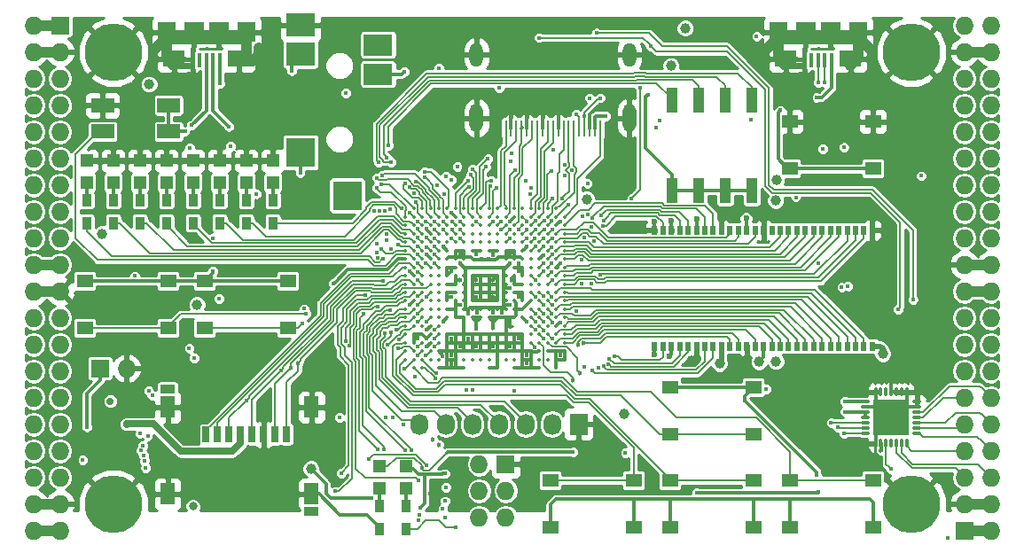
<source format=gtl>
G04 #@! TF.FileFunction,Copper,L1,Top,Signal*
%FSLAX46Y46*%
G04 Gerber Fmt 4.6, Leading zero omitted, Abs format (unit mm)*
G04 Created by KiCad (PCBNEW 4.0.7+dfsg1-1) date Sat Nov 11 20:05:48 2017*
%MOMM*%
%LPD*%
G01*
G04 APERTURE LIST*
%ADD10C,0.100000*%
%ADD11R,1.198880X1.198880*%
%ADD12R,0.560000X0.900000*%
%ADD13R,1.727200X1.727200*%
%ADD14O,1.727200X1.727200*%
%ADD15C,5.500000*%
%ADD16R,2.200000X1.400000*%
%ADD17R,0.900000X1.200000*%
%ADD18R,2.100000X1.600000*%
%ADD19R,1.900000X1.900000*%
%ADD20R,0.400000X1.350000*%
%ADD21R,1.800000X1.900000*%
%ADD22O,0.850000X0.300000*%
%ADD23O,0.300000X0.850000*%
%ADD24R,1.675000X1.675000*%
%ADD25R,1.727200X2.032000*%
%ADD26O,1.727200X2.032000*%
%ADD27R,2.800000X2.200000*%
%ADD28R,2.800000X2.800000*%
%ADD29R,2.800000X2.000000*%
%ADD30O,1.300000X2.700000*%
%ADD31O,1.300000X2.300000*%
%ADD32R,0.250000X1.600000*%
%ADD33R,1.550000X1.300000*%
%ADD34R,1.120000X2.440000*%
%ADD35C,0.350000*%
%ADD36R,0.700000X1.500000*%
%ADD37R,1.450000X0.900000*%
%ADD38R,1.450000X2.000000*%
%ADD39C,0.400000*%
%ADD40C,0.600000*%
%ADD41C,1.000000*%
%ADD42C,0.454000*%
%ADD43C,0.800000*%
%ADD44C,0.700000*%
%ADD45C,1.000000*%
%ADD46C,0.500000*%
%ADD47C,0.300000*%
%ADD48C,0.600000*%
%ADD49C,0.190000*%
%ADD50C,0.200000*%
%ADD51C,0.700000*%
%ADD52C,0.127000*%
%ADD53C,0.254000*%
G04 APERTURE END LIST*
D10*
D11*
X118230000Y-77709020D03*
X118230000Y-75610980D03*
X115690000Y-77709020D03*
X115690000Y-75610980D03*
X113150000Y-77709020D03*
X113150000Y-75610980D03*
X110610000Y-77709020D03*
X110610000Y-75610980D03*
X108070000Y-77709020D03*
X108070000Y-75610980D03*
X105530000Y-77709020D03*
X105530000Y-75610980D03*
X102990000Y-77709020D03*
X102990000Y-75610980D03*
X100450000Y-77709020D03*
X100450000Y-75610980D03*
D12*
X175480000Y-82270000D03*
X154680000Y-93330000D03*
X155480000Y-93330000D03*
X156280000Y-93330000D03*
X157080000Y-93330000D03*
X157880000Y-93330000D03*
X158680000Y-93330000D03*
X159480000Y-93330000D03*
X160280000Y-93330000D03*
X161080000Y-93330000D03*
X161880000Y-93330000D03*
X162680000Y-93330000D03*
X163480000Y-93330000D03*
X164280000Y-93330000D03*
X165080000Y-93330000D03*
X165880000Y-93330000D03*
X166680000Y-93330000D03*
X167480000Y-93330000D03*
X168280000Y-93330000D03*
X169080000Y-93330000D03*
X169880000Y-93330000D03*
X170680000Y-93330000D03*
X171480000Y-93330000D03*
X172280000Y-93330000D03*
X173080000Y-93330000D03*
X173880000Y-93330000D03*
X174680000Y-93330000D03*
X175480000Y-93330000D03*
X174680000Y-82270000D03*
X173880000Y-82270000D03*
X173080000Y-82270000D03*
X172280000Y-82270000D03*
X171480000Y-82270000D03*
X170680000Y-82270000D03*
X169880000Y-82270000D03*
X169080000Y-82270000D03*
X168280000Y-82270000D03*
X167480000Y-82270000D03*
X166680000Y-82270000D03*
X165880000Y-82270000D03*
X165080000Y-82270000D03*
X164280000Y-82270000D03*
X163480000Y-82270000D03*
X162680000Y-82270000D03*
X161880000Y-82270000D03*
X161080000Y-82270000D03*
X160280000Y-82270000D03*
X159480000Y-82270000D03*
X158680000Y-82270000D03*
X157880000Y-82270000D03*
X157080000Y-82270000D03*
X156280000Y-82270000D03*
X155480000Y-82270000D03*
X154680000Y-82270000D03*
D13*
X97910000Y-62690000D03*
D14*
X95370000Y-62690000D03*
X97910000Y-65230000D03*
X95370000Y-65230000D03*
X97910000Y-67770000D03*
X95370000Y-67770000D03*
X97910000Y-70310000D03*
X95370000Y-70310000D03*
X97910000Y-72850000D03*
X95370000Y-72850000D03*
X97910000Y-75390000D03*
X95370000Y-75390000D03*
X97910000Y-77930000D03*
X95370000Y-77930000D03*
X97910000Y-80470000D03*
X95370000Y-80470000D03*
X97910000Y-83010000D03*
X95370000Y-83010000D03*
X97910000Y-85550000D03*
X95370000Y-85550000D03*
X97910000Y-88090000D03*
X95370000Y-88090000D03*
X97910000Y-90630000D03*
X95370000Y-90630000D03*
X97910000Y-93170000D03*
X95370000Y-93170000D03*
X97910000Y-95710000D03*
X95370000Y-95710000D03*
X97910000Y-98250000D03*
X95370000Y-98250000D03*
X97910000Y-100790000D03*
X95370000Y-100790000D03*
X97910000Y-103330000D03*
X95370000Y-103330000D03*
X97910000Y-105870000D03*
X95370000Y-105870000D03*
X97910000Y-108410000D03*
X95370000Y-108410000D03*
X97910000Y-110950000D03*
X95370000Y-110950000D03*
D13*
X184270000Y-110950000D03*
D14*
X186810000Y-110950000D03*
X184270000Y-108410000D03*
X186810000Y-108410000D03*
X184270000Y-105870000D03*
X186810000Y-105870000D03*
X184270000Y-103330000D03*
X186810000Y-103330000D03*
X184270000Y-100790000D03*
X186810000Y-100790000D03*
X184270000Y-98250000D03*
X186810000Y-98250000D03*
X184270000Y-95710000D03*
X186810000Y-95710000D03*
X184270000Y-93170000D03*
X186810000Y-93170000D03*
X184270000Y-90630000D03*
X186810000Y-90630000D03*
X184270000Y-88090000D03*
X186810000Y-88090000D03*
X184270000Y-85550000D03*
X186810000Y-85550000D03*
X184270000Y-83010000D03*
X186810000Y-83010000D03*
X184270000Y-80470000D03*
X186810000Y-80470000D03*
X184270000Y-77930000D03*
X186810000Y-77930000D03*
X184270000Y-75390000D03*
X186810000Y-75390000D03*
X184270000Y-72850000D03*
X186810000Y-72850000D03*
X184270000Y-70310000D03*
X186810000Y-70310000D03*
X184270000Y-67770000D03*
X186810000Y-67770000D03*
X184270000Y-65230000D03*
X186810000Y-65230000D03*
X184270000Y-62690000D03*
X186810000Y-62690000D03*
D15*
X102990000Y-108410000D03*
X179190000Y-108410000D03*
X179190000Y-65230000D03*
X102990000Y-65230000D03*
D16*
X108274000Y-70330000D03*
X101974000Y-70330000D03*
X101974000Y-72830000D03*
X108274000Y-72830000D03*
D13*
X101720000Y-95456000D03*
D14*
X104260000Y-95456000D03*
D11*
X128390000Y-104820980D03*
X128390000Y-106919020D03*
X130930000Y-104820980D03*
X130930000Y-106919020D03*
D17*
X128390000Y-108580000D03*
X128390000Y-110780000D03*
X130930000Y-110780000D03*
X130930000Y-108580000D03*
D18*
X114980000Y-65875000D03*
X108780000Y-65875000D03*
D19*
X113080000Y-63325000D03*
X110680000Y-63325000D03*
D20*
X113180000Y-66000000D03*
X112530000Y-66000000D03*
X111880000Y-66000000D03*
X111230000Y-66000000D03*
X110580000Y-66000000D03*
D21*
X115680000Y-63325000D03*
X108080000Y-63325000D03*
D18*
X173400000Y-65875000D03*
X167200000Y-65875000D03*
D19*
X171500000Y-63325000D03*
X169100000Y-63325000D03*
D20*
X171600000Y-66000000D03*
X170950000Y-66000000D03*
X170300000Y-66000000D03*
X169650000Y-66000000D03*
X169000000Y-66000000D03*
D21*
X174100000Y-63325000D03*
X166500000Y-63325000D03*
D13*
X140455000Y-104600000D03*
D14*
X137915000Y-104600000D03*
X140455000Y-107140000D03*
X137915000Y-107140000D03*
X140455000Y-109680000D03*
X137915000Y-109680000D03*
D17*
X118230000Y-81570000D03*
X118230000Y-79370000D03*
X115690000Y-81570000D03*
X115690000Y-79370000D03*
X113150000Y-81570000D03*
X113150000Y-79370000D03*
X110610000Y-81570000D03*
X110610000Y-79370000D03*
X108070000Y-81570000D03*
X108070000Y-79370000D03*
X105530000Y-81570000D03*
X105530000Y-79370000D03*
X102990000Y-81570000D03*
X102990000Y-79370000D03*
X100450000Y-81570000D03*
X100450000Y-79370000D03*
D22*
X179735000Y-101655000D03*
X179735000Y-101155000D03*
X179735000Y-100655000D03*
X179735000Y-100155000D03*
X179735000Y-99655000D03*
X179735000Y-99155000D03*
X179735000Y-98655000D03*
D23*
X178785000Y-97705000D03*
X178285000Y-97705000D03*
X177785000Y-97705000D03*
X177285000Y-97705000D03*
X176785000Y-97705000D03*
X176285000Y-97705000D03*
X175785000Y-97705000D03*
D22*
X174835000Y-98655000D03*
X174835000Y-99155000D03*
X174835000Y-99655000D03*
X174835000Y-100155000D03*
X174835000Y-100655000D03*
X174835000Y-101155000D03*
X174835000Y-101655000D03*
D23*
X175785000Y-102605000D03*
X176285000Y-102605000D03*
X176785000Y-102605000D03*
X177285000Y-102605000D03*
X177785000Y-102605000D03*
X178285000Y-102605000D03*
X178785000Y-102605000D03*
D24*
X176447500Y-99317500D03*
X176447500Y-100992500D03*
X178122500Y-99317500D03*
X178122500Y-100992500D03*
D25*
X147440000Y-100790000D03*
D26*
X144900000Y-100790000D03*
X142360000Y-100790000D03*
X139820000Y-100790000D03*
X137280000Y-100790000D03*
X134740000Y-100790000D03*
X132200000Y-100790000D03*
D27*
X120880000Y-62640000D03*
X120880000Y-65440000D03*
D28*
X120880000Y-74840000D03*
X125330000Y-78940000D03*
D29*
X128280000Y-67340000D03*
X128280000Y-64540000D03*
D30*
X152280000Y-71550000D03*
X137680000Y-71550000D03*
D31*
X137680000Y-65500000D03*
D32*
X140480000Y-72500000D03*
X140980000Y-72500000D03*
X141480000Y-72500000D03*
X141980000Y-72500000D03*
X142480000Y-72500000D03*
X142980000Y-72500000D03*
X143480000Y-72500000D03*
X143980000Y-72500000D03*
X144480000Y-72500000D03*
X144980000Y-72500000D03*
X145480000Y-72500000D03*
X145980000Y-72500000D03*
X146480000Y-72500000D03*
X146980000Y-72500000D03*
X147480000Y-72500000D03*
X147980000Y-72500000D03*
X148480000Y-72500000D03*
X148980000Y-72500000D03*
X149480000Y-72500000D03*
D31*
X152280000Y-65500000D03*
D33*
X175550000Y-71870000D03*
X175550000Y-76370000D03*
X167590000Y-76370000D03*
X167590000Y-71870000D03*
X100280000Y-91610000D03*
X100280000Y-87110000D03*
X108240000Y-87110000D03*
X108240000Y-91610000D03*
X111710000Y-91610000D03*
X111710000Y-87110000D03*
X119670000Y-87110000D03*
X119670000Y-91610000D03*
X156160000Y-101770000D03*
X156160000Y-97270000D03*
X164120000Y-97270000D03*
X164120000Y-101770000D03*
X164120000Y-106160000D03*
X164120000Y-110660000D03*
X156160000Y-110660000D03*
X156160000Y-106160000D03*
X152690000Y-106160000D03*
X152690000Y-110660000D03*
X144730000Y-110660000D03*
X144730000Y-106160000D03*
X175550000Y-106160000D03*
X175550000Y-110660000D03*
X167590000Y-110660000D03*
X167590000Y-106160000D03*
D34*
X163950000Y-69815000D03*
X156330000Y-78425000D03*
X161410000Y-69815000D03*
X158870000Y-78425000D03*
X158870000Y-69815000D03*
X161410000Y-78425000D03*
X156330000Y-69815000D03*
X163950000Y-78425000D03*
D35*
X131680000Y-80200000D03*
X132480000Y-80200000D03*
X133280000Y-80200000D03*
X134080000Y-80200000D03*
X134880000Y-80200000D03*
X135680000Y-80200000D03*
X136480000Y-80200000D03*
X137280000Y-80200000D03*
X138080000Y-80200000D03*
X138880000Y-80200000D03*
X139680000Y-80200000D03*
X140480000Y-80200000D03*
X141280000Y-80200000D03*
X142080000Y-80200000D03*
X142880000Y-80200000D03*
X143680000Y-80200000D03*
X144480000Y-80200000D03*
X145280000Y-80200000D03*
X130880000Y-81000000D03*
X131680000Y-81000000D03*
X132480000Y-81000000D03*
X133280000Y-81000000D03*
X134080000Y-81000000D03*
X134880000Y-81000000D03*
X135680000Y-81000000D03*
X136480000Y-81000000D03*
X137280000Y-81000000D03*
X138080000Y-81000000D03*
X138880000Y-81000000D03*
X139680000Y-81000000D03*
X140480000Y-81000000D03*
X141280000Y-81000000D03*
X142080000Y-81000000D03*
X142880000Y-81000000D03*
X143680000Y-81000000D03*
X144480000Y-81000000D03*
X145280000Y-81000000D03*
X146080000Y-81000000D03*
X130880000Y-81800000D03*
X131680000Y-81800000D03*
X132480000Y-81800000D03*
X133280000Y-81800000D03*
X134080000Y-81800000D03*
X134880000Y-81800000D03*
X135680000Y-81800000D03*
X136480000Y-81800000D03*
X137280000Y-81800000D03*
X138080000Y-81800000D03*
X138880000Y-81800000D03*
X139680000Y-81800000D03*
X140480000Y-81800000D03*
X141280000Y-81800000D03*
X142080000Y-81800000D03*
X142880000Y-81800000D03*
X143680000Y-81800000D03*
X144480000Y-81800000D03*
X145280000Y-81800000D03*
X146080000Y-81800000D03*
X130880000Y-82600000D03*
X131680000Y-82600000D03*
X132480000Y-82600000D03*
X133280000Y-82600000D03*
X134080000Y-82600000D03*
X134880000Y-82600000D03*
X135680000Y-82600000D03*
X136480000Y-82600000D03*
X137280000Y-82600000D03*
X138080000Y-82600000D03*
X138880000Y-82600000D03*
X139680000Y-82600000D03*
X140480000Y-82600000D03*
X141280000Y-82600000D03*
X142080000Y-82600000D03*
X142880000Y-82600000D03*
X143680000Y-82600000D03*
X144480000Y-82600000D03*
X145280000Y-82600000D03*
X146080000Y-82600000D03*
X130880000Y-83400000D03*
X131680000Y-83400000D03*
X132480000Y-83400000D03*
X133280000Y-83400000D03*
X134080000Y-83400000D03*
X134880000Y-83400000D03*
X135680000Y-83400000D03*
X136480000Y-83400000D03*
X137280000Y-83400000D03*
X138080000Y-83400000D03*
X138880000Y-83400000D03*
X139680000Y-83400000D03*
X140480000Y-83400000D03*
X141280000Y-83400000D03*
X142080000Y-83400000D03*
X142880000Y-83400000D03*
X143680000Y-83400000D03*
X144480000Y-83400000D03*
X145280000Y-83400000D03*
X146080000Y-83400000D03*
X130880000Y-84200000D03*
X131680000Y-84200000D03*
X132480000Y-84200000D03*
X133280000Y-84200000D03*
X134080000Y-84200000D03*
X134880000Y-84200000D03*
X135680000Y-84200000D03*
X136480000Y-84200000D03*
X137280000Y-84200000D03*
X138080000Y-84200000D03*
X138880000Y-84200000D03*
X139680000Y-84200000D03*
X140480000Y-84200000D03*
X141280000Y-84200000D03*
X142080000Y-84200000D03*
X142880000Y-84200000D03*
X143680000Y-84200000D03*
X144480000Y-84200000D03*
X145280000Y-84200000D03*
X146080000Y-84200000D03*
X130880000Y-85000000D03*
X131680000Y-85000000D03*
X132480000Y-85000000D03*
X133280000Y-85000000D03*
X134080000Y-85000000D03*
X134880000Y-85000000D03*
X135680000Y-85000000D03*
X136480000Y-85000000D03*
X137280000Y-85000000D03*
X138080000Y-85000000D03*
X138880000Y-85000000D03*
X139680000Y-85000000D03*
X140480000Y-85000000D03*
X141280000Y-85000000D03*
X142080000Y-85000000D03*
X142880000Y-85000000D03*
X143680000Y-85000000D03*
X144480000Y-85000000D03*
X145280000Y-85000000D03*
X146080000Y-85000000D03*
X130880000Y-85800000D03*
X131680000Y-85800000D03*
X132480000Y-85800000D03*
X133280000Y-85800000D03*
X134080000Y-85800000D03*
X134880000Y-85800000D03*
X135680000Y-85800000D03*
X136480000Y-85800000D03*
X137280000Y-85800000D03*
X138080000Y-85800000D03*
X138880000Y-85800000D03*
X139680000Y-85800000D03*
X140480000Y-85800000D03*
X141280000Y-85800000D03*
X142080000Y-85800000D03*
X142880000Y-85800000D03*
X143680000Y-85800000D03*
X144480000Y-85800000D03*
X145280000Y-85800000D03*
X146080000Y-85800000D03*
X130880000Y-86600000D03*
X131680000Y-86600000D03*
X132480000Y-86600000D03*
X133280000Y-86600000D03*
X134080000Y-86600000D03*
X134880000Y-86600000D03*
X135680000Y-86600000D03*
X136480000Y-86600000D03*
X137280000Y-86600000D03*
X138080000Y-86600000D03*
X138880000Y-86600000D03*
X139680000Y-86600000D03*
X140480000Y-86600000D03*
X141280000Y-86600000D03*
X142080000Y-86600000D03*
X142880000Y-86600000D03*
X143680000Y-86600000D03*
X144480000Y-86600000D03*
X145280000Y-86600000D03*
X146080000Y-86600000D03*
X130880000Y-87400000D03*
X131680000Y-87400000D03*
X132480000Y-87400000D03*
X133280000Y-87400000D03*
X134080000Y-87400000D03*
X134880000Y-87400000D03*
X135680000Y-87400000D03*
X136480000Y-87400000D03*
X137280000Y-87400000D03*
X138080000Y-87400000D03*
X138880000Y-87400000D03*
X139680000Y-87400000D03*
X140480000Y-87400000D03*
X141280000Y-87400000D03*
X142080000Y-87400000D03*
X142880000Y-87400000D03*
X143680000Y-87400000D03*
X144480000Y-87400000D03*
X145280000Y-87400000D03*
X146080000Y-87400000D03*
X130880000Y-88200000D03*
X131680000Y-88200000D03*
X132480000Y-88200000D03*
X133280000Y-88200000D03*
X134080000Y-88200000D03*
X134880000Y-88200000D03*
X135680000Y-88200000D03*
X136480000Y-88200000D03*
X137280000Y-88200000D03*
X138080000Y-88200000D03*
X138880000Y-88200000D03*
X139680000Y-88200000D03*
X140480000Y-88200000D03*
X141280000Y-88200000D03*
X142080000Y-88200000D03*
X142880000Y-88200000D03*
X143680000Y-88200000D03*
X144480000Y-88200000D03*
X145280000Y-88200000D03*
X146080000Y-88200000D03*
X130880000Y-89000000D03*
X131680000Y-89000000D03*
X132480000Y-89000000D03*
X133280000Y-89000000D03*
X134080000Y-89000000D03*
X134880000Y-89000000D03*
X135680000Y-89000000D03*
X136480000Y-89000000D03*
X137280000Y-89000000D03*
X138080000Y-89000000D03*
X138880000Y-89000000D03*
X139680000Y-89000000D03*
X140480000Y-89000000D03*
X141280000Y-89000000D03*
X142080000Y-89000000D03*
X142880000Y-89000000D03*
X143680000Y-89000000D03*
X144480000Y-89000000D03*
X145280000Y-89000000D03*
X146080000Y-89000000D03*
X130880000Y-89800000D03*
X131680000Y-89800000D03*
X132480000Y-89800000D03*
X133280000Y-89800000D03*
X134080000Y-89800000D03*
X134880000Y-89800000D03*
X135680000Y-89800000D03*
X136480000Y-89800000D03*
X137280000Y-89800000D03*
X138080000Y-89800000D03*
X138880000Y-89800000D03*
X139680000Y-89800000D03*
X140480000Y-89800000D03*
X141280000Y-89800000D03*
X142080000Y-89800000D03*
X142880000Y-89800000D03*
X143680000Y-89800000D03*
X144480000Y-89800000D03*
X145280000Y-89800000D03*
X146080000Y-89800000D03*
X130880000Y-90600000D03*
X131680000Y-90600000D03*
X132480000Y-90600000D03*
X133280000Y-90600000D03*
X134080000Y-90600000D03*
X134880000Y-90600000D03*
X135680000Y-90600000D03*
X136480000Y-90600000D03*
X137280000Y-90600000D03*
X138080000Y-90600000D03*
X138880000Y-90600000D03*
X139680000Y-90600000D03*
X140480000Y-90600000D03*
X141280000Y-90600000D03*
X142080000Y-90600000D03*
X142880000Y-90600000D03*
X143680000Y-90600000D03*
X144480000Y-90600000D03*
X145280000Y-90600000D03*
X146080000Y-90600000D03*
X130880000Y-91400000D03*
X131680000Y-91400000D03*
X132480000Y-91400000D03*
X133280000Y-91400000D03*
X134080000Y-91400000D03*
X142880000Y-91400000D03*
X143680000Y-91400000D03*
X144480000Y-91400000D03*
X145280000Y-91400000D03*
X146080000Y-91400000D03*
X130880000Y-92200000D03*
X131680000Y-92200000D03*
X132480000Y-92200000D03*
X133280000Y-92200000D03*
X134080000Y-92200000D03*
X134880000Y-92200000D03*
X135680000Y-92200000D03*
X136480000Y-92200000D03*
X137280000Y-92200000D03*
X138080000Y-92200000D03*
X138880000Y-92200000D03*
X139680000Y-92200000D03*
X140480000Y-92200000D03*
X141280000Y-92200000D03*
X142080000Y-92200000D03*
X142880000Y-92200000D03*
X143680000Y-92200000D03*
X144480000Y-92200000D03*
X145280000Y-92200000D03*
X146080000Y-92200000D03*
X130880000Y-93000000D03*
X131680000Y-93000000D03*
X132480000Y-93000000D03*
X133280000Y-93000000D03*
X134080000Y-93000000D03*
X134880000Y-93000000D03*
X135680000Y-93000000D03*
X136480000Y-93000000D03*
X137280000Y-93000000D03*
X138080000Y-93000000D03*
X138880000Y-93000000D03*
X139680000Y-93000000D03*
X140480000Y-93000000D03*
X141280000Y-93000000D03*
X142080000Y-93000000D03*
X142880000Y-93000000D03*
X143680000Y-93000000D03*
X144480000Y-93000000D03*
X145280000Y-93000000D03*
X146080000Y-93000000D03*
X130880000Y-93800000D03*
X131680000Y-93800000D03*
X132480000Y-93800000D03*
X133280000Y-93800000D03*
X134080000Y-93800000D03*
X134880000Y-93800000D03*
X135680000Y-93800000D03*
X136480000Y-93800000D03*
X137280000Y-93800000D03*
X138080000Y-93800000D03*
X138880000Y-93800000D03*
X139680000Y-93800000D03*
X140480000Y-93800000D03*
X141280000Y-93800000D03*
X142080000Y-93800000D03*
X142880000Y-93800000D03*
X143680000Y-93800000D03*
X144480000Y-93800000D03*
X145280000Y-93800000D03*
X146080000Y-93800000D03*
X130880000Y-94600000D03*
X131680000Y-94600000D03*
X132480000Y-94600000D03*
X133280000Y-94600000D03*
X134080000Y-94600000D03*
X134880000Y-94600000D03*
X135680000Y-94600000D03*
X136480000Y-94600000D03*
X137280000Y-94600000D03*
X138080000Y-94600000D03*
X138880000Y-94600000D03*
X139680000Y-94600000D03*
X140480000Y-94600000D03*
X141280000Y-94600000D03*
X142080000Y-94600000D03*
X142880000Y-94600000D03*
X143680000Y-94600000D03*
X144480000Y-94600000D03*
X145280000Y-94600000D03*
X146080000Y-94600000D03*
X131680000Y-95400000D03*
X132480000Y-95400000D03*
X134080000Y-95400000D03*
X134880000Y-95400000D03*
X135680000Y-95400000D03*
X136480000Y-95400000D03*
X138880000Y-95400000D03*
X139680000Y-95400000D03*
X141280000Y-95400000D03*
X142080000Y-95400000D03*
X142880000Y-95400000D03*
X143680000Y-95400000D03*
X145280000Y-95400000D03*
D36*
X111855000Y-101765000D03*
X112955000Y-101765000D03*
X114055000Y-101765000D03*
X115155000Y-101765000D03*
X116255000Y-101765000D03*
X117355000Y-101765000D03*
X118455000Y-101765000D03*
X119555000Y-101765000D03*
D37*
X108180000Y-97465000D03*
X121930000Y-109115000D03*
D38*
X121930000Y-99165000D03*
X108180000Y-99165000D03*
X108180000Y-107465000D03*
X121930000Y-107465000D03*
D39*
X132871770Y-84533979D03*
X132862998Y-82124544D03*
X131278306Y-86213101D03*
X135281276Y-80583119D03*
X131279502Y-89407325D03*
X170309539Y-85441529D03*
X145698456Y-91073766D03*
D40*
X156262773Y-81349374D03*
X154657528Y-81463649D03*
D41*
X158233687Y-94760979D03*
D39*
X145672808Y-85396062D03*
X144103186Y-84622010D03*
X133216000Y-107465000D03*
X137680000Y-88600000D03*
X142480000Y-95000000D03*
X141680000Y-92600000D03*
X140836000Y-84534000D03*
X135284627Y-94985297D03*
X135288625Y-94225619D03*
X134455822Y-94267172D03*
X136095958Y-93369652D03*
D42*
X139264636Y-91615205D03*
D41*
X116880503Y-64802940D03*
X106974809Y-64953974D03*
X175210328Y-64948943D03*
X165417246Y-64954666D03*
D39*
X175495631Y-71457432D03*
X145680000Y-94177990D03*
X177285000Y-95710000D03*
D41*
X177229911Y-82281349D03*
D40*
X164741832Y-81130572D03*
X161067993Y-81216119D03*
D41*
X162992748Y-94820185D03*
D39*
X140880000Y-81400000D03*
X136085174Y-89394826D03*
X145680000Y-81400000D03*
X140874194Y-91433353D03*
X142480000Y-94200000D03*
X140880000Y-93400000D03*
X139280000Y-93400000D03*
X137680000Y-93400000D03*
X136880000Y-92600000D03*
X135280000Y-92600000D03*
X132880000Y-91800000D03*
X132880000Y-93400000D03*
D42*
X141042859Y-86994997D03*
X139280000Y-87000000D03*
X136110990Y-86995403D03*
X137680000Y-87000000D03*
X136080000Y-84600000D03*
X139280000Y-88600000D03*
D41*
X166343357Y-77477990D03*
D39*
X172564535Y-87722010D03*
D41*
X121861867Y-105030174D03*
D39*
X150030853Y-71331848D03*
X127656639Y-107816792D03*
D41*
X156235582Y-66548363D03*
X166248957Y-79408030D03*
X101932065Y-82585048D03*
X106417803Y-68312483D03*
X166280000Y-94800000D03*
X157600000Y-62944000D03*
D40*
X154683145Y-94115840D03*
D39*
X180137420Y-77069467D03*
X148271935Y-77777990D03*
D43*
X110593913Y-108636458D03*
D41*
X160884708Y-94994498D03*
D40*
X156077107Y-94326957D03*
D39*
X173137949Y-87594275D03*
D41*
X148202454Y-79278787D03*
D44*
X102710050Y-98594954D03*
D39*
X154794000Y-72426000D03*
X129005202Y-100174798D03*
X137659051Y-91638034D03*
X139820000Y-68665673D03*
X172834633Y-99599920D03*
X172879922Y-98618650D03*
X176305593Y-103279812D03*
X165349214Y-97422919D03*
X164433885Y-63737451D03*
X134079160Y-66786153D03*
X109828000Y-72830000D03*
X116654336Y-78777990D03*
D41*
X176474303Y-94069095D03*
D40*
X163422030Y-81120665D03*
X158680000Y-81210838D03*
D39*
X112515000Y-83010000D03*
X100080000Y-104200000D03*
X113080000Y-88800000D03*
D41*
X164653770Y-94825547D03*
D39*
X135273306Y-88618602D03*
X139272517Y-84611349D03*
X137680556Y-84534085D03*
X141680000Y-86200000D03*
X135280000Y-86200000D03*
X132880000Y-92600000D03*
X132080000Y-92600000D03*
X141680000Y-88600000D03*
X141680000Y-85400000D03*
X137689001Y-90122990D03*
D41*
X151758000Y-99774000D03*
D39*
X136885174Y-90194826D03*
X140094890Y-90122990D03*
X139280000Y-90122990D03*
X140880000Y-89400000D03*
X140880000Y-87800000D03*
X140880000Y-85400000D03*
D42*
X136080000Y-85400000D03*
D39*
X121401947Y-90251871D03*
X129988160Y-91721995D03*
X130302262Y-92700329D03*
X121041200Y-91125073D03*
D41*
X110991000Y-89360000D03*
D39*
X142480000Y-91000000D03*
X142480000Y-83800000D03*
X134480000Y-83800000D03*
X134480000Y-91000000D03*
X125193541Y-69156848D03*
X105037711Y-86632990D03*
X155149360Y-71764535D03*
X170182962Y-69571012D03*
X170362901Y-107286196D03*
X158716651Y-107325176D03*
X137295592Y-97538017D03*
X134750646Y-106810513D03*
X133680000Y-91800000D03*
D42*
X134074414Y-102752225D03*
D39*
X136740903Y-97514503D03*
X134675868Y-108131585D03*
D42*
X133449289Y-102232615D03*
D39*
X133680000Y-92600000D03*
X133685482Y-93402296D03*
X127358154Y-104128048D03*
X132936956Y-104698915D03*
X134463998Y-108841973D03*
X130692380Y-100790000D03*
X131808905Y-96227367D03*
X134636872Y-109719950D03*
X132846234Y-94197073D03*
X120834553Y-76779094D03*
X130761990Y-67119621D03*
X147186000Y-71200000D03*
X148477832Y-69619684D03*
X147983153Y-71347080D03*
X149475951Y-69619684D03*
X153297112Y-68608292D03*
X177926984Y-89812061D03*
X154329326Y-64643767D03*
X152497066Y-79193467D03*
X146481406Y-79819384D03*
X143650666Y-63862520D03*
X179351513Y-88868327D03*
X149134122Y-63424051D03*
X140035989Y-81400000D03*
X132083026Y-86260405D03*
X128776655Y-87135140D03*
X115729998Y-98493136D03*
X119008515Y-95662939D03*
D42*
X119978162Y-95412951D03*
X120634035Y-94977604D03*
D39*
X113212238Y-68244401D03*
X144962492Y-79235378D03*
X145834002Y-79198109D03*
X131453853Y-103260518D03*
X149771692Y-81825658D03*
X144080000Y-86200000D03*
X149520824Y-86534121D03*
X144894316Y-86977564D03*
X144873936Y-83860397D03*
X149549750Y-80868432D03*
D42*
X147355672Y-93219294D03*
D39*
X144113248Y-92588762D03*
X144875155Y-86218896D03*
X149846468Y-81303978D03*
X144916886Y-83016385D03*
X148719886Y-81056015D03*
D42*
X147915304Y-93063131D03*
D39*
X144882352Y-92577990D03*
X148747982Y-95669626D03*
X144891634Y-91073766D03*
X149795895Y-95251084D03*
X144867244Y-90229755D03*
X150278898Y-95040253D03*
X144892596Y-89385743D03*
X150345974Y-94517527D03*
X144877648Y-88622010D03*
X150889207Y-94332565D03*
X143280000Y-87000000D03*
X130807074Y-95454141D03*
X130171404Y-93544341D03*
X132080000Y-93400000D03*
X129196652Y-93209125D03*
X133852393Y-95875797D03*
X141280000Y-97600000D03*
X133762848Y-96395146D03*
X132080000Y-94200000D03*
X128610772Y-84072485D03*
X105895603Y-103765816D03*
X132075624Y-89410644D03*
X129449238Y-89926948D03*
X130839486Y-103260518D03*
X128806823Y-103185900D03*
X128251440Y-89564206D03*
X132162861Y-106185868D03*
X132880000Y-88600000D03*
X127040053Y-88481065D03*
X124741825Y-105494691D03*
X132080000Y-87000000D03*
X125499542Y-93250681D03*
X124202418Y-107207639D03*
X110313517Y-74380698D03*
X132146108Y-109940263D03*
X114166000Y-74247000D03*
X132189000Y-109415000D03*
X135315381Y-81391918D03*
X135280062Y-77463305D03*
X134471370Y-81406751D03*
X134758050Y-77130140D03*
X132761172Y-77202673D03*
X132737245Y-76676207D03*
X128644933Y-77050030D03*
X128152012Y-77241956D03*
X128125571Y-78233647D03*
X110718734Y-94451783D03*
X128590544Y-77894041D03*
X110249038Y-93533767D03*
X106368514Y-97613395D03*
X131253134Y-78134216D03*
X132783339Y-81400004D03*
X106741168Y-98035405D03*
X131709326Y-78745875D03*
X132079024Y-82984045D03*
X129109095Y-82655074D03*
X105572759Y-101661319D03*
X132880889Y-83897835D03*
X129054383Y-83179239D03*
X106281049Y-101893466D03*
X132083682Y-83828056D03*
X129485142Y-84082415D03*
X105813763Y-102819336D03*
X132062099Y-84533979D03*
X128165458Y-83528763D03*
X105627254Y-103312241D03*
X128183315Y-84380742D03*
X105992720Y-104283802D03*
X133671942Y-84595200D03*
X132834641Y-85377990D03*
X128203260Y-84907376D03*
X106088753Y-104974041D03*
D42*
X146862501Y-96617499D03*
X147534467Y-95913260D03*
D39*
X147927932Y-95329243D03*
X143280000Y-91000000D03*
X149284391Y-95377990D03*
X144077013Y-90266968D03*
X147207648Y-89973043D03*
X144076240Y-89395301D03*
X143281824Y-90201951D03*
X144102010Y-85397219D03*
X147687522Y-85093328D03*
X144868096Y-85371354D03*
X148610669Y-81900026D03*
X144102010Y-83000000D03*
X144888125Y-82172374D03*
X147695541Y-87377990D03*
X144082832Y-88584510D03*
X148688598Y-87378077D03*
X143278026Y-88595030D03*
X144125486Y-82186468D03*
X148298275Y-80739810D03*
X144876540Y-81328363D03*
X147802234Y-80917812D03*
X139280000Y-81400000D03*
X139578623Y-78205862D03*
X139034115Y-78040948D03*
X139046749Y-77514088D03*
X138580000Y-76200000D03*
X138779198Y-75400762D03*
X137680000Y-81400000D03*
X137308732Y-76415018D03*
X137106948Y-76979922D03*
X136859538Y-77550820D03*
X136922059Y-78097889D03*
X136096392Y-81395070D03*
X135830698Y-76200613D03*
X148878722Y-83261032D03*
X144915665Y-84598743D03*
X148001372Y-82958777D03*
X144103186Y-83777990D03*
X142841210Y-78784254D03*
X142473549Y-82998913D03*
X142437464Y-82181475D03*
X142911762Y-78217369D03*
X144144931Y-81387081D03*
X146080163Y-77044970D03*
X144797106Y-76565342D03*
X143281475Y-82206074D03*
X146778972Y-76522403D03*
X143300920Y-81377293D03*
X146080000Y-76000000D03*
X141662690Y-82207782D03*
X145017056Y-74592808D03*
X142456909Y-81405800D03*
X140030954Y-82200000D03*
X141342967Y-76554996D03*
X141046643Y-74873804D03*
X140864029Y-83041403D03*
X140874966Y-82177164D03*
X140980062Y-75681941D03*
X132872609Y-82968555D03*
X132080007Y-82103333D03*
X132080000Y-81400000D03*
X131847310Y-79589886D03*
X130856828Y-77786820D03*
X131923295Y-77584853D03*
X133648389Y-82190597D03*
X133627359Y-81414685D03*
X129477855Y-92000822D03*
X132880000Y-91000000D03*
X128879646Y-92111037D03*
X132077648Y-90977990D03*
X131275302Y-80595752D03*
X130489904Y-80167235D03*
X132072985Y-85377990D03*
X128723655Y-84990627D03*
X134476508Y-82180155D03*
X133942383Y-77980766D03*
X163908850Y-71651861D03*
X135656559Y-110610712D03*
X132448438Y-104994496D03*
X146844288Y-103452739D03*
X134707351Y-105508447D03*
X132280000Y-108800000D03*
D44*
X104260000Y-100790000D03*
D39*
X112515000Y-86185000D03*
X169506589Y-107953726D03*
X163277422Y-98501717D03*
X170157734Y-105666345D03*
X170735900Y-74464979D03*
X143257990Y-83000000D03*
X168166438Y-79108038D03*
X151896383Y-103510715D03*
X114039000Y-72342000D03*
X110483000Y-72215000D03*
X143269694Y-93414905D03*
X177274002Y-105079115D03*
X172761273Y-101651681D03*
X143280000Y-91800000D03*
X172193360Y-101105663D03*
X144064831Y-91877646D03*
X171540304Y-100645743D03*
X144080000Y-91000000D03*
X154052298Y-69302298D03*
X128349062Y-75753924D03*
X134613000Y-78819000D03*
X135280000Y-83022010D03*
X135320520Y-82196441D03*
X129493343Y-75737814D03*
X136080000Y-82200000D03*
X129125079Y-75315804D03*
X136080000Y-83000000D03*
X129252218Y-74142461D03*
X142393877Y-77513877D03*
X172746637Y-74347988D03*
X143280000Y-83800000D03*
X170300000Y-68151000D03*
X170950000Y-68125562D03*
X125167387Y-92841517D03*
X121206217Y-89762554D03*
X132082956Y-90210779D03*
X182675150Y-111637626D03*
X124027706Y-87347706D03*
X124027707Y-87347707D03*
X166678914Y-70803555D03*
X129660000Y-100155000D03*
X124580000Y-100155000D03*
X132084049Y-88558274D03*
X126880008Y-90276109D03*
X128280000Y-103200000D03*
X100450000Y-101044000D03*
X120008000Y-67008000D03*
X127889625Y-80407426D03*
X133680000Y-85400000D03*
X130204628Y-83599483D03*
X128416582Y-80399850D03*
X133680000Y-83800000D03*
X128943593Y-80399729D03*
X133680000Y-83000000D03*
X129457990Y-80285112D03*
D45*
X184270000Y-65230000D02*
X186810000Y-65230000D01*
X184270000Y-85550000D02*
X186810000Y-85550000D01*
X184270000Y-108410000D02*
X186810000Y-108410000D01*
X95370000Y-108410000D02*
X97910000Y-108410000D01*
D46*
X97910000Y-88090000D02*
X98956608Y-87043392D01*
D47*
X98956608Y-87043392D02*
X98974574Y-87043392D01*
D46*
X97910000Y-88090000D02*
X99013590Y-89193590D01*
D47*
X99013590Y-89193590D02*
X99060056Y-89193590D01*
D45*
X95370000Y-88090000D02*
X97910000Y-88090000D01*
X95370000Y-65230000D02*
X97910000Y-65230000D01*
D47*
X139264636Y-90984636D02*
X139295364Y-90984636D01*
X139295364Y-90984636D02*
X139680000Y-90600000D01*
X132871770Y-84591770D02*
X132871770Y-84533979D01*
X133280000Y-85000000D02*
X132871770Y-84591770D01*
X133280000Y-82600000D02*
X132862998Y-82182998D01*
X132862998Y-82182998D02*
X132862998Y-82124544D01*
X131293101Y-86213101D02*
X131278306Y-86213101D01*
X131680000Y-86600000D02*
X131293101Y-86213101D01*
X140480000Y-90600000D02*
X140480000Y-92200000D01*
X135281276Y-80601276D02*
X135281276Y-80583119D01*
X135680000Y-81000000D02*
X135281276Y-80601276D01*
X131279502Y-89400498D02*
X131279502Y-89407325D01*
X131680000Y-89000000D02*
X131279502Y-89400498D01*
X145280000Y-91400000D02*
X145606234Y-91073766D01*
X145606234Y-91073766D02*
X145698456Y-91073766D01*
X156280000Y-82270000D02*
X156280000Y-81366601D01*
X156280000Y-81366601D02*
X156262773Y-81349374D01*
X154680000Y-81486121D02*
X154657528Y-81463649D01*
X154680000Y-82270000D02*
X154680000Y-81486121D01*
X158680000Y-93330000D02*
X158680000Y-94314666D01*
X158680000Y-94314666D02*
X158233687Y-94760979D01*
X145672808Y-85407192D02*
X145672808Y-85396062D01*
X145280000Y-85800000D02*
X145672808Y-85407192D01*
X143680000Y-85000000D02*
X144057990Y-84622010D01*
X144057990Y-84622010D02*
X144103186Y-84622010D01*
X148480000Y-71200000D02*
X149230000Y-70450000D01*
X148480000Y-72500000D02*
X148480000Y-71200000D01*
X145480000Y-72500000D02*
X145480000Y-71200000D01*
X143980000Y-72500000D02*
X143980000Y-71200000D01*
X142480000Y-72500000D02*
X142480000Y-71450000D01*
X142480000Y-71200000D02*
X142480000Y-71450000D01*
X140980000Y-72500000D02*
X140980000Y-71200000D01*
X121930000Y-107465000D02*
X122619000Y-107465000D01*
X122619000Y-107465000D02*
X124580000Y-109426000D01*
X124580000Y-109426000D02*
X127186000Y-109426000D01*
X127186000Y-109426000D02*
X128390000Y-110630000D01*
X128390000Y-110630000D02*
X128390000Y-110780000D01*
X137280000Y-89000000D02*
X137680000Y-88600000D01*
X142480000Y-94600000D02*
X142880000Y-94600000D01*
X142080000Y-94600000D02*
X142480000Y-94600000D01*
X142480000Y-94600000D02*
X142480000Y-95000000D01*
X141680000Y-92200000D02*
X142080000Y-92200000D01*
X141280000Y-92200000D02*
X141680000Y-92200000D01*
X141680000Y-92200000D02*
X141680000Y-92600000D01*
X141280000Y-84200000D02*
X141170000Y-84200000D01*
X141170000Y-84200000D02*
X140836000Y-84534000D01*
X135284627Y-95395373D02*
X135284627Y-95268139D01*
X135280000Y-95400000D02*
X135284627Y-95395373D01*
X135284627Y-95268139D02*
X135284627Y-94985297D01*
X135288625Y-93942777D02*
X135288625Y-94225619D01*
X135288625Y-93808625D02*
X135288625Y-93942777D01*
X135280000Y-93800000D02*
X135288625Y-93808625D01*
X134455822Y-94175822D02*
X134455822Y-94267172D01*
X134080000Y-93800000D02*
X134455822Y-94175822D01*
X145280000Y-94600000D02*
X145280000Y-95400000D01*
X143498655Y-93891906D02*
X143590561Y-93800000D01*
X143040733Y-93891906D02*
X143498655Y-93891906D01*
X142880000Y-93800000D02*
X142948827Y-93800000D01*
X142948827Y-93800000D02*
X143040733Y-93891906D01*
X143590561Y-93800000D02*
X143680000Y-93800000D01*
X145280000Y-93800000D02*
X144480000Y-93800000D01*
X146080000Y-94600000D02*
X146080000Y-93800000D01*
X145280000Y-94600000D02*
X146080000Y-94600000D01*
X142080000Y-95400000D02*
X142080000Y-94600000D01*
X142880000Y-95400000D02*
X142880000Y-94600000D01*
X142880000Y-95400000D02*
X143680000Y-95400000D01*
X142080000Y-95400000D02*
X142880000Y-95400000D01*
X141280000Y-95400000D02*
X142080000Y-95400000D01*
X142080000Y-93000000D02*
X142080000Y-93800000D01*
X138880000Y-92200000D02*
X138880000Y-93000000D01*
X139680000Y-92200000D02*
X139680000Y-93000000D01*
X140480000Y-93000000D02*
X140480000Y-92200000D01*
X141280000Y-93000000D02*
X141280000Y-92200000D01*
X142080000Y-93000000D02*
X141280000Y-93000000D01*
X142080000Y-92200000D02*
X142080000Y-93000000D01*
X140480000Y-92200000D02*
X141280000Y-92200000D01*
X139680000Y-92200000D02*
X140480000Y-92200000D01*
X138880000Y-92200000D02*
X139680000Y-92200000D01*
X138080000Y-92200000D02*
X138880000Y-92200000D01*
X136095958Y-93086810D02*
X136095958Y-93369652D01*
X136080000Y-93000000D02*
X136095958Y-93015958D01*
X136095958Y-93015958D02*
X136095958Y-93086810D01*
X139264636Y-91294179D02*
X139264636Y-91615205D01*
X139264636Y-90984636D02*
X139264636Y-91294179D01*
X138880000Y-90600000D02*
X139264636Y-90984636D01*
D45*
X116880503Y-65510046D02*
X116880503Y-64802940D01*
X116265561Y-66124988D02*
X116880503Y-65510046D01*
X115680000Y-65910000D02*
X115894988Y-66124988D01*
X115680000Y-63960000D02*
X115680000Y-65910000D01*
X115894988Y-66124988D02*
X116265561Y-66124988D01*
X107474808Y-64453975D02*
X106974809Y-64953974D01*
X107968783Y-63960000D02*
X107474808Y-64453975D01*
X108080000Y-63960000D02*
X107968783Y-63960000D01*
X174710329Y-64448944D02*
X175210328Y-64948943D01*
X174100000Y-63960000D02*
X174221385Y-63960000D01*
X174221385Y-63960000D02*
X174710329Y-64448944D01*
X165917245Y-64454667D02*
X165417246Y-64954666D01*
X166411912Y-63960000D02*
X165917245Y-64454667D01*
X166500000Y-63960000D02*
X166411912Y-63960000D01*
D47*
X175495631Y-71740274D02*
X175495631Y-71457432D01*
X175495631Y-72230631D02*
X175495631Y-71740274D01*
X175535000Y-72270000D02*
X175495631Y-72230631D01*
D48*
X108780000Y-66510000D02*
X110455000Y-66510000D01*
D47*
X110455000Y-66510000D02*
X110580000Y-66635000D01*
D45*
X108080000Y-63960000D02*
X108080000Y-65810000D01*
X108080000Y-65810000D02*
X108780000Y-66510000D01*
X115680000Y-63960000D02*
X115680000Y-65810000D01*
D47*
X115680000Y-65810000D02*
X114980000Y-66510000D01*
D45*
X113080000Y-63960000D02*
X115680000Y-63960000D01*
X110680000Y-63960000D02*
X113080000Y-63960000D01*
X108080000Y-63960000D02*
X110680000Y-63960000D01*
D48*
X167200000Y-66510000D02*
X168875000Y-66510000D01*
D47*
X168875000Y-66510000D02*
X169000000Y-66635000D01*
D45*
X174100000Y-63960000D02*
X174100000Y-65810000D01*
X174100000Y-65810000D02*
X173400000Y-66510000D01*
X166500000Y-63960000D02*
X166500000Y-65810000D01*
X166500000Y-65810000D02*
X167200000Y-66510000D01*
X171500000Y-63960000D02*
X174100000Y-63960000D01*
X169100000Y-63960000D02*
X171500000Y-63960000D01*
X166500000Y-63960000D02*
X169100000Y-63960000D01*
D47*
X145680000Y-93800000D02*
X145680000Y-94177990D01*
X178785000Y-97705000D02*
X178785000Y-98655000D01*
X178785000Y-98655000D02*
X178122500Y-99317500D01*
X176285000Y-97705000D02*
X175785000Y-97705000D01*
X175785000Y-102605000D02*
X175785000Y-101655000D01*
X175785000Y-101655000D02*
X176447500Y-100992500D01*
X178122500Y-99317500D02*
X178122500Y-100992500D01*
X176447500Y-99317500D02*
X178122500Y-99317500D01*
X176447500Y-100992500D02*
X178122500Y-100992500D01*
X177285000Y-97705000D02*
X177285000Y-95710000D01*
X178122500Y-99317500D02*
X178285000Y-99155000D01*
X178285000Y-99155000D02*
X179735000Y-99155000D01*
X179735000Y-98655000D02*
X179735000Y-99155000D01*
X177785000Y-97705000D02*
X177920000Y-97705000D01*
X177920000Y-97705000D02*
X178285000Y-97705000D01*
X178285000Y-97705000D02*
X178785000Y-97705000D01*
X177285000Y-97705000D02*
X177785000Y-97705000D01*
X175785000Y-97705000D02*
X175785000Y-98655000D01*
X175785000Y-98655000D02*
X176447500Y-99317500D01*
X174835000Y-99155000D02*
X176285000Y-99155000D01*
X176285000Y-99155000D02*
X176447500Y-99317500D01*
X177241260Y-82270000D02*
X177229911Y-82281349D01*
X164941831Y-81330571D02*
X164741832Y-81130572D01*
X165080000Y-81468740D02*
X164941831Y-81330571D01*
X165080000Y-82270000D02*
X165080000Y-81468740D01*
X161080000Y-81228126D02*
X161067993Y-81216119D01*
X161080000Y-82270000D02*
X161080000Y-81228126D01*
D46*
X175480000Y-82270000D02*
X177241260Y-82270000D01*
D47*
X163192747Y-94620186D02*
X162992748Y-94820185D01*
X163480000Y-94332933D02*
X163192747Y-94620186D01*
X163480000Y-93330000D02*
X163480000Y-94332933D01*
X141280000Y-81000000D02*
X140880000Y-81400000D01*
X135685174Y-89394826D02*
X135802332Y-89394826D01*
X135680000Y-89400000D02*
X135685174Y-89394826D01*
X135802332Y-89394826D02*
X136085174Y-89394826D01*
X135054999Y-84825001D02*
X137080000Y-84825001D01*
X137280000Y-85000000D02*
X137105001Y-84825001D01*
X137105001Y-84825001D02*
X137080000Y-84825001D01*
X138280000Y-85088351D02*
X137368351Y-85088351D01*
X137368351Y-85088351D02*
X137280000Y-85000000D01*
X139680000Y-86600000D02*
X139280000Y-87000000D01*
X139680000Y-88200000D02*
X139680000Y-89000000D01*
X139680000Y-87400000D02*
X139680000Y-88200000D01*
X139680000Y-86600000D02*
X139680000Y-87400000D01*
X137280000Y-88200000D02*
X137280000Y-89000000D01*
X137280000Y-87400000D02*
X137280000Y-88200000D01*
X137280000Y-86600000D02*
X137280000Y-87400000D01*
X138880000Y-87400000D02*
X138880000Y-88200000D01*
X138880000Y-86600000D02*
X138880000Y-87400000D01*
X138080000Y-87400000D02*
X138080000Y-86600000D01*
X138080000Y-88200000D02*
X138080000Y-87400000D01*
X138080000Y-89000000D02*
X138080000Y-88200000D01*
X138080000Y-88200000D02*
X138880000Y-88200000D01*
X138080000Y-87400000D02*
X138880000Y-87400000D01*
X137280000Y-87400000D02*
X138080000Y-87400000D01*
X145454999Y-81625001D02*
X145680000Y-81400000D01*
X145280000Y-81800000D02*
X145454999Y-81625001D01*
X141480000Y-89800000D02*
X141480000Y-89200000D01*
X141480000Y-89200000D02*
X141280000Y-89000000D01*
X141280000Y-89800000D02*
X141480000Y-89800000D01*
X141480000Y-89800000D02*
X142080000Y-89800000D01*
X141454999Y-90425001D02*
X141454999Y-89825001D01*
X141454999Y-89825001D02*
X141480000Y-89800000D01*
X140874194Y-90605806D02*
X140874194Y-91150511D01*
X140880000Y-90600000D02*
X140874194Y-90605806D01*
X140874194Y-91150511D02*
X140874194Y-91433353D01*
X140480000Y-90600000D02*
X140880000Y-90600000D01*
X140880000Y-90600000D02*
X141280000Y-90600000D01*
X139680000Y-90600000D02*
X140480000Y-90600000D01*
X138880000Y-90600000D02*
X139680000Y-90600000D01*
X141280000Y-85000000D02*
X141280000Y-84800000D01*
X141280000Y-84200000D02*
X141280000Y-85000000D01*
X140480000Y-84200000D02*
X141280000Y-84200000D01*
X141280000Y-84800000D02*
X141280000Y-84200000D01*
X141905001Y-84825001D02*
X141305001Y-84825001D01*
X141305001Y-84825001D02*
X141280000Y-84800000D01*
X140480000Y-85000000D02*
X140480000Y-84200000D01*
X139680000Y-85000000D02*
X139680000Y-84898347D01*
X139680000Y-84898347D02*
X139753346Y-84825001D01*
X138280000Y-85088351D02*
X138680000Y-85088351D01*
X138280000Y-85088351D02*
X139489996Y-85088351D01*
X138080000Y-85000000D02*
X138191649Y-85000000D01*
X138191649Y-85000000D02*
X138280000Y-85088351D01*
X138880000Y-85000000D02*
X138768351Y-85000000D01*
X138768351Y-85000000D02*
X138680000Y-85088351D01*
X135680000Y-84200000D02*
X135680000Y-84800000D01*
X135680000Y-84800000D02*
X135680000Y-85000000D01*
X135054999Y-84825001D02*
X135654999Y-84825001D01*
X135654999Y-84825001D02*
X135680000Y-84800000D01*
X136480000Y-85000000D02*
X136480000Y-84200000D01*
X134880000Y-85000000D02*
X135054999Y-84825001D01*
X138880000Y-87400000D02*
X139680000Y-87400000D01*
X138880000Y-88200000D02*
X138880000Y-89000000D01*
X138880000Y-88200000D02*
X139680000Y-88200000D01*
X137280000Y-88200000D02*
X138080000Y-88200000D01*
X141280000Y-90600000D02*
X141454999Y-90425001D01*
D46*
X115690000Y-75610980D02*
X118230000Y-75610980D01*
X113150000Y-75610980D02*
X115690000Y-75610980D01*
X110610000Y-75610980D02*
X113150000Y-75610980D01*
X108070000Y-75610980D02*
X110610000Y-75610980D01*
X105530000Y-75610980D02*
X108070000Y-75610980D01*
X102990000Y-75610980D02*
X105530000Y-75610980D01*
X100450000Y-75610980D02*
X102990000Y-75610980D01*
D47*
X142080000Y-89800000D02*
X142880000Y-89000000D01*
X145680000Y-93800000D02*
X145280000Y-93800000D01*
X146080000Y-93800000D02*
X145680000Y-93800000D01*
X135680000Y-89400000D02*
X135680000Y-89800000D01*
X135680000Y-89000000D02*
X135680000Y-89400000D01*
X135280000Y-95400000D02*
X135680000Y-95400000D01*
X134880000Y-95400000D02*
X135280000Y-95400000D01*
X135280000Y-93800000D02*
X135680000Y-93800000D01*
X134880000Y-93800000D02*
X135280000Y-93800000D01*
X142480000Y-93800000D02*
X142080000Y-93800000D01*
X142880000Y-93800000D02*
X142480000Y-93800000D01*
X142480000Y-93800000D02*
X142480000Y-94200000D01*
X140880000Y-93000000D02*
X141280000Y-93000000D01*
X140480000Y-93000000D02*
X140880000Y-93000000D01*
X140880000Y-93000000D02*
X140880000Y-93400000D01*
X139280000Y-93000000D02*
X138880000Y-93000000D01*
X139680000Y-93000000D02*
X139280000Y-93000000D01*
X139280000Y-93000000D02*
X139280000Y-93400000D01*
X137680000Y-93000000D02*
X137280000Y-93000000D01*
X137680000Y-93000000D02*
X137680000Y-93400000D01*
X138080000Y-93000000D02*
X137680000Y-93000000D01*
X136080000Y-93000000D02*
X135680000Y-93000000D01*
X136480000Y-93000000D02*
X136080000Y-93000000D01*
X136880000Y-93000000D02*
X136480000Y-93000000D01*
X137280000Y-93000000D02*
X136880000Y-93000000D01*
X136880000Y-93000000D02*
X136880000Y-92600000D01*
X135280000Y-93000000D02*
X135680000Y-93000000D01*
X134880000Y-93000000D02*
X135280000Y-93000000D01*
X135280000Y-93000000D02*
X135280000Y-92600000D01*
X133280000Y-91400000D02*
X132880000Y-91800000D01*
X133280000Y-93000000D02*
X132880000Y-93400000D01*
X139753346Y-84825001D02*
X141905001Y-84825001D01*
X139489996Y-85088351D02*
X139753346Y-84825001D01*
X141905001Y-84825001D02*
X142080000Y-85000000D01*
X141042859Y-86837141D02*
X141042859Y-86994997D01*
X141280000Y-86600000D02*
X141042859Y-86837141D01*
X135684597Y-86995403D02*
X135789964Y-86995403D01*
X135680000Y-87000000D02*
X135684597Y-86995403D01*
X135789964Y-86995403D02*
X136110990Y-86995403D01*
X135680000Y-87000000D02*
X135680000Y-86600000D01*
X135680000Y-87400000D02*
X135680000Y-87000000D01*
X136480000Y-90600000D02*
X136480000Y-92200000D01*
X139680000Y-89000000D02*
X139280000Y-88600000D01*
X137280000Y-86600000D02*
X137680000Y-87000000D01*
X136480000Y-84200000D02*
X136080000Y-84600000D01*
X141280000Y-86600000D02*
X141280000Y-87400000D01*
X142080000Y-87400000D02*
X141280000Y-87400000D01*
X135680000Y-84200000D02*
X136480000Y-84200000D01*
X134880000Y-87400000D02*
X135680000Y-87400000D01*
X138880000Y-86600000D02*
X139680000Y-86600000D01*
X138080000Y-86600000D02*
X138880000Y-86600000D01*
X137280000Y-86600000D02*
X138080000Y-86600000D01*
X138880000Y-89000000D02*
X139680000Y-89000000D01*
X138080000Y-89000000D02*
X138880000Y-89000000D01*
X137280000Y-89000000D02*
X138080000Y-89000000D01*
X135680000Y-89800000D02*
X134880000Y-89800000D01*
X135680000Y-90600000D02*
X135680000Y-89800000D01*
X135680000Y-90600000D02*
X136480000Y-90600000D01*
X140480000Y-93000000D02*
X139680000Y-93000000D01*
X139680000Y-93800000D02*
X140480000Y-93800000D01*
X139680000Y-93800000D02*
X139680000Y-94600000D01*
X139680000Y-95400000D02*
X139680000Y-94600000D01*
X138880000Y-95400000D02*
X139680000Y-95400000D01*
X135680000Y-95400000D02*
X136480000Y-95400000D01*
X135680000Y-95400000D02*
X135680000Y-94600000D01*
X134880000Y-95400000D02*
X134080000Y-95400000D01*
X134880000Y-94600000D02*
X134880000Y-95400000D01*
X134080000Y-93800000D02*
X134880000Y-93800000D01*
X134880000Y-94600000D02*
X134880000Y-93800000D01*
X135680000Y-94600000D02*
X134880000Y-94600000D01*
X135680000Y-93800000D02*
X135680000Y-94600000D01*
X134880000Y-93000000D02*
X134880000Y-93800000D01*
X134880000Y-92200000D02*
X134880000Y-93000000D01*
X135680000Y-92200000D02*
X134880000Y-92200000D01*
X135680000Y-93800000D02*
X136480000Y-93800000D01*
X135680000Y-93000000D02*
X135680000Y-93800000D01*
X135680000Y-92200000D02*
X135680000Y-93000000D01*
X135680000Y-92200000D02*
X136480000Y-92200000D01*
X136480000Y-92200000D02*
X137280000Y-92200000D01*
X137280000Y-93800000D02*
X137280000Y-93000000D01*
X136480000Y-93800000D02*
X137280000Y-93800000D01*
X136480000Y-93000000D02*
X136480000Y-93800000D01*
X136480000Y-92200000D02*
X136480000Y-93000000D01*
X137280000Y-92200000D02*
X138080000Y-92200000D01*
X137280000Y-93800000D02*
X138080000Y-93800000D01*
X137280000Y-92200000D02*
X137280000Y-93000000D01*
X138080000Y-92200000D02*
X138080000Y-93000000D01*
X138080000Y-93000000D02*
X138880000Y-93000000D01*
X138080000Y-93800000D02*
X138080000Y-93000000D01*
X138880000Y-93800000D02*
X138080000Y-93800000D01*
X138880000Y-93000000D02*
X138880000Y-93800000D01*
X139680000Y-93800000D02*
X139680000Y-93000000D01*
X138880000Y-93800000D02*
X139680000Y-93800000D01*
X140480000Y-93000000D02*
X140480000Y-93800000D01*
X141280000Y-93000000D02*
X141280000Y-93800000D01*
X141280000Y-93800000D02*
X142080000Y-93800000D01*
X140480000Y-93800000D02*
X141280000Y-93800000D01*
X142080000Y-93800000D02*
X142080000Y-94600000D01*
X142880000Y-94600000D02*
X142880000Y-93800000D01*
X145280000Y-93800000D02*
X145280000Y-94600000D01*
X123322573Y-106490880D02*
X122361866Y-105530173D01*
X122361866Y-105530173D02*
X121861867Y-105030174D01*
X123322573Y-107394274D02*
X123322573Y-106490880D01*
X123745091Y-107816792D02*
X123322573Y-107394274D01*
X127656639Y-107816792D02*
X123745091Y-107816792D01*
X149048152Y-71331848D02*
X149748011Y-71331848D01*
X148980000Y-72500000D02*
X148980000Y-71400000D01*
X148980000Y-71400000D02*
X149048152Y-71331848D01*
X149748011Y-71331848D02*
X150030853Y-71331848D01*
X186810000Y-62877865D02*
X186810000Y-62690000D01*
X154680000Y-93330000D02*
X154680000Y-94112695D01*
X154680000Y-94112695D02*
X154683145Y-94115840D01*
D45*
X184270000Y-88090000D02*
X186810000Y-88090000D01*
X184270000Y-110950000D02*
X186810000Y-110950000D01*
X95370000Y-110950000D02*
X97910000Y-110950000D01*
X95370000Y-85550000D02*
X97910000Y-85550000D01*
X95370000Y-62690000D02*
X97910000Y-62690000D01*
D47*
X137280000Y-90600000D02*
X138080000Y-90600000D01*
D46*
X161080000Y-94799206D02*
X160884708Y-94994498D01*
X161080000Y-93330000D02*
X161080000Y-94799206D01*
D47*
X156280000Y-94124064D02*
X156077107Y-94326957D01*
X156280000Y-93330000D02*
X156280000Y-94124064D01*
X137659051Y-91355192D02*
X137659051Y-91638034D01*
X137659051Y-90820949D02*
X137659051Y-91355192D01*
X137680000Y-90800000D02*
X137659051Y-90820949D01*
X172889713Y-99655000D02*
X172834633Y-99599920D01*
X174835000Y-99655000D02*
X172889713Y-99655000D01*
X172916272Y-98655000D02*
X172879922Y-98618650D01*
X174835000Y-98655000D02*
X172916272Y-98655000D01*
X176305593Y-102996970D02*
X176305593Y-103279812D01*
X176285000Y-102605000D02*
X176305593Y-102625593D01*
X176285000Y-103300405D02*
X176305593Y-103279812D01*
X176285000Y-103330000D02*
X176285000Y-103300405D01*
X176305593Y-102625593D02*
X176305593Y-102996970D01*
X176280000Y-103335000D02*
X176285000Y-103330000D01*
X108274000Y-72830000D02*
X109828000Y-72830000D01*
X108274000Y-70330000D02*
X108274000Y-72830000D01*
X174835000Y-99655000D02*
X174835000Y-100155000D01*
D46*
X176260000Y-93330000D02*
X176474303Y-93544303D01*
X176474303Y-93544303D02*
X176474303Y-94069095D01*
X175480000Y-93330000D02*
X176260000Y-93330000D01*
D47*
X163480000Y-81178635D02*
X163422030Y-81120665D01*
X163480000Y-82270000D02*
X163480000Y-81178635D01*
X158680000Y-82270000D02*
X158680000Y-81210838D01*
X134880000Y-86600000D02*
X135280000Y-86200000D01*
X135280000Y-85800000D02*
X135280000Y-86200000D01*
X134880000Y-85800000D02*
X134880000Y-86600000D01*
X164853769Y-94625548D02*
X164653770Y-94825547D01*
X165080000Y-94399317D02*
X164853769Y-94625548D01*
X165080000Y-93330000D02*
X165080000Y-94399317D01*
X137680000Y-90800000D02*
X137880000Y-90800000D01*
X137480000Y-90800000D02*
X137680000Y-90800000D01*
X137880000Y-90800000D02*
X138080000Y-90600000D01*
X137280000Y-90600000D02*
X137480000Y-90800000D01*
X132880000Y-92600000D02*
X133280000Y-92200000D01*
X132480000Y-92200000D02*
X132880000Y-92600000D01*
X134990464Y-88618602D02*
X135273306Y-88618602D01*
X134898602Y-88618602D02*
X134990464Y-88618602D01*
X134880000Y-88600000D02*
X134898602Y-88618602D01*
X139272517Y-84328507D02*
X139272517Y-84611349D01*
X139272517Y-84207483D02*
X139272517Y-84328507D01*
X139280000Y-84200000D02*
X139272517Y-84207483D01*
X137680556Y-84200556D02*
X137680556Y-84251243D01*
X137680000Y-84200000D02*
X137680556Y-84200556D01*
X137680556Y-84251243D02*
X137680556Y-84534085D01*
X142080000Y-88600000D02*
X142080000Y-89000000D01*
X142080000Y-88200000D02*
X142080000Y-88600000D01*
X141680000Y-85800000D02*
X141680000Y-86200000D01*
X135280000Y-85800000D02*
X135680000Y-85800000D01*
X134880000Y-85800000D02*
X135280000Y-85800000D01*
X132080000Y-92200000D02*
X132480000Y-92200000D01*
X131680000Y-92200000D02*
X132080000Y-92200000D01*
X132080000Y-92200000D02*
X132080000Y-92600000D01*
X131680000Y-93000000D02*
X131680000Y-92200000D01*
X134880000Y-88600000D02*
X134880000Y-89000000D01*
X134880000Y-88200000D02*
X134880000Y-88600000D01*
X141680000Y-88200000D02*
X142080000Y-88200000D01*
X141280000Y-88200000D02*
X141680000Y-88200000D01*
X141680000Y-88200000D02*
X141680000Y-88600000D01*
X141680000Y-85800000D02*
X142080000Y-85800000D01*
X141280000Y-85800000D02*
X141680000Y-85800000D01*
X141680000Y-85800000D02*
X141680000Y-85400000D01*
X139280000Y-84200000D02*
X139680000Y-84200000D01*
X138880000Y-84200000D02*
X139280000Y-84200000D01*
X137680000Y-84200000D02*
X138080000Y-84200000D01*
X137280000Y-84200000D02*
X137680000Y-84200000D01*
X142080000Y-85800000D02*
X142080000Y-86600000D01*
X134880000Y-88200000D02*
X135680000Y-88200000D01*
X137689001Y-89840148D02*
X137689001Y-90122990D01*
X137689001Y-89634002D02*
X137689001Y-89840148D01*
X137680000Y-89625001D02*
X137689001Y-89634002D01*
X136654999Y-86800000D02*
X136654999Y-87200000D01*
X136654999Y-86600000D02*
X136654999Y-86800000D01*
X136654999Y-86800000D02*
X136654999Y-86774999D01*
X136654999Y-86774999D02*
X136480000Y-86600000D01*
X136654999Y-87200000D02*
X136654999Y-88200000D01*
X136480000Y-87400000D02*
X136654999Y-87225001D01*
X136654999Y-87225001D02*
X136654999Y-87200000D01*
X136885174Y-89911984D02*
X136885174Y-90194826D01*
X136880000Y-89800000D02*
X136885174Y-89805174D01*
X136885174Y-89805174D02*
X136885174Y-89911984D01*
X138080000Y-89625001D02*
X138880000Y-89625001D01*
X138880000Y-89625001D02*
X139280000Y-89625001D01*
X138880000Y-89800000D02*
X138880000Y-89625001D01*
X138080000Y-89800000D02*
X138080000Y-89625001D01*
X137054999Y-89625001D02*
X137280000Y-89625001D01*
X137280000Y-89625001D02*
X137680000Y-89625001D01*
X137280000Y-89800000D02*
X137280000Y-89625001D01*
X137680000Y-89625001D02*
X138080000Y-89625001D01*
X136480000Y-89000000D02*
X136654999Y-89000000D01*
X136654999Y-88200000D02*
X136654999Y-89000000D01*
X136480000Y-88200000D02*
X136654999Y-88200000D01*
X140094890Y-89840148D02*
X140094890Y-90122990D01*
X140094890Y-89639891D02*
X140094890Y-89840148D01*
X140080000Y-89625001D02*
X140094890Y-89639891D01*
X139280000Y-89625001D02*
X139280000Y-90122990D01*
X139280000Y-89625001D02*
X139680000Y-89625001D01*
X139680000Y-89625001D02*
X140080000Y-89625001D01*
X140080000Y-89625001D02*
X140305001Y-89625001D01*
X139680000Y-89800000D02*
X139680000Y-89625001D01*
X140305001Y-89400000D02*
X140305001Y-89000000D01*
X140305001Y-89000000D02*
X140305001Y-88200000D01*
X140480000Y-89000000D02*
X140305001Y-89000000D01*
X140305001Y-88200000D02*
X140305001Y-87800000D01*
X140480000Y-88200000D02*
X140305001Y-88200000D01*
X140305001Y-87800000D02*
X140305001Y-87400000D01*
X140305001Y-87400000D02*
X140305001Y-86600000D01*
X140480000Y-87400000D02*
X140305001Y-87400000D01*
X140305001Y-86600000D02*
X140305001Y-85974999D01*
X140480000Y-86600000D02*
X140305001Y-86600000D01*
X140480000Y-85800000D02*
X139480000Y-85800000D01*
X139480000Y-85800000D02*
X138680000Y-85800000D01*
X139680000Y-85800000D02*
X139480000Y-85800000D01*
X138680000Y-85800000D02*
X137880000Y-85800000D01*
X138880000Y-85800000D02*
X138680000Y-85800000D01*
X137880000Y-85800000D02*
X137080000Y-85800000D01*
X138080000Y-85800000D02*
X137880000Y-85800000D01*
X137080000Y-85800000D02*
X136480000Y-85800000D01*
X137280000Y-85800000D02*
X137080000Y-85800000D01*
X136654999Y-85974999D02*
X136654999Y-86600000D01*
X136654999Y-89000000D02*
X136654999Y-89625001D01*
X140305001Y-89400000D02*
X140880000Y-89400000D01*
X136880000Y-89800000D02*
X137054999Y-89625001D01*
X140305001Y-89625001D02*
X140480000Y-89800000D01*
X140305001Y-87800000D02*
X140880000Y-87800000D01*
X140305001Y-89625001D02*
X140305001Y-89400000D01*
X140480000Y-85800000D02*
X140880000Y-85400000D01*
X136480000Y-89800000D02*
X136880000Y-89800000D01*
X136480000Y-85800000D02*
X136080000Y-85400000D01*
X140305001Y-85974999D02*
X140480000Y-85800000D01*
X136480000Y-85800000D02*
X136654999Y-85974999D01*
X136654999Y-89625001D02*
X136480000Y-89800000D01*
D49*
X131724127Y-97719012D02*
X130041550Y-96036435D01*
X133960188Y-97719012D02*
X131724127Y-97719012D01*
X134706633Y-96972567D02*
X133960188Y-97719012D01*
X130041550Y-96036435D02*
X130041550Y-94638450D01*
X145675905Y-96972567D02*
X134706633Y-96972567D01*
X156690000Y-106560000D02*
X148488969Y-98358968D01*
X130705001Y-93974999D02*
X130880000Y-93800000D01*
X130041550Y-94638450D02*
X130705001Y-93974999D01*
X148488969Y-98358968D02*
X147062304Y-98358968D01*
X147062304Y-98358968D02*
X145675905Y-96972567D01*
X156160000Y-106160000D02*
X164120000Y-106160000D01*
X121119105Y-90251871D02*
X121401947Y-90251871D01*
X108450000Y-91210000D02*
X109408129Y-90251871D01*
X109408129Y-90251871D02*
X121119105Y-90251871D01*
X130880000Y-91400000D02*
X130489025Y-91400000D01*
X130489025Y-91400000D02*
X130167030Y-91721995D01*
X130167030Y-91721995D02*
X129988160Y-91721995D01*
X108240000Y-91610000D02*
X100280000Y-91610000D01*
X130379671Y-92700329D02*
X130302262Y-92700329D01*
X130880000Y-92200000D02*
X130379671Y-92700329D01*
X121041200Y-91203800D02*
X121041200Y-91125073D01*
X119670000Y-91610000D02*
X120635000Y-91610000D01*
X120635000Y-91610000D02*
X121041200Y-91203800D01*
X119670000Y-91610000D02*
X111710000Y-91610000D01*
X119425148Y-91210000D02*
X119484873Y-91269725D01*
X129702002Y-93375102D02*
X129702002Y-96145208D01*
X152690000Y-103008320D02*
X152690000Y-105320000D01*
X146930994Y-98675979D02*
X148357659Y-98675979D01*
X146291038Y-98036023D02*
X146930994Y-98675979D01*
X131592817Y-98036023D02*
X146291038Y-98036023D01*
X130627155Y-93000000D02*
X130504824Y-93122331D01*
X130880000Y-93000000D02*
X130627155Y-93000000D01*
X148357659Y-98675979D02*
X152690000Y-103008320D01*
X129954773Y-93122331D02*
X129702002Y-93375102D01*
X152690000Y-105320000D02*
X152690000Y-106160000D01*
X129702002Y-96145208D02*
X131592817Y-98036023D01*
X130504824Y-93122331D02*
X129954773Y-93122331D01*
X144730000Y-106160000D02*
X152690000Y-106160000D01*
X154317487Y-97724946D02*
X147324924Y-97724946D01*
X164359767Y-100175838D02*
X156768379Y-100175838D01*
X145938523Y-96338545D02*
X134444013Y-96338545D01*
X131854999Y-95574999D02*
X131680000Y-95400000D01*
X156768379Y-100175838D02*
X154317487Y-97724946D01*
X134444013Y-96338545D02*
X133965410Y-96817148D01*
X167590000Y-103406071D02*
X164359767Y-100175838D01*
X167590000Y-106160000D02*
X167590000Y-103406071D01*
X147324924Y-97724946D02*
X145938523Y-96338545D01*
X133965410Y-96817148D02*
X133097148Y-96817148D01*
X133097148Y-96817148D02*
X131854999Y-95574999D01*
X167590000Y-106160000D02*
X175550000Y-106160000D01*
X134575323Y-96655556D02*
X133828878Y-97402001D01*
X145807214Y-96655556D02*
X134575323Y-96655556D01*
X130358561Y-95121439D02*
X130705001Y-94774999D01*
X130705001Y-94774999D02*
X130880000Y-94600000D01*
X131855437Y-97402001D02*
X130358561Y-95905125D01*
X151466957Y-98041957D02*
X147193614Y-98041957D01*
X147193614Y-98041957D02*
X145807214Y-96655556D01*
X155195000Y-101770000D02*
X151466957Y-98041957D01*
X156160000Y-101770000D02*
X155195000Y-101770000D01*
X133828878Y-97402001D02*
X131855437Y-97402001D01*
X130358561Y-95905125D02*
X130358561Y-95121439D01*
X164120000Y-101770000D02*
X156160000Y-101770000D01*
D47*
X142080000Y-90600000D02*
X142480000Y-91000000D01*
X142254999Y-84025001D02*
X142480000Y-83800000D01*
X142080000Y-84200000D02*
X142254999Y-84025001D01*
X134880000Y-84200000D02*
X134480000Y-83800000D01*
X134880000Y-90600000D02*
X134480000Y-91000000D01*
X171600000Y-66635000D02*
X171600000Y-68605136D01*
X170634556Y-69570580D02*
X170183394Y-69570580D01*
X171600000Y-68605136D02*
X170634556Y-69570580D01*
X170183394Y-69570580D02*
X170182962Y-69571012D01*
X170323921Y-107325176D02*
X170362901Y-107286196D01*
X158716651Y-107325176D02*
X170323921Y-107325176D01*
D49*
X134080000Y-91400000D02*
X133680000Y-91800000D01*
X134080000Y-92200000D02*
X133680000Y-92600000D01*
X134080000Y-93000000D02*
X133685482Y-93394518D01*
X133685482Y-93394518D02*
X133685482Y-93402296D01*
X127558153Y-103928049D02*
X127358154Y-104128048D01*
X127803674Y-103682528D02*
X127558153Y-103928049D01*
X131920569Y-103682528D02*
X127803674Y-103682528D01*
X132936956Y-104698915D02*
X131920569Y-103682528D01*
X133280000Y-93800000D02*
X132882927Y-94197073D01*
X132882927Y-94197073D02*
X132846234Y-94197073D01*
D47*
X120880000Y-76733647D02*
X120834553Y-76779094D01*
X120880000Y-76647734D02*
X120880000Y-76733647D01*
X120880000Y-76647734D02*
X120885889Y-76653623D01*
X120880000Y-74840000D02*
X120880000Y-76647734D01*
X128280000Y-67340000D02*
X130541611Y-67340000D01*
X130541611Y-67340000D02*
X130761990Y-67119621D01*
D49*
X147480000Y-71450000D02*
X147230000Y-71200000D01*
X147230000Y-71200000D02*
X147186000Y-71200000D01*
X147480000Y-72500000D02*
X147480000Y-71450000D01*
X148480000Y-69621852D02*
X148477832Y-69619684D01*
X149475951Y-69619684D02*
X149346123Y-69619684D01*
X149346123Y-69619684D02*
X147983153Y-70982654D01*
X147983153Y-70982654D02*
X147983153Y-71347080D01*
X147980000Y-72500000D02*
X147980000Y-71350233D01*
X147980000Y-71350233D02*
X147983153Y-71347080D01*
X153297112Y-78393421D02*
X153297112Y-68891134D01*
X153297112Y-68891134D02*
X153297112Y-68608292D01*
X152497066Y-79193467D02*
X153297112Y-78393421D01*
X165918477Y-78686028D02*
X175330120Y-78686028D01*
X178126983Y-81482891D02*
X178126983Y-89612062D01*
X165282602Y-78050153D02*
X165918477Y-78686028D01*
X165282602Y-68818878D02*
X165282602Y-78050153D01*
X178126983Y-89612062D02*
X177926984Y-89812061D01*
X161633939Y-65170215D02*
X165282602Y-68818878D01*
X154855774Y-65170215D02*
X161633939Y-65170215D01*
X175330120Y-78686028D02*
X178126983Y-81482891D01*
X154329326Y-64643767D02*
X154855774Y-65170215D01*
X153548079Y-63862520D02*
X154129327Y-64443768D01*
X143650666Y-63862520D02*
X153548079Y-63862520D01*
X154129327Y-64443768D02*
X154329326Y-64643767D01*
X146460616Y-79819384D02*
X146481406Y-79819384D01*
X145280000Y-81000000D02*
X146460616Y-79819384D01*
X179351513Y-88585485D02*
X179351513Y-88868327D01*
X179351513Y-82259100D02*
X179351513Y-88585485D01*
X161567151Y-64655106D02*
X165599613Y-68687568D01*
X166049787Y-78369017D02*
X175461430Y-78369017D01*
X165599613Y-77918843D02*
X166049787Y-78369017D01*
X165599613Y-68687568D02*
X165599613Y-77918843D01*
X155402809Y-64655106D02*
X161567151Y-64655106D01*
X154171754Y-63424051D02*
X155402809Y-64655106D01*
X149134122Y-63424051D02*
X154171754Y-63424051D01*
X175461430Y-78369017D02*
X179351513Y-82259100D01*
X139680000Y-81800000D02*
X140035989Y-81444011D01*
X140035989Y-81444011D02*
X140035989Y-81400000D01*
X132140405Y-86260405D02*
X132083026Y-86260405D01*
X132480000Y-86600000D02*
X132140405Y-86260405D01*
X115729998Y-98493136D02*
X115929997Y-98293137D01*
X123416913Y-89451957D02*
X125769902Y-87098968D01*
X128457641Y-87098968D02*
X128493813Y-87135140D01*
X115929997Y-98144645D02*
X123416913Y-90657729D01*
X128493813Y-87135140D02*
X128776655Y-87135140D01*
X115929997Y-98293137D02*
X115929997Y-98144645D01*
X125769902Y-87098968D02*
X128457641Y-87098968D01*
X123416913Y-90657729D02*
X123416913Y-89451957D01*
X114055000Y-101765000D02*
X114055000Y-100168134D01*
X115529999Y-98693135D02*
X115729998Y-98493136D01*
X114055000Y-100168134D02*
X115529999Y-98693135D01*
X129340526Y-87225686D02*
X129009062Y-87557150D01*
X127951501Y-87557150D02*
X127819384Y-87425033D01*
X123733924Y-90789039D02*
X119208514Y-95314449D01*
X129845335Y-87225686D02*
X129340526Y-87225686D01*
X129009062Y-87557150D02*
X127951501Y-87557150D01*
X130880000Y-86600000D02*
X130471021Y-86600000D01*
X119208514Y-95462940D02*
X119008515Y-95662939D01*
X130471021Y-86600000D02*
X129845335Y-87225686D01*
X123733924Y-89583267D02*
X123733924Y-90789039D01*
X119208514Y-95314449D02*
X119208514Y-95462940D01*
X127819384Y-87425033D02*
X125892158Y-87425033D01*
X125892158Y-87425033D02*
X123733924Y-89583267D01*
X118808516Y-95862938D02*
X119008515Y-95662939D01*
X116255000Y-98416454D02*
X118808516Y-95862938D01*
X116255000Y-101765000D02*
X116255000Y-98416454D01*
X119978162Y-94993122D02*
X119978162Y-95091925D01*
X129500323Y-87874161D02*
X127820191Y-87874161D01*
X127820191Y-87874161D02*
X127688074Y-87742044D01*
X129976645Y-87542697D02*
X129831787Y-87542697D01*
X126023468Y-87742044D02*
X124050935Y-89714577D01*
X129831787Y-87542697D02*
X129500323Y-87874161D01*
X124050935Y-90920349D02*
X119978162Y-94993122D01*
X131680000Y-87400000D02*
X131280000Y-87000000D01*
X130519342Y-87000000D02*
X129976645Y-87542697D01*
X124050935Y-89714577D02*
X124050935Y-90920349D01*
X131280000Y-87000000D02*
X130519342Y-87000000D01*
X119978162Y-95091925D02*
X119978162Y-95412951D01*
X127688074Y-87742044D02*
X126023468Y-87742044D01*
X118455000Y-101765000D02*
X118455000Y-96936113D01*
X118455000Y-96936113D02*
X119978162Y-95412951D01*
X127688881Y-88191172D02*
X127556764Y-88059055D01*
X129963097Y-87859708D02*
X129631633Y-88191172D01*
X124367946Y-91051659D02*
X120861034Y-94558571D01*
X120861034Y-94750605D02*
X120634035Y-94977604D01*
X129631633Y-88191172D02*
X127688881Y-88191172D01*
X120861034Y-94558571D02*
X120861034Y-94750605D01*
X127556764Y-88059055D02*
X126154778Y-88059055D01*
X130567663Y-87400000D02*
X130107955Y-87859708D01*
X130107955Y-87859708D02*
X129963097Y-87859708D01*
X130880000Y-87400000D02*
X130567663Y-87400000D01*
X126154778Y-88059055D02*
X124367946Y-89845887D01*
X124367946Y-89845887D02*
X124367946Y-91051659D01*
X119555000Y-101765000D02*
X119555000Y-96794459D01*
X120634035Y-95298630D02*
X120634035Y-94977604D01*
X119555000Y-96794459D02*
X120634035Y-95715424D01*
X120634035Y-95715424D02*
X120634035Y-95298630D01*
D47*
X113180000Y-68212163D02*
X113212238Y-68244401D01*
X113180000Y-66635000D02*
X113180000Y-68212163D01*
D49*
X146480000Y-75775438D02*
X146502001Y-75797439D01*
X146480000Y-72500000D02*
X146480000Y-75775438D01*
X146502001Y-75797439D02*
X146502001Y-76179118D01*
X146502164Y-78529947D02*
X146034001Y-78998110D01*
X146502001Y-76179118D02*
X146170437Y-76510682D01*
X146502164Y-76842409D02*
X146502164Y-78529947D01*
X146170437Y-76510682D02*
X146502164Y-76842409D01*
X146034001Y-78998110D02*
X145834002Y-79198109D01*
X144480000Y-80200000D02*
X144480000Y-79717870D01*
X144480000Y-79717870D02*
X144962492Y-79235378D01*
X127189596Y-94068236D02*
X127431034Y-94309676D01*
X127431034Y-99237699D02*
X131253854Y-103060519D01*
X127189596Y-92264900D02*
X127189596Y-94068236D01*
X130880000Y-89800000D02*
X130286783Y-89800000D01*
X131253854Y-103060519D02*
X131453853Y-103260518D01*
X128371075Y-90650083D02*
X127506612Y-91514546D01*
X127506612Y-91947884D02*
X127189596Y-92264900D01*
X128740829Y-90650083D02*
X128371075Y-90650083D01*
X130286783Y-89800000D02*
X129737825Y-90348958D01*
X127431034Y-94309676D02*
X127431034Y-99237699D01*
X127506612Y-91514546D02*
X127506612Y-91947884D01*
X129041954Y-90348958D02*
X128740829Y-90650083D01*
X129737825Y-90348958D02*
X129041954Y-90348958D01*
X147151181Y-84014809D02*
X148102461Y-84014809D01*
X146080000Y-84200000D02*
X146965990Y-84200000D01*
X168280000Y-82910000D02*
X168280000Y-82270000D01*
X148102461Y-84014809D02*
X148614703Y-84527051D01*
X146965990Y-84200000D02*
X147151181Y-84014809D01*
X148614703Y-84527051D02*
X166662949Y-84527051D01*
X166662949Y-84527051D02*
X168280000Y-82910000D01*
X146952327Y-86600000D02*
X146327487Y-86600000D01*
X149888711Y-86112111D02*
X148824733Y-86112111D01*
X148614877Y-86321967D02*
X147230360Y-86321967D01*
X169014334Y-86112172D02*
X149888772Y-86112172D01*
X146327487Y-86600000D02*
X146080000Y-86600000D01*
X172280000Y-82846506D02*
X169014334Y-86112172D01*
X147230360Y-86321967D02*
X146952327Y-86600000D01*
X172280000Y-82270000D02*
X172280000Y-82846506D01*
X149888772Y-86112172D02*
X149888711Y-86112111D01*
X148824733Y-86112111D02*
X148614877Y-86321967D01*
X154866009Y-80933893D02*
X150946299Y-80933893D01*
X150054534Y-81825658D02*
X149771692Y-81825658D01*
X155480000Y-82270000D02*
X155480000Y-81547884D01*
X150946299Y-80933893D02*
X150054534Y-81825658D01*
X155480000Y-81547884D02*
X154866009Y-80933893D01*
X143680000Y-86600000D02*
X144080000Y-86200000D01*
X170680000Y-92690000D02*
X170680000Y-93330000D01*
X146873931Y-89551033D02*
X167661915Y-89551033D01*
X167661915Y-89551033D02*
X170680000Y-92569118D01*
X170680000Y-92569118D02*
X170680000Y-92690000D01*
X146080000Y-89800000D02*
X146624962Y-89800000D01*
X146624962Y-89800000D02*
X146873931Y-89551033D01*
X164280000Y-92690000D02*
X164280000Y-93330000D01*
X163360106Y-91770106D02*
X164280000Y-92690000D01*
X149864296Y-91770106D02*
X163360106Y-91770106D01*
X146881538Y-93000000D02*
X147584428Y-92297110D01*
X146080000Y-93000000D02*
X146881538Y-93000000D01*
X147584428Y-92297110D02*
X149337293Y-92297110D01*
X149337293Y-92297110D02*
X149864296Y-91770106D01*
X173080000Y-82270000D02*
X173080000Y-83267881D01*
X173080000Y-83267881D02*
X169883561Y-86464320D01*
X169883561Y-86464320D02*
X149590625Y-86464320D01*
X149590625Y-86464320D02*
X149520824Y-86534121D01*
X144894316Y-86985684D02*
X144894316Y-86977564D01*
X144480000Y-87400000D02*
X144894316Y-86985684D01*
X148746013Y-84210040D02*
X166179960Y-84210040D01*
X167480000Y-82910000D02*
X167480000Y-82270000D01*
X166179960Y-84210040D02*
X167480000Y-82910000D01*
X146917669Y-83800000D02*
X147019871Y-83697798D01*
X145680000Y-83800000D02*
X146917669Y-83800000D01*
X145280000Y-84200000D02*
X145680000Y-83800000D01*
X147019871Y-83697798D02*
X148233771Y-83697798D01*
X148233771Y-83697798D02*
X148746013Y-84210040D01*
D50*
X144480000Y-84200000D02*
X144819603Y-83860397D01*
X144819603Y-83860397D02*
X144873936Y-83860397D01*
D49*
X157880000Y-82270000D02*
X157880000Y-81334541D01*
X149749749Y-80668433D02*
X149549750Y-80868432D01*
X157880000Y-81334541D02*
X157046481Y-80501022D01*
X157046481Y-80501022D02*
X155329777Y-80501022D01*
X155329777Y-80501022D02*
X155128628Y-80299871D01*
X155128628Y-80299871D02*
X150118311Y-80299871D01*
X150118311Y-80299871D02*
X149749749Y-80668433D01*
X149076436Y-89868042D02*
X167058044Y-89868044D01*
X147005087Y-90395044D02*
X148549435Y-90395044D01*
X146811439Y-90201396D02*
X147005087Y-90395044D01*
X145678604Y-90201396D02*
X146811439Y-90201396D01*
X145280000Y-90600000D02*
X145678604Y-90201396D01*
X167058044Y-89868044D02*
X169880000Y-92690000D01*
X148549435Y-90395044D02*
X149076436Y-89868042D01*
X169880000Y-92690000D02*
X169880000Y-93330000D01*
X149468603Y-92614121D02*
X147715738Y-92614121D01*
X162077117Y-92087117D02*
X149995606Y-92087117D01*
X149995606Y-92087117D02*
X149468603Y-92614121D01*
X162680000Y-93330000D02*
X162680000Y-92690000D01*
X147355672Y-92974187D02*
X147355672Y-93219294D01*
X162680000Y-92690000D02*
X162077117Y-92087117D01*
X147715738Y-92614121D02*
X147355672Y-92974187D01*
X144068762Y-92588762D02*
X144113248Y-92588762D01*
X143680000Y-92200000D02*
X144068762Y-92588762D01*
X145280000Y-87400000D02*
X145680000Y-87000000D01*
X145680000Y-87000000D02*
X147000648Y-87000000D01*
X147000648Y-87000000D02*
X147361670Y-86638978D01*
X147361670Y-86638978D02*
X149001119Y-86638978D01*
X149001119Y-86638978D02*
X149318263Y-86956122D01*
X149318263Y-86956122D02*
X149803881Y-86956122D01*
X149803881Y-86956122D02*
X149969205Y-86790798D01*
X149969205Y-86790798D02*
X170301690Y-86790798D01*
X170301690Y-86790798D02*
X173880000Y-83212488D01*
X173880000Y-83212488D02*
X173880000Y-82910000D01*
X173880000Y-82910000D02*
X173880000Y-82270000D01*
X150533564Y-80616882D02*
X150046467Y-81103979D01*
X154997318Y-80616882D02*
X150533564Y-80616882D01*
X150046467Y-81103979D02*
X149846468Y-81303978D01*
X155198465Y-80818031D02*
X154997318Y-80616882D01*
X156588793Y-80818033D02*
X155198465Y-80818031D01*
X157080000Y-81309240D02*
X156588793Y-80818033D01*
X157080000Y-82270000D02*
X157080000Y-81309240D01*
X144861104Y-86218896D02*
X144875155Y-86218896D01*
X144480000Y-86600000D02*
X144861104Y-86218896D01*
X169880000Y-82910000D02*
X169880000Y-82270000D01*
X147839841Y-84648831D02*
X148352083Y-85161073D01*
X148352083Y-85161073D02*
X167628927Y-85161073D01*
X147062632Y-85000000D02*
X147413801Y-84648831D01*
X167628927Y-85161073D02*
X169880000Y-82910000D01*
X147413801Y-84648831D02*
X147839841Y-84648831D01*
X146080000Y-85000000D02*
X147062632Y-85000000D01*
D50*
X144863615Y-83016385D02*
X144916886Y-83016385D01*
X144480000Y-83400000D02*
X144863615Y-83016385D01*
D49*
X158664012Y-80184012D02*
X155461089Y-80184012D01*
X159480000Y-81000000D02*
X158664012Y-80184012D01*
X149793041Y-79982860D02*
X148919885Y-80856016D01*
X155461089Y-80184012D02*
X155259938Y-79982860D01*
X148919885Y-80856016D02*
X148719886Y-81056015D01*
X155259938Y-79982860D02*
X149793041Y-79982860D01*
X159480000Y-82270000D02*
X159480000Y-81000000D01*
X161880000Y-93330000D02*
X161880000Y-92690000D01*
X161594128Y-92404128D02*
X150126916Y-92404128D01*
X150126916Y-92404128D02*
X149467913Y-93063131D01*
X149467913Y-93063131D02*
X148236330Y-93063131D01*
X161880000Y-92690000D02*
X161594128Y-92404128D01*
X148236330Y-93063131D02*
X147915304Y-93063131D01*
X144857990Y-92577990D02*
X144882352Y-92577990D01*
X144480000Y-92200000D02*
X144857990Y-92577990D01*
X146080000Y-87400000D02*
X147048969Y-87400000D01*
X149186953Y-87273133D02*
X149935191Y-87273133D01*
X170609307Y-87134712D02*
X174680000Y-83064019D01*
X147048969Y-87400000D02*
X147492980Y-86955989D01*
X147492980Y-86955989D02*
X148869809Y-86955989D01*
X149935191Y-87273133D02*
X150073612Y-87134712D01*
X148869809Y-86955989D02*
X149186953Y-87273133D01*
X150073612Y-87134712D02*
X170609307Y-87134712D01*
X174680000Y-83064019D02*
X174680000Y-82910000D01*
X174680000Y-82910000D02*
X174680000Y-82270000D01*
X145280000Y-89800000D02*
X145680000Y-89400000D01*
X168144706Y-89234022D02*
X171480000Y-92569316D01*
X171480000Y-92569316D02*
X171480000Y-92690000D01*
X171480000Y-92690000D02*
X171480000Y-93330000D01*
X145680000Y-89400000D02*
X146576643Y-89400001D01*
X146576643Y-89400001D02*
X146742622Y-89234022D01*
X146742622Y-89234022D02*
X168144706Y-89234022D01*
X148363480Y-80317809D02*
X149015440Y-79665849D01*
X160280000Y-81630000D02*
X160280000Y-82270000D01*
X149015440Y-79665849D02*
X155391248Y-79665849D01*
X147562191Y-80317809D02*
X148363480Y-80317809D01*
X160280000Y-80700000D02*
X160280000Y-81630000D01*
X146080000Y-81800000D02*
X147562191Y-80317809D01*
X155592399Y-79867001D02*
X159447001Y-79867001D01*
X155391248Y-79665849D02*
X155592399Y-79867001D01*
X159447001Y-79867001D02*
X160280000Y-80700000D01*
X174680000Y-93330000D02*
X174680000Y-92622471D01*
X174680000Y-92622471D02*
X170023507Y-87965978D01*
X145680000Y-87800000D02*
X145280000Y-88200000D01*
X170023507Y-87965978D02*
X148742620Y-87965978D01*
X148742620Y-87965978D02*
X148576642Y-87800000D01*
X148576642Y-87800000D02*
X145680000Y-87800000D01*
X148947981Y-95869625D02*
X148747982Y-95669626D01*
X149002488Y-95924132D02*
X148947981Y-95869625D01*
X158804189Y-95924132D02*
X149002488Y-95924132D01*
X160280000Y-94448321D02*
X158804189Y-95924132D01*
X160280000Y-93330000D02*
X160280000Y-94448321D01*
X144480000Y-90600000D02*
X144891634Y-91011634D01*
X144891634Y-91011634D02*
X144891634Y-91073766D01*
X161537601Y-82942001D02*
X161880000Y-82599602D01*
X145280000Y-82600000D02*
X145682999Y-82197001D01*
X145682999Y-82197001D02*
X147241945Y-82197001D01*
X148813230Y-81478025D02*
X150277206Y-82942001D01*
X150277206Y-82942001D02*
X161537601Y-82942001D01*
X147241945Y-82197001D02*
X147960921Y-81478025D01*
X147960921Y-81478025D02*
X148813230Y-81478025D01*
X161880000Y-82599602D02*
X161880000Y-82270000D01*
X148637498Y-82522020D02*
X149408904Y-82522020D01*
X150145896Y-83259012D02*
X162330988Y-83259012D01*
X162680000Y-82910000D02*
X162680000Y-82270000D01*
X149408904Y-82522020D02*
X150145896Y-83259012D01*
X148335243Y-82219765D02*
X148637498Y-82522020D01*
X146080000Y-82600000D02*
X147287266Y-82600000D01*
X147667501Y-82219765D02*
X148335243Y-82219765D01*
X162330988Y-83259012D02*
X162680000Y-82910000D01*
X147287266Y-82600000D02*
X147667501Y-82219765D01*
X148562118Y-85478084D02*
X168111916Y-85478084D01*
X148415201Y-85625001D02*
X148562118Y-85478084D01*
X170680000Y-82910000D02*
X170680000Y-82270000D01*
X146080000Y-85800000D02*
X146254999Y-85625001D01*
X168111916Y-85478084D02*
X170680000Y-82910000D01*
X146254999Y-85625001D02*
X148415201Y-85625001D01*
X159480000Y-93330000D02*
X159480000Y-94800000D01*
X159480000Y-94800000D02*
X158672879Y-95607121D01*
X158672879Y-95607121D02*
X150151932Y-95607121D01*
X150151932Y-95607121D02*
X149995894Y-95451083D01*
X149995894Y-95451083D02*
X149795895Y-95251084D01*
X144867244Y-90187244D02*
X144867244Y-90229755D01*
X144480000Y-89800000D02*
X144867244Y-90187244D01*
X149078513Y-82839031D02*
X149815500Y-83576018D01*
X148203933Y-82536776D02*
X148506188Y-82839031D01*
X149815500Y-83576018D02*
X163613982Y-83576018D01*
X163613982Y-83576018D02*
X164280000Y-82910000D01*
X148506188Y-82839031D02*
X149078513Y-82839031D01*
X145677001Y-83002999D02*
X147332588Y-83002999D01*
X145280000Y-83400000D02*
X145677001Y-83002999D01*
X164280000Y-82910000D02*
X164280000Y-82270000D01*
X147332588Y-83002999D02*
X147798811Y-82536776D01*
X147798811Y-82536776D02*
X148203933Y-82536776D01*
X168594905Y-85795095D02*
X171480000Y-82910000D01*
X148693428Y-85795095D02*
X168594905Y-85795095D01*
X148483567Y-86004956D02*
X148693428Y-85795095D01*
X145682999Y-86197001D02*
X146907005Y-86197001D01*
X145280000Y-86600000D02*
X145682999Y-86197001D01*
X171480000Y-82910000D02*
X171480000Y-82270000D01*
X147099050Y-86004956D02*
X148483567Y-86004956D01*
X146907005Y-86197001D02*
X147099050Y-86004956D01*
X173880000Y-93330000D02*
X173880000Y-92533049D01*
X173880000Y-92533049D02*
X169629940Y-88282989D01*
X169629940Y-88282989D02*
X146410476Y-88282989D01*
X146410476Y-88282989D02*
X146327487Y-88200000D01*
X146327487Y-88200000D02*
X146080000Y-88200000D01*
X145280000Y-89000000D02*
X145680000Y-88600000D01*
X169280000Y-88600000D02*
X173080000Y-92400000D01*
X145680000Y-88600000D02*
X169280000Y-88600000D01*
X173080000Y-92400000D02*
X173080000Y-93330000D01*
X146080000Y-89000000D02*
X146327487Y-89000000D01*
X172280000Y-92465340D02*
X172280000Y-93330000D01*
X146327487Y-89000000D02*
X146410476Y-88917011D01*
X146410476Y-88917011D02*
X168731671Y-88917011D01*
X168731671Y-88917011D02*
X172280000Y-92465340D01*
X150528755Y-95290110D02*
X150478897Y-95240252D01*
X150478897Y-95240252D02*
X150278898Y-95040253D01*
X156488211Y-95290110D02*
X150528755Y-95290110D01*
X157880000Y-93898321D02*
X156488211Y-95290110D01*
X157880000Y-93330000D02*
X157880000Y-93898321D01*
X144865743Y-89385743D02*
X144892596Y-89385743D01*
X144480000Y-89000000D02*
X144865743Y-89385743D01*
X150825032Y-94973099D02*
X150369460Y-94517527D01*
X156356901Y-94973099D02*
X150825032Y-94973099D01*
X150369460Y-94517527D02*
X150345974Y-94517527D01*
X157080000Y-93330000D02*
X157080000Y-94250000D01*
X157080000Y-94250000D02*
X156356901Y-94973099D01*
X144877648Y-88597648D02*
X144877648Y-88622010D01*
X144480000Y-88200000D02*
X144877648Y-88597648D01*
X155480000Y-93330000D02*
X155480000Y-94347408D01*
X155480000Y-94347408D02*
X155171320Y-94656088D01*
X155171320Y-94656088D02*
X151495572Y-94656088D01*
X151172049Y-94332565D02*
X150889207Y-94332565D01*
X151495572Y-94656088D02*
X151172049Y-94332565D01*
X142880000Y-86600000D02*
X143280000Y-87000000D01*
X149732986Y-91453095D02*
X164643095Y-91453095D01*
X164643095Y-91453095D02*
X165880000Y-92690000D01*
X147453118Y-91980099D02*
X149205983Y-91980099D01*
X146833217Y-92600000D02*
X147453118Y-91980099D01*
X165880000Y-92690000D02*
X165880000Y-93330000D01*
X145680000Y-92600000D02*
X146833217Y-92600000D01*
X149205983Y-91980099D02*
X149732986Y-91453095D01*
X145280000Y-93000000D02*
X145680000Y-92600000D01*
X148680744Y-90712055D02*
X149207746Y-90185053D01*
X146439542Y-90712055D02*
X148680744Y-90712055D01*
X169080000Y-92690000D02*
X169080000Y-93330000D01*
X166575053Y-90185053D02*
X169080000Y-92690000D01*
X149207746Y-90185053D02*
X166575053Y-90185053D01*
X146327487Y-90600000D02*
X146439542Y-90712055D01*
X146080000Y-90600000D02*
X146327487Y-90600000D01*
X168280000Y-92690000D02*
X168280000Y-93330000D01*
X166092064Y-90502064D02*
X168280000Y-92690000D01*
X149339056Y-90502063D02*
X166092064Y-90502064D01*
X146450934Y-91029066D02*
X148812053Y-91029066D01*
X146080000Y-91400000D02*
X146450934Y-91029066D01*
X148812053Y-91029066D02*
X149339056Y-90502063D01*
X165696971Y-83893029D02*
X166680000Y-82910000D01*
X148877323Y-83893029D02*
X165696971Y-83893029D01*
X148365081Y-83380787D02*
X148877323Y-83893029D01*
X146080000Y-83400000D02*
X146327487Y-83400000D01*
X166680000Y-82910000D02*
X166680000Y-82270000D01*
X146346700Y-83380787D02*
X148365081Y-83380787D01*
X146327487Y-83400000D02*
X146346700Y-83380787D01*
X148943363Y-91346077D02*
X149470366Y-90819073D01*
X145280000Y-92200000D02*
X145680000Y-91800000D01*
X167480000Y-92690000D02*
X167480000Y-93330000D01*
X165609075Y-90819075D02*
X167480000Y-92690000D01*
X149470366Y-90819073D02*
X165609075Y-90819075D01*
X145680000Y-91800000D02*
X146736576Y-91800000D01*
X146736576Y-91800000D02*
X147190498Y-91346077D01*
X147190498Y-91346077D02*
X148943363Y-91346077D01*
X149601676Y-91136084D02*
X165126084Y-91136084D01*
X166680000Y-92690000D02*
X166680000Y-93330000D01*
X146080000Y-92200000D02*
X146784897Y-92200000D01*
X146784897Y-92200000D02*
X147321808Y-91663088D01*
X147321808Y-91663088D02*
X149074673Y-91663088D01*
X149074673Y-91663088D02*
X149601676Y-91136084D01*
X165126084Y-91136084D02*
X166680000Y-92690000D01*
X131680000Y-94600000D02*
X130825859Y-95454141D01*
X130825859Y-95454141D02*
X130807074Y-95454141D01*
X130675476Y-93400000D02*
X130531135Y-93544341D01*
X131280000Y-93400000D02*
X130675476Y-93400000D01*
X131680000Y-93800000D02*
X131280000Y-93400000D01*
X130531135Y-93544341D02*
X130454246Y-93544341D01*
X130454246Y-93544341D02*
X130171404Y-93544341D01*
X132080000Y-93400000D02*
X132480000Y-93000000D01*
X130352159Y-92239272D02*
X130166505Y-92239272D01*
X130692438Y-91800000D02*
X130482999Y-92009439D01*
X131280000Y-91800000D02*
X130692438Y-91800000D01*
X130482999Y-92009439D02*
X130482999Y-92108432D01*
X130482999Y-92108432D02*
X130352159Y-92239272D01*
X130166505Y-92239272D02*
X129396651Y-93009126D01*
X131680000Y-91400000D02*
X131280000Y-91800000D01*
X129396651Y-93009126D02*
X129196652Y-93209125D01*
X132480000Y-94600000D02*
X133755797Y-95875797D01*
X133755797Y-95875797D02*
X133852393Y-95875797D01*
X133562849Y-96195147D02*
X133762848Y-96395146D01*
X132767702Y-95400000D02*
X133562849Y-96195147D01*
X132480000Y-95400000D02*
X132767702Y-95400000D01*
X132480000Y-93800000D02*
X132080000Y-94200000D01*
X128382067Y-96495655D02*
X128382067Y-93915746D01*
X137280000Y-100637600D02*
X135877379Y-99234979D01*
X131505001Y-90774999D02*
X131680000Y-90600000D01*
X131121391Y-99234979D02*
X128382067Y-96495655D01*
X128140629Y-93674306D02*
X128140629Y-92658834D01*
X135877379Y-99234979D02*
X131121391Y-99234979D01*
X129134759Y-91601116D02*
X129435884Y-91299991D01*
X137280000Y-100790000D02*
X137280000Y-100637600D01*
X130131755Y-91299991D02*
X130434659Y-90997087D01*
X128457645Y-91933511D02*
X128790040Y-91601116D01*
X131282913Y-90997087D02*
X131505001Y-90774999D01*
X128382067Y-93915746D02*
X128140629Y-93674306D01*
X129435884Y-91299991D02*
X130131755Y-91299991D01*
X130434659Y-90997087D02*
X131282913Y-90997087D01*
X128790040Y-91601116D02*
X129134759Y-91601116D01*
X128457645Y-92341818D02*
X128457645Y-91933511D01*
X128140629Y-92658834D02*
X128457645Y-92341818D01*
X127823618Y-93805616D02*
X127823618Y-92527524D01*
X128140634Y-92210508D02*
X128140634Y-91777166D01*
X128065056Y-97091692D02*
X128065056Y-94047056D01*
X130383425Y-90600000D02*
X130632513Y-90600000D01*
X130632513Y-90600000D02*
X130880000Y-90600000D01*
X130525354Y-99551990D02*
X128065056Y-97091692D01*
X128140634Y-91777166D02*
X128633695Y-91284105D01*
X127823618Y-92527524D02*
X128140634Y-92210508D01*
X128065056Y-94047056D02*
X127823618Y-93805616D01*
X134740000Y-100790000D02*
X134740000Y-100637600D01*
X134740000Y-100637600D02*
X133654390Y-99551990D01*
X129003449Y-91284105D02*
X129304574Y-90982980D01*
X130000444Y-90982980D02*
X130383425Y-90600000D01*
X128633695Y-91284105D02*
X129003449Y-91284105D01*
X133654390Y-99551990D02*
X130525354Y-99551990D01*
X129304574Y-90982980D02*
X130000444Y-90982980D01*
X129173264Y-90665969D02*
X128872139Y-90967094D01*
X131777999Y-100367999D02*
X132200000Y-100790000D01*
X131680000Y-89800000D02*
X131277001Y-90202999D01*
X130537584Y-100367999D02*
X131777999Y-100367999D01*
X127506607Y-92396214D02*
X127506607Y-93936926D01*
X127823623Y-91645856D02*
X127823623Y-92079198D01*
X131277001Y-90202999D02*
X130332105Y-90202999D01*
X130332105Y-90202999D02*
X129869134Y-90665969D01*
X129869134Y-90665969D02*
X129173264Y-90665969D01*
X127748045Y-97578460D02*
X130537584Y-100367999D01*
X127823623Y-92079198D02*
X127506607Y-92396214D01*
X128502385Y-90967094D02*
X127823623Y-91645856D01*
X128872139Y-90967094D02*
X128502385Y-90967094D01*
X127748045Y-94178366D02*
X127748045Y-97578460D01*
X127506607Y-93936926D02*
X127748045Y-94178366D01*
X129042703Y-84504416D02*
X128810771Y-84272484D01*
X128810771Y-84272484D02*
X128610772Y-84072485D01*
X129992119Y-84200000D02*
X129687703Y-84504416D01*
X129687703Y-84504416D02*
X129042703Y-84504416D01*
X130880000Y-84200000D02*
X129992119Y-84200000D01*
X132075624Y-89404376D02*
X132075624Y-89410644D01*
X132480000Y-89000000D02*
X132075624Y-89404376D01*
X129166396Y-89926948D02*
X129449238Y-89926948D01*
X126872585Y-92133589D02*
X127189601Y-91816573D01*
X127189601Y-91383236D02*
X128239765Y-90333072D01*
X126872585Y-94199546D02*
X126872585Y-92133589D01*
X130839486Y-103260518D02*
X127114023Y-99535055D01*
X128239765Y-90333072D02*
X128609519Y-90333072D01*
X128609519Y-90333072D02*
X129015643Y-89926948D01*
X127114023Y-94440986D02*
X126872585Y-94199546D01*
X127189601Y-91816573D02*
X127189601Y-91383236D01*
X129015643Y-89926948D02*
X129166396Y-89926948D01*
X127114023Y-99535055D02*
X127114023Y-94440986D01*
X130457514Y-89174999D02*
X130127566Y-89504947D01*
X126555574Y-92002279D02*
X126555574Y-94330856D01*
X128989323Y-89504947D02*
X128478209Y-90016061D01*
X128806823Y-102903058D02*
X128806823Y-103185900D01*
X126797012Y-94572296D02*
X126797012Y-100893247D01*
X126555574Y-94330856D02*
X126797012Y-94572296D01*
X126872590Y-91251926D02*
X126872590Y-91685263D01*
X130127566Y-89504947D02*
X128989323Y-89504947D01*
X126872590Y-91685263D02*
X126555574Y-92002279D01*
X130705001Y-89174999D02*
X130457514Y-89174999D01*
X130880000Y-89000000D02*
X130705001Y-89174999D01*
X126797012Y-100893247D02*
X128806823Y-102903058D01*
X128108455Y-90016061D02*
X126872590Y-91251926D01*
X128478209Y-90016061D02*
X128108455Y-90016061D01*
X132162861Y-106185868D02*
X131846993Y-105870000D01*
X131846993Y-105870000D02*
X127019867Y-105870000D01*
X127019867Y-105870000D02*
X126162989Y-105013122D01*
X126107253Y-94779177D02*
X125921552Y-94593476D01*
X126162989Y-105013122D02*
X126162989Y-94834914D01*
X126162989Y-94834914D02*
X126107253Y-94779177D01*
X125921552Y-94593476D02*
X125921552Y-91739658D01*
X126238568Y-91422642D02*
X126238568Y-90216870D01*
X127968598Y-89564206D02*
X128251440Y-89564206D01*
X125921552Y-91739658D02*
X126238568Y-91422642D01*
X127926437Y-89564206D02*
X127968598Y-89564206D01*
X126238568Y-90216870D02*
X126601339Y-89854099D01*
X126601339Y-89854099D02*
X127636544Y-89854099D01*
X127636544Y-89854099D02*
X127926437Y-89564206D01*
X133280000Y-88200000D02*
X132880000Y-88600000D01*
X124741825Y-105494691D02*
X125486323Y-104750193D01*
X125486323Y-104750193D02*
X125486323Y-95142280D01*
X124970524Y-90897402D02*
X124970524Y-89691630D01*
X125486323Y-95142280D02*
X124684956Y-94340913D01*
X124684956Y-94340913D02*
X124684956Y-93469289D01*
X124684956Y-93469289D02*
X124428375Y-93212708D01*
X124428375Y-93212708D02*
X124428375Y-91439551D01*
X124428375Y-91439551D02*
X124970524Y-90897402D01*
X124970524Y-89691630D02*
X126181089Y-88481065D01*
X126181089Y-88481065D02*
X126757211Y-88481065D01*
X126757211Y-88481065D02*
X127040053Y-88481065D01*
X132480000Y-87400000D02*
X132080000Y-87000000D01*
X131680000Y-88200000D02*
X131280204Y-88599796D01*
X125921557Y-90085560D02*
X125921557Y-91291332D01*
X127505234Y-89537088D02*
X126470029Y-89537088D01*
X130501885Y-88810741D02*
X130357027Y-88810741D01*
X125604541Y-93145682D02*
X125499542Y-93250681D01*
X126470029Y-89537088D02*
X125921557Y-90085560D01*
X125604541Y-91608348D02*
X125604541Y-93145682D01*
X130025563Y-89142205D02*
X127900117Y-89142205D01*
X131280204Y-88599796D02*
X130712830Y-88599796D01*
X125921557Y-91291332D02*
X125604541Y-91608348D01*
X130712830Y-88599796D02*
X130501885Y-88810741D01*
X130357027Y-88810741D02*
X130025563Y-89142205D01*
X127900117Y-89142205D02*
X127505234Y-89537088D01*
X125803334Y-94934284D02*
X125803334Y-105955181D01*
X130239264Y-88176719D02*
X130094407Y-88176719D01*
X127637497Y-88508183D02*
X127242614Y-88903066D01*
X130615983Y-87800000D02*
X130239264Y-88176719D01*
X124485260Y-107207639D02*
X124202418Y-107207639D01*
X125082889Y-94213839D02*
X125803334Y-94934284D01*
X127242614Y-88903066D02*
X126207409Y-88903066D01*
X125287535Y-91028712D02*
X124745386Y-91570861D01*
X133280000Y-87400000D02*
X132880000Y-87800000D01*
X125803334Y-105955181D02*
X124550876Y-107207639D01*
X129762943Y-88508183D02*
X127637497Y-88508183D01*
X124550876Y-107207639D02*
X124485260Y-107207639D01*
X125287535Y-89822940D02*
X125287535Y-91028712D01*
X124745386Y-93081398D02*
X125082889Y-93418901D01*
X132880000Y-87800000D02*
X130615983Y-87800000D01*
X126207409Y-88903066D02*
X125287535Y-89822940D01*
X125082889Y-93418901D02*
X125082889Y-94213839D01*
X130094407Y-88176719D02*
X129762943Y-88508183D01*
X124745386Y-91570861D02*
X124745386Y-93081398D01*
X146080000Y-81000000D02*
X147325702Y-79754298D01*
X147325702Y-79754298D02*
X147325702Y-77354298D01*
X147325702Y-77354298D02*
X149480000Y-75200000D01*
X149480000Y-75200000D02*
X149480000Y-72500000D01*
X146999739Y-78656934D02*
X146999739Y-76926198D01*
X146980000Y-73490000D02*
X146980000Y-72500000D01*
X146980000Y-76098870D02*
X146980000Y-73490000D01*
X147200973Y-76319842D02*
X146980000Y-76098870D01*
X146999739Y-76926198D02*
X147200973Y-76724964D01*
X145631672Y-80025001D02*
X146999739Y-78656934D01*
X145454999Y-80025001D02*
X145631672Y-80025001D01*
X147200973Y-76724964D02*
X147200973Y-76319842D01*
X145280000Y-80200000D02*
X145454999Y-80025001D01*
X139680000Y-80200000D02*
X140000633Y-79879367D01*
X140000633Y-79879367D02*
X140000633Y-74697267D01*
X140000633Y-74697267D02*
X140480000Y-74217900D01*
X140480000Y-74217900D02*
X140480000Y-72500000D01*
X140317644Y-77760384D02*
X140324129Y-77753899D01*
X140324129Y-77753899D02*
X140324129Y-74855871D01*
X140480000Y-79952513D02*
X140317644Y-79790157D01*
X141480000Y-73700000D02*
X141480000Y-73490000D01*
X140480000Y-80200000D02*
X140480000Y-79952513D01*
X141480000Y-73490000D02*
X141480000Y-72500000D01*
X140317644Y-79790157D02*
X140317644Y-77760384D01*
X140324129Y-74855871D02*
X141480000Y-73700000D01*
X141280000Y-80200000D02*
X141280000Y-77278796D01*
X141280000Y-77278796D02*
X141764977Y-76793819D01*
X141764977Y-76793819D02*
X141764977Y-74213750D01*
X141764977Y-74213750D02*
X141980000Y-73998727D01*
X141980000Y-73998727D02*
X141980000Y-73490000D01*
X141980000Y-73490000D02*
X141980000Y-72500000D01*
D47*
X142000564Y-72479436D02*
X141980000Y-72500000D01*
D49*
X141280000Y-81800000D02*
X141678144Y-81401856D01*
X141678144Y-81401856D02*
X141678144Y-77328973D01*
X141678144Y-77328973D02*
X142081988Y-76925129D01*
X142081988Y-76925129D02*
X142081988Y-74431026D01*
X142081988Y-74431026D02*
X142980000Y-73533014D01*
X142980000Y-73533014D02*
X142980000Y-73490000D01*
X142980000Y-73490000D02*
X142980000Y-72500000D01*
X143480000Y-78812689D02*
X142880000Y-79412689D01*
X143480000Y-72500000D02*
X143480000Y-78812689D01*
X142880000Y-79412689D02*
X142880000Y-79400000D01*
X142880000Y-80200000D02*
X142880000Y-79412689D01*
X143800459Y-74514538D02*
X144480000Y-73834997D01*
X143280000Y-79572908D02*
X143800459Y-79052449D01*
X142880000Y-81000000D02*
X143280000Y-80600000D01*
X144480000Y-73490000D02*
X144480000Y-72500000D01*
X143800459Y-79052449D02*
X143800459Y-74514538D01*
X143280000Y-80600000D02*
X143280000Y-79572908D01*
X144480000Y-73834997D02*
X144480000Y-73490000D01*
X144117470Y-74752431D02*
X144980000Y-73889901D01*
X144117470Y-79183759D02*
X144117470Y-74752431D01*
X143680000Y-79621229D02*
X144117470Y-79183759D01*
X143680000Y-80200000D02*
X143680000Y-79621229D01*
X144980000Y-73490000D02*
X144980000Y-72500000D01*
X144980000Y-73889901D02*
X144980000Y-73490000D01*
X145630267Y-76661161D02*
X145630267Y-74957746D01*
X145402144Y-76889284D02*
X145630267Y-76661161D01*
X145630267Y-74957746D02*
X145980000Y-74608013D01*
X145980000Y-74608013D02*
X145980000Y-73490000D01*
X145980000Y-73490000D02*
X145980000Y-72500000D01*
X145402144Y-79490294D02*
X145402144Y-76889284D01*
X144882999Y-80597001D02*
X144882999Y-80009439D01*
X144480000Y-81000000D02*
X144882999Y-80597001D01*
X144882999Y-80009439D02*
X145402144Y-79490294D01*
X146025720Y-72782904D02*
X145980000Y-72737184D01*
X135315381Y-81435381D02*
X135315381Y-81391918D01*
X135680000Y-81800000D02*
X135315381Y-81435381D01*
X134486751Y-81406751D02*
X134471370Y-81406751D01*
X134880000Y-81800000D02*
X134486751Y-81406751D01*
X134190999Y-79021561D02*
X134190999Y-78980693D01*
X134480099Y-80600099D02*
X134480099Y-79310661D01*
X132961171Y-77402672D02*
X132761172Y-77202673D01*
X133481433Y-78271127D02*
X133481433Y-77922934D01*
X134190999Y-78980693D02*
X133481433Y-78271127D01*
X134880000Y-81000000D02*
X134480099Y-80600099D01*
X134480099Y-79310661D02*
X134190999Y-79021561D01*
X133481433Y-77922934D02*
X132961171Y-77402672D01*
X134880000Y-80200000D02*
X135054999Y-80025001D01*
X135054999Y-78370199D02*
X133361007Y-76676207D01*
X133361007Y-76676207D02*
X133020087Y-76676207D01*
X135054999Y-80025001D02*
X135054999Y-78370199D01*
X133020087Y-76676207D02*
X132737245Y-76676207D01*
X134080000Y-80200000D02*
X134080000Y-79358883D01*
X133164422Y-78402437D02*
X133164422Y-78229167D01*
X133873988Y-79152871D02*
X133873988Y-79112003D01*
X133873988Y-79112003D02*
X133164422Y-78402437D01*
X128844932Y-76850031D02*
X128644933Y-77050030D01*
X134080000Y-79358883D02*
X133873988Y-79152871D01*
X133164422Y-78229167D02*
X131785286Y-76850031D01*
X131785286Y-76850031D02*
X128844932Y-76850031D01*
X132530400Y-78665057D02*
X132530400Y-78491786D01*
X132530400Y-78491786D02*
X132045468Y-78006854D01*
X132045468Y-78006854D02*
X131729266Y-78006854D01*
X128352011Y-77441955D02*
X128152012Y-77241956D01*
X128382096Y-77472040D02*
X128352011Y-77441955D01*
X133280000Y-80200000D02*
X133280000Y-79952513D01*
X131729266Y-78006854D02*
X131087222Y-77364810D01*
X129086828Y-77472040D02*
X128382096Y-77472040D01*
X129194058Y-77364810D02*
X129086828Y-77472040D01*
X131087222Y-77364810D02*
X129194058Y-77364810D01*
X133280000Y-79952513D02*
X133239966Y-79912479D01*
X133239966Y-79912479D02*
X133239966Y-79374624D01*
X133239966Y-79374624D02*
X132530400Y-78665057D01*
X130853300Y-80381795D02*
X130923201Y-80311894D01*
X130853300Y-80725813D02*
X130853300Y-80381795D01*
X129544172Y-78611692D02*
X128503616Y-78611692D01*
X130880000Y-80752513D02*
X130853300Y-80725813D01*
X130880000Y-81000000D02*
X130880000Y-80752513D01*
X128503616Y-78611692D02*
X128325570Y-78433646D01*
X128325570Y-78433646D02*
X128125571Y-78233647D01*
X130923201Y-79990721D02*
X129544172Y-78611692D01*
X130923201Y-80311894D02*
X130923201Y-79990721D01*
X131680000Y-80200000D02*
X129374041Y-77894041D01*
X129374041Y-77894041D02*
X128873386Y-77894041D01*
X128873386Y-77894041D02*
X128590544Y-77894041D01*
X132213389Y-78796367D02*
X132213389Y-78623097D01*
X131914158Y-78323865D02*
X131442783Y-78323865D01*
X133280000Y-81000000D02*
X132877001Y-80597001D01*
X132213389Y-78623097D02*
X131914158Y-78323865D01*
X132877001Y-79459978D02*
X132213389Y-78796367D01*
X132877001Y-80597001D02*
X132877001Y-79459978D01*
X131442783Y-78323865D02*
X131253134Y-78134216D01*
D50*
X132880004Y-81400004D02*
X132783339Y-81400004D01*
X133280000Y-81800000D02*
X132880004Y-81400004D01*
D49*
X132079024Y-82999024D02*
X132079024Y-82984045D01*
X132480000Y-83400000D02*
X132079024Y-82999024D01*
X132977835Y-83897835D02*
X132880889Y-83897835D01*
X133280000Y-84200000D02*
X132977835Y-83897835D01*
D50*
X132108056Y-83828056D02*
X132083682Y-83828056D01*
X132480000Y-84200000D02*
X132108056Y-83828056D01*
X132062099Y-84582099D02*
X132062099Y-84533979D01*
X132480000Y-85000000D02*
X132062099Y-84582099D01*
X133675200Y-84595200D02*
X133671942Y-84595200D01*
X134080000Y-85000000D02*
X133675200Y-84595200D01*
X133280000Y-85800000D02*
X132857990Y-85377990D01*
X132857990Y-85377990D02*
X132834641Y-85377990D01*
D49*
X143680000Y-93000000D02*
X144082999Y-93402999D01*
X144082999Y-93402999D02*
X144082999Y-95146999D01*
X144082999Y-95146999D02*
X144733001Y-95797001D01*
X144733001Y-95797001D02*
X146363029Y-95797001D01*
X146363029Y-95797001D02*
X146862501Y-96296473D01*
X146862501Y-96296473D02*
X146862501Y-96617499D01*
X183406401Y-105006401D02*
X184270000Y-105870000D01*
X179287017Y-105006401D02*
X183406401Y-105006401D01*
X177785000Y-103504384D02*
X179287017Y-105006401D01*
X177785000Y-102605000D02*
X177785000Y-103504384D01*
X146280000Y-93400000D02*
X147307468Y-94427468D01*
X147307468Y-94427468D02*
X147307468Y-95686261D01*
X147307468Y-95686261D02*
X147534467Y-95913260D01*
X144880000Y-93400000D02*
X146280000Y-93400000D01*
X144480000Y-93000000D02*
X144880000Y-93400000D01*
X178285000Y-102605000D02*
X178285000Y-103556063D01*
X178285000Y-103556063D02*
X179328937Y-104600000D01*
X179328937Y-104600000D02*
X185540000Y-104600000D01*
X185540000Y-104600000D02*
X186810000Y-105870000D01*
X178785000Y-102605000D02*
X178785000Y-102880000D01*
X178785000Y-102880000D02*
X179235000Y-103330000D01*
X179235000Y-103330000D02*
X183048686Y-103330000D01*
X183048686Y-103330000D02*
X184270000Y-103330000D01*
X143280000Y-91000000D02*
X142880000Y-90600000D01*
X144077013Y-90197013D02*
X144077013Y-90266968D01*
X143680000Y-89800000D02*
X144077013Y-90197013D01*
X179735000Y-101655000D02*
X180010000Y-101655000D01*
X180010000Y-101655000D02*
X180350000Y-101995000D01*
X185475000Y-101995000D02*
X185946401Y-102466401D01*
X180350000Y-101995000D02*
X185475000Y-101995000D01*
X185946401Y-102466401D02*
X186810000Y-103330000D01*
X144075301Y-89395301D02*
X144076240Y-89395301D01*
X143680000Y-89000000D02*
X144075301Y-89395301D01*
X179735000Y-101155000D02*
X183905000Y-101155000D01*
X183905000Y-101155000D02*
X184270000Y-100790000D01*
X179735000Y-100655000D02*
X182460641Y-100655000D01*
X182460641Y-100655000D02*
X183411242Y-99704399D01*
X183411242Y-99704399D02*
X185724399Y-99704399D01*
X185724399Y-99704399D02*
X185946401Y-99926401D01*
X185946401Y-99926401D02*
X186810000Y-100790000D01*
X143281824Y-90201824D02*
X143281824Y-90201951D01*
X142880000Y-89800000D02*
X143281824Y-90201824D01*
X143680000Y-85800000D02*
X144082781Y-85397219D01*
X144082781Y-85397219D02*
X144102010Y-85397219D01*
X144868096Y-85411904D02*
X144868096Y-85371354D01*
X144480000Y-85800000D02*
X144868096Y-85411904D01*
X143680000Y-83400000D02*
X144080000Y-83000000D01*
X144080000Y-83000000D02*
X144102010Y-83000000D01*
X144480000Y-82600000D02*
X144888125Y-82191875D01*
X144888125Y-82191875D02*
X144888125Y-82172374D01*
X179735000Y-100155000D02*
X180350000Y-100155000D01*
X180350000Y-100155000D02*
X182255000Y-98250000D01*
X182255000Y-98250000D02*
X183048686Y-98250000D01*
X183048686Y-98250000D02*
X184270000Y-98250000D01*
X144064510Y-88584510D02*
X144082832Y-88584510D01*
X143680000Y-88200000D02*
X144064510Y-88584510D01*
X179735000Y-99655000D02*
X180350000Y-99655000D01*
X180350000Y-99655000D02*
X182840601Y-97164399D01*
X182840601Y-97164399D02*
X185724399Y-97164399D01*
X185724399Y-97164399D02*
X185946401Y-97386401D01*
X185946401Y-97386401D02*
X186810000Y-98250000D01*
X143275030Y-88595030D02*
X143278026Y-88595030D01*
X142880000Y-88200000D02*
X143275030Y-88595030D01*
X144093532Y-82186468D02*
X144125486Y-82186468D01*
X143680000Y-82600000D02*
X144093532Y-82186468D01*
X144876540Y-81403460D02*
X144876540Y-81328363D01*
X144480000Y-81800000D02*
X144876540Y-81403460D01*
X139280000Y-81400000D02*
X138880000Y-81800000D01*
X139280000Y-80600000D02*
X139280000Y-78504485D01*
X138880000Y-81000000D02*
X139280000Y-80600000D01*
X139280000Y-78504485D02*
X139378624Y-78405861D01*
X139378624Y-78405861D02*
X139578623Y-78205862D01*
X138880000Y-80200000D02*
X138880000Y-79952513D01*
X138880000Y-79952513D02*
X138929116Y-79903397D01*
X138929116Y-79903397D02*
X138929116Y-78145947D01*
X138929116Y-78145947D02*
X139034115Y-78040948D01*
X138080000Y-80200000D02*
X138612105Y-79667895D01*
X138612105Y-79667895D02*
X138612105Y-77665890D01*
X138612105Y-77665890D02*
X138763907Y-77514088D01*
X138763907Y-77514088D02*
X139046749Y-77514088D01*
X138580000Y-76200000D02*
X138280000Y-76500000D01*
X138280000Y-76500000D02*
X138295094Y-76515094D01*
X138295094Y-76515094D02*
X138295094Y-78694381D01*
X138295094Y-78694381D02*
X137682630Y-79306845D01*
X137682630Y-79306845D02*
X137682630Y-80602630D01*
X137682630Y-80602630D02*
X138080000Y-81000000D01*
X138579199Y-75600761D02*
X138779198Y-75400762D01*
X137962990Y-76216970D02*
X138579199Y-75600761D01*
X137978083Y-76646403D02*
X137962990Y-76631310D01*
X137962990Y-76631310D02*
X137962990Y-76216970D01*
X137978083Y-78563071D02*
X137978083Y-76646403D01*
X137280000Y-79261154D02*
X137978083Y-78563071D01*
X137280000Y-80200000D02*
X137280000Y-79261154D01*
X137680000Y-81400000D02*
X138080000Y-81800000D01*
X137661072Y-78431761D02*
X137661072Y-76767358D01*
X137508731Y-76615017D02*
X137308732Y-76415018D01*
X137661072Y-76767358D02*
X137508731Y-76615017D01*
X137280000Y-81000000D02*
X136880000Y-80600000D01*
X136880000Y-79212833D02*
X137661072Y-78431761D01*
X136880000Y-80600000D02*
X136880000Y-79212833D01*
X136480000Y-80200000D02*
X136480000Y-79164512D01*
X137306947Y-77179921D02*
X137106948Y-76979922D01*
X137344061Y-77217035D02*
X137306947Y-77179921D01*
X137344061Y-78300451D02*
X137344061Y-77217035D01*
X136480000Y-79164512D02*
X137344061Y-78300451D01*
X136659539Y-77750819D02*
X136859538Y-77550820D01*
X135680000Y-78730358D02*
X136659539Y-77750819D01*
X135680000Y-80200000D02*
X135680000Y-78730358D01*
X136722060Y-78297888D02*
X136922059Y-78097889D01*
X136077561Y-78942387D02*
X136722060Y-78297888D01*
X136077561Y-80597561D02*
X136077561Y-78942387D01*
X136480000Y-81000000D02*
X136077561Y-80597561D01*
X136096392Y-81416392D02*
X136096392Y-81395070D01*
X136480000Y-81800000D02*
X136096392Y-81416392D01*
X144881257Y-84598743D02*
X144915665Y-84598743D01*
X144480000Y-85000000D02*
X144881257Y-84598743D01*
X144102010Y-83777990D02*
X144103186Y-83777990D01*
X143680000Y-84200000D02*
X144102010Y-83777990D01*
X142473549Y-83006451D02*
X142473549Y-82998913D01*
X142080000Y-83400000D02*
X142473549Y-83006451D01*
X142437464Y-82242536D02*
X142437464Y-82181475D01*
X142080000Y-82600000D02*
X142437464Y-82242536D01*
X143680000Y-81800000D02*
X144092919Y-81387081D01*
X144092919Y-81387081D02*
X144144931Y-81387081D01*
X144597107Y-76765341D02*
X144797106Y-76565342D01*
X144434481Y-76927967D02*
X144597107Y-76765341D01*
X144082999Y-79666551D02*
X144434481Y-79315069D01*
X144082999Y-80597001D02*
X144082999Y-79666551D01*
X144434481Y-79315069D02*
X144434481Y-76927967D01*
X143680000Y-81000000D02*
X144082999Y-80597001D01*
X143273926Y-82206074D02*
X143281475Y-82206074D01*
X142880000Y-82600000D02*
X143273926Y-82206074D01*
X142880000Y-81800000D02*
X143300920Y-81379080D01*
X143300920Y-81379080D02*
X143300920Y-81377293D01*
X141672218Y-82207782D02*
X141662690Y-82207782D01*
X142080000Y-81800000D02*
X141672218Y-82207782D01*
X142080000Y-81000000D02*
X142456909Y-81376909D01*
X142456909Y-81376909D02*
X142456909Y-81405800D01*
X140080000Y-82200000D02*
X140030954Y-82200000D01*
X140480000Y-81800000D02*
X140080000Y-82200000D01*
X140480000Y-81000000D02*
X140878407Y-80601593D01*
X140878407Y-80601593D02*
X140878407Y-77019556D01*
X140878407Y-77019556D02*
X141142968Y-76754995D01*
X141142968Y-76754995D02*
X141342967Y-76554996D01*
X140838597Y-83041403D02*
X140864029Y-83041403D01*
X140480000Y-83400000D02*
X140838597Y-83041403D01*
X140874966Y-82205034D02*
X140874966Y-82177164D01*
X140480000Y-82600000D02*
X140874966Y-82205034D01*
X123099902Y-90526419D02*
X123099902Y-89320647D01*
X112955000Y-101765000D02*
X112955000Y-100671321D01*
X129719375Y-86713138D02*
X130632513Y-85800000D01*
X112955000Y-100671321D02*
X123099902Y-90526419D01*
X130632513Y-85800000D02*
X130880000Y-85800000D01*
X123099902Y-89320647D02*
X125707411Y-86713138D01*
X125707411Y-86713138D02*
X129719375Y-86713138D01*
X133280000Y-83400000D02*
X132872609Y-82992609D01*
X132872609Y-82992609D02*
X132872609Y-82968555D01*
X132080007Y-82200007D02*
X132080007Y-82103333D01*
X132480000Y-82600000D02*
X132080007Y-82200007D01*
X132480000Y-81800000D02*
X132080000Y-81400000D01*
X132047309Y-79789885D02*
X131847310Y-79589886D01*
X132082999Y-79825575D02*
X132047309Y-79789885D01*
X132082999Y-80602999D02*
X132082999Y-79825575D01*
X132480000Y-81000000D02*
X132082999Y-80602999D01*
X130656829Y-78313674D02*
X130656829Y-77986819D01*
X132136579Y-79167876D02*
X131511031Y-79167876D01*
X132480000Y-79511298D02*
X132136579Y-79167876D01*
X131511031Y-79167876D02*
X130656829Y-78313674D01*
X130656829Y-77986819D02*
X130856828Y-77786820D01*
X132480000Y-80200000D02*
X132480000Y-79511298D01*
X132071787Y-77584853D02*
X131923295Y-77584853D01*
X132847411Y-78360477D02*
X132071787Y-77584853D01*
X132847411Y-78533747D02*
X132847411Y-78360477D01*
X133556977Y-79243313D02*
X132847411Y-78533747D01*
X133677001Y-80597001D02*
X133677001Y-79404206D01*
X134080000Y-81000000D02*
X133677001Y-80597001D01*
X133556977Y-79284181D02*
X133556977Y-79243313D01*
X133677001Y-79404206D02*
X133556977Y-79284181D01*
X133670597Y-82190597D02*
X133648389Y-82190597D01*
X134080000Y-82600000D02*
X133670597Y-82190597D01*
X133694685Y-81414685D02*
X133627359Y-81414685D01*
X134080000Y-81800000D02*
X133694685Y-81414685D01*
X129477855Y-92331012D02*
X129477855Y-92283664D01*
X128774651Y-93034216D02*
X129477855Y-92331012D01*
X128774651Y-93411686D02*
X128774651Y-93034216D01*
X129016089Y-96233035D02*
X129016089Y-93653126D01*
X142360000Y-100790000D02*
X142360000Y-100637600D01*
X129016089Y-93653126D02*
X128774651Y-93411686D01*
X131384011Y-98600957D02*
X129016089Y-96233035D01*
X140323357Y-98600957D02*
X131384011Y-98600957D01*
X142360000Y-100637600D02*
X140323357Y-98600957D01*
X129477855Y-92283664D02*
X129477855Y-92000822D01*
X133280000Y-90600000D02*
X132880000Y-91000000D01*
X128879646Y-92393879D02*
X128879646Y-92111037D01*
X128879646Y-92450481D02*
X128879646Y-92393879D01*
X128699078Y-93784436D02*
X128457640Y-93542996D01*
X138100368Y-98917968D02*
X131252701Y-98917968D01*
X128457640Y-93542996D02*
X128457640Y-92872487D01*
X139820000Y-100790000D02*
X139820000Y-100637600D01*
X131252701Y-98917968D02*
X128699078Y-96364345D01*
X139820000Y-100637600D02*
X138100368Y-98917968D01*
X128699078Y-96364345D02*
X128699078Y-93784436D01*
X128457640Y-92872487D02*
X128879646Y-92450481D01*
X132102010Y-90977990D02*
X132077648Y-90977990D01*
X132480000Y-90600000D02*
X132102010Y-90977990D01*
X139820000Y-100790000D02*
X139820000Y-100942400D01*
X131275752Y-80595752D02*
X131275302Y-80595752D01*
X127150613Y-80073555D02*
X127678068Y-79546100D01*
X130289905Y-79966081D02*
X130289905Y-79967236D01*
X125836503Y-81570000D02*
X127150613Y-80255890D01*
X118230000Y-81570000D02*
X125836503Y-81570000D01*
X127678068Y-79546100D02*
X129869924Y-79546100D01*
X131680000Y-81000000D02*
X131275752Y-80595752D01*
X130289905Y-79967236D02*
X130489904Y-80167235D01*
X129869924Y-79546100D02*
X130289905Y-79966081D01*
X127150613Y-80255890D02*
X127150613Y-80073555D01*
X130003020Y-80127517D02*
X130003020Y-80710582D01*
X127809378Y-79863111D02*
X129738614Y-79863111D01*
X131505001Y-81625001D02*
X131680000Y-81800000D01*
X131277001Y-81397001D02*
X131505001Y-81625001D01*
X127467624Y-80204865D02*
X127809378Y-79863111D01*
X117598917Y-82838917D02*
X125081658Y-82838917D01*
X116330000Y-81570000D02*
X117598917Y-82838917D01*
X130003020Y-80710582D02*
X130689439Y-81397001D01*
X129738614Y-79863111D02*
X130003020Y-80127517D01*
X130689439Y-81397001D02*
X131277001Y-81397001D01*
X115690000Y-81570000D02*
X116330000Y-81570000D01*
X127467624Y-80452951D02*
X127467624Y-80204865D01*
X125081658Y-82838917D02*
X127467624Y-80452951D01*
X113790000Y-81570000D02*
X115387596Y-83167596D01*
X129801787Y-80957670D02*
X130644117Y-81800000D01*
X125990692Y-83167596D02*
X128200618Y-80957670D01*
X115387596Y-83167596D02*
X125990692Y-83167596D01*
X130644117Y-81800000D02*
X130880000Y-81800000D01*
X113150000Y-81570000D02*
X113790000Y-81570000D01*
X128200618Y-80957670D02*
X129801787Y-80957670D01*
X112375472Y-83485472D02*
X126219090Y-83485472D01*
X130597843Y-82202047D02*
X131282047Y-82202047D01*
X131282047Y-82202047D02*
X131505001Y-82425001D01*
X129670477Y-81274681D02*
X130597843Y-82202047D01*
X126219090Y-83485472D02*
X128429881Y-81274681D01*
X110610000Y-81570000D02*
X110610000Y-81720000D01*
X110610000Y-81720000D02*
X112375472Y-83485472D01*
X131505001Y-82425001D02*
X131680000Y-82600000D01*
X128429881Y-81274681D02*
X129670477Y-81274681D01*
X128561191Y-81591692D02*
X126335872Y-83817011D01*
X129539169Y-81591692D02*
X128561191Y-81591692D01*
X130477294Y-82529818D02*
X129539169Y-81591692D01*
X130809818Y-82529818D02*
X130477294Y-82529818D01*
X126335872Y-83817011D02*
X112515000Y-83817011D01*
X130880000Y-82600000D02*
X130809818Y-82529818D01*
X108070000Y-81570000D02*
X108070000Y-81808518D01*
X108070000Y-81808518D02*
X110078493Y-83817011D01*
X110078493Y-83817011D02*
X112515000Y-83817011D01*
X112515000Y-83817011D02*
X112427431Y-83817011D01*
X130697766Y-82997001D02*
X131277001Y-82997001D01*
X131277001Y-82997001D02*
X131505001Y-83225001D01*
X128692501Y-81908703D02*
X129407859Y-81908703D01*
X106170000Y-81570000D02*
X108734022Y-84134022D01*
X108734022Y-84134022D02*
X126467182Y-84134022D01*
X130547594Y-82846829D02*
X130697766Y-82997001D01*
X126467182Y-84134022D02*
X128692501Y-81908703D01*
X129407859Y-81908703D02*
X130345985Y-82846829D01*
X130345985Y-82846829D02*
X130547594Y-82846829D01*
X131505001Y-83225001D02*
X131680000Y-83400000D01*
X105530000Y-81570000D02*
X106170000Y-81570000D01*
X106511033Y-84451033D02*
X126617402Y-84451033D01*
X130396353Y-83163840D02*
X130632513Y-83400000D01*
X130214675Y-83163840D02*
X130396353Y-83163840D01*
X103630000Y-81570000D02*
X106511033Y-84451033D01*
X102990000Y-81570000D02*
X103630000Y-81570000D01*
X129276549Y-82225714D02*
X130214675Y-83163840D01*
X130632513Y-83400000D02*
X130880000Y-83400000D01*
X128842721Y-82225714D02*
X129276549Y-82225714D01*
X126617402Y-84451033D02*
X128842721Y-82225714D01*
X132072985Y-85392985D02*
X132072985Y-85377990D01*
X132480000Y-85800000D02*
X132072985Y-85392985D01*
X100450000Y-82360000D02*
X102862985Y-84772985D01*
X102862985Y-84772985D02*
X127464046Y-84772985D01*
X128523656Y-85190626D02*
X128723655Y-84990627D01*
X128379188Y-85335094D02*
X128523656Y-85190626D01*
X128026155Y-85335094D02*
X128379188Y-85335094D01*
X127464046Y-84772985D02*
X128026155Y-85335094D01*
X100450000Y-81570000D02*
X100450000Y-82360000D01*
X134476508Y-82196508D02*
X134476508Y-82180155D01*
X134880000Y-82600000D02*
X134476508Y-82196508D01*
X130930000Y-110780000D02*
X132020398Y-110780000D01*
X132842399Y-109957999D02*
X134097601Y-109957999D01*
X134750314Y-110610712D02*
X135373717Y-110610712D01*
X132020398Y-110780000D02*
X132842399Y-109957999D01*
X134097601Y-109957999D02*
X134750314Y-110610712D01*
X135373717Y-110610712D02*
X135656559Y-110610712D01*
X128390000Y-104820980D02*
X129179440Y-104820980D01*
X129179440Y-104820980D02*
X130000881Y-103999539D01*
X130000881Y-103999539D02*
X131736323Y-103999539D01*
X131736323Y-103999539D02*
X132448438Y-104711654D01*
X132448438Y-104711654D02*
X132448438Y-104994496D01*
X132634249Y-105180307D02*
X132448438Y-104994496D01*
X133193574Y-105180307D02*
X132634249Y-105180307D01*
X134805677Y-103568204D02*
X133193574Y-105180307D01*
D47*
X134921142Y-103452739D02*
X134805677Y-103568204D01*
X146844288Y-103452739D02*
X134921142Y-103452739D01*
X128390000Y-106919020D02*
X128390000Y-108580000D01*
X130930000Y-108580000D02*
X130930000Y-107173020D01*
X132280000Y-108800000D02*
X132698095Y-108381905D01*
X132698095Y-108381905D02*
X132698095Y-105689223D01*
X132698095Y-105689223D02*
X132835000Y-105552318D01*
X132115703Y-105552318D02*
X132835000Y-105552318D01*
X132835000Y-105552318D02*
X134380638Y-105552318D01*
X134380638Y-105552318D02*
X134424509Y-105508447D01*
X130930000Y-105074980D02*
X131638365Y-105074980D01*
X131638365Y-105074980D02*
X132115703Y-105552318D01*
X134424509Y-105508447D02*
X134707351Y-105508447D01*
D51*
X106026401Y-100766851D02*
X106803383Y-100766851D01*
X106803383Y-100766851D02*
X109417708Y-103381176D01*
X106026401Y-100766851D02*
X104283149Y-100766851D01*
X104283149Y-100766851D02*
X104260000Y-100790000D01*
X109417708Y-103381176D02*
X114368824Y-103381176D01*
X114368824Y-103381176D02*
X115155000Y-102595000D01*
X115155000Y-102595000D02*
X115155000Y-101765000D01*
D49*
X131280000Y-85400000D02*
X131505001Y-85625001D01*
X112395000Y-100825000D02*
X112395000Y-100783000D01*
X111855000Y-101365000D02*
X112395000Y-100825000D01*
X125576101Y-86396127D02*
X129309991Y-86396127D01*
X122782891Y-90395109D02*
X122782891Y-89189337D01*
X129309991Y-86396127D02*
X130306118Y-85400000D01*
X112395000Y-100783000D02*
X122782891Y-90395109D01*
X111855000Y-101765000D02*
X111855000Y-101365000D01*
X131505001Y-85625001D02*
X131680000Y-85800000D01*
X122782891Y-89189337D02*
X125576101Y-86396127D01*
X130306118Y-85400000D02*
X131280000Y-85400000D01*
X101574000Y-72830000D02*
X101974000Y-72830000D01*
X129001806Y-85652105D02*
X127882581Y-85652105D01*
X127332810Y-85102334D02*
X101452173Y-85102334D01*
X99391404Y-83041565D02*
X99391404Y-75012596D01*
X99391404Y-75012596D02*
X101574000Y-72830000D01*
X101452173Y-85102334D02*
X99391404Y-83041565D01*
X130053911Y-84600000D02*
X129001806Y-85652105D01*
X131680000Y-85000000D02*
X131280000Y-84600000D01*
X131280000Y-84600000D02*
X130053911Y-84600000D01*
X127882581Y-85652105D02*
X127332810Y-85102334D01*
D47*
X112515000Y-86185000D02*
X112515000Y-86305000D01*
X112515000Y-86305000D02*
X111710000Y-87110000D01*
X108240000Y-87110000D02*
X100280000Y-87110000D01*
X111710000Y-87110000D02*
X110635000Y-87110000D01*
X110635000Y-87110000D02*
X108240000Y-87110000D01*
X119670000Y-87110000D02*
X111710000Y-87110000D01*
X167590000Y-110660000D02*
X167590000Y-108063726D01*
X167590000Y-108063726D02*
X167480000Y-107953726D01*
X164120000Y-110660000D02*
X164120000Y-108093726D01*
X164120000Y-108093726D02*
X163980000Y-107953726D01*
X156160000Y-110660000D02*
X156160000Y-108023726D01*
X156160000Y-108023726D02*
X156230000Y-107953726D01*
X152690000Y-110660000D02*
X152690000Y-107993726D01*
X152690000Y-107993726D02*
X152730000Y-107953726D01*
X169506589Y-107953726D02*
X167480000Y-107953726D01*
X167480000Y-107953726D02*
X163980000Y-107953726D01*
X163980000Y-107953726D02*
X156230000Y-107953726D01*
X156230000Y-107953726D02*
X152730000Y-107953726D01*
X152730000Y-107953726D02*
X148447328Y-107953726D01*
X145230000Y-107950000D02*
X144730000Y-108450000D01*
X144730000Y-108450000D02*
X144730000Y-110660000D01*
X148443602Y-107950000D02*
X145230000Y-107950000D01*
X148447328Y-107953726D02*
X148443602Y-107950000D01*
X175233726Y-107953726D02*
X175550000Y-108270000D01*
X175550000Y-108270000D02*
X175550000Y-110660000D01*
X169506589Y-107953726D02*
X175233726Y-107953726D01*
X163277422Y-98501717D02*
X163277422Y-98112578D01*
X163277422Y-98112578D02*
X164120000Y-97270000D01*
X164120000Y-97270000D02*
X156160000Y-97270000D01*
X163477421Y-98701716D02*
X163277422Y-98501717D01*
X170157734Y-105666345D02*
X170157734Y-105382029D01*
X170157734Y-105382029D02*
X163477421Y-98701716D01*
D49*
X143257990Y-83022010D02*
X143257990Y-83000000D01*
X142880000Y-83400000D02*
X143257990Y-83022010D01*
D47*
X118230000Y-77709020D02*
X118230000Y-79370000D01*
X115690000Y-77709020D02*
X115690000Y-79370000D01*
X113150000Y-77709020D02*
X113150000Y-79370000D01*
X110610000Y-77709020D02*
X110610000Y-79370000D01*
X108070000Y-77709020D02*
X108070000Y-79370000D01*
X105530000Y-77709020D02*
X105530000Y-79370000D01*
X102990000Y-77709020D02*
X102990000Y-79370000D01*
X100450000Y-77709020D02*
X100450000Y-79370000D01*
X112515000Y-70818000D02*
X114039000Y-72342000D01*
X112530000Y-67610000D02*
X112515000Y-67625000D01*
X112530000Y-66635000D02*
X112530000Y-67610000D01*
X112515000Y-67625000D02*
X112515000Y-70818000D01*
X111880000Y-66635000D02*
X111880000Y-67610000D01*
X111880000Y-67610000D02*
X111880000Y-70818000D01*
X111880000Y-70818000D02*
X110483000Y-72215000D01*
D49*
X142880000Y-93000000D02*
X143269694Y-93389694D01*
X143269694Y-93389694D02*
X143269694Y-93414905D01*
X176785000Y-104590113D02*
X177074003Y-104879116D01*
X177074003Y-104879116D02*
X177274002Y-105079115D01*
X176785000Y-102605000D02*
X176785000Y-104590113D01*
X172764592Y-101655000D02*
X172761273Y-101651681D01*
X174835000Y-101655000D02*
X172764592Y-101655000D01*
X142880000Y-91400000D02*
X143280000Y-91800000D01*
X172242697Y-101155000D02*
X172193360Y-101105663D01*
X174835000Y-101155000D02*
X172242697Y-101155000D01*
X144064831Y-91784831D02*
X144064831Y-91877646D01*
X143680000Y-91400000D02*
X144064831Y-91784831D01*
X171549561Y-100655000D02*
X171540304Y-100645743D01*
X174835000Y-100655000D02*
X171549561Y-100655000D01*
X143680000Y-90600000D02*
X144080000Y-91000000D01*
D47*
X156330000Y-76905000D02*
X153852299Y-74427299D01*
X153852299Y-69502297D02*
X154052298Y-69302298D01*
X153852299Y-74427299D02*
X153852299Y-69502297D01*
X156330000Y-78425000D02*
X156330000Y-76905000D01*
X161410000Y-78425000D02*
X163950000Y-78425000D01*
X158870000Y-78425000D02*
X161410000Y-78425000D01*
X156330000Y-78425000D02*
X158870000Y-78425000D01*
D49*
X128126736Y-72081125D02*
X128126736Y-75531598D01*
X128126736Y-75531598D02*
X128149063Y-75553925D01*
X164014181Y-68685623D02*
X162598931Y-67270373D01*
X162598931Y-67270373D02*
X153928720Y-67270373D01*
X153928720Y-67270373D02*
X153893604Y-67235257D01*
X153893604Y-67235257D02*
X152670931Y-67235257D01*
X152670931Y-67235257D02*
X152613558Y-67292630D01*
X152613558Y-67292630D02*
X132915231Y-67292630D01*
X132915231Y-67292630D02*
X128126736Y-72081125D01*
X128149063Y-75553925D02*
X128349062Y-75753924D01*
X163950000Y-69815000D02*
X163950000Y-68621442D01*
X135302010Y-83022010D02*
X135280000Y-83022010D01*
X135680000Y-83400000D02*
X135302010Y-83022010D01*
X153797410Y-67587384D02*
X160619467Y-67587384D01*
X153762294Y-67552268D02*
X153797410Y-67587384D01*
X128443747Y-72212435D02*
X133046541Y-67609641D01*
X133046541Y-67609641D02*
X152744868Y-67609641D01*
X152744868Y-67609641D02*
X152802241Y-67552268D01*
X128771064Y-75665062D02*
X128771064Y-75553975D01*
X128771064Y-75553975D02*
X128443747Y-75226658D01*
X152802241Y-67552268D02*
X153762294Y-67552268D01*
X161410000Y-68377917D02*
X161410000Y-69780391D01*
X161410000Y-69780391D02*
X161382213Y-69808178D01*
X128443747Y-75226658D02*
X128443747Y-72212435D01*
X129493343Y-75737814D02*
X128843816Y-75737814D01*
X128843816Y-75737814D02*
X128771064Y-75665062D01*
X160619467Y-67587384D02*
X161410000Y-68377917D01*
X135680000Y-82600000D02*
X135320520Y-82240520D01*
X135320520Y-82240520D02*
X135320520Y-82196441D01*
X133177851Y-67926652D02*
X128810253Y-72294250D01*
X158870000Y-69702255D02*
X158870000Y-68509080D01*
X128925080Y-75115805D02*
X129125079Y-75315804D01*
X158870000Y-68509080D02*
X158265315Y-67904395D01*
X153666100Y-67904395D02*
X153630984Y-67869279D01*
X128810253Y-75000978D02*
X128925080Y-75115805D01*
X152933551Y-67869279D02*
X152876178Y-67926652D01*
X153630984Y-67869279D02*
X152933551Y-67869279D01*
X158880218Y-69712473D02*
X158870000Y-69702255D01*
X128810253Y-72294250D02*
X128810253Y-75000978D01*
X158265315Y-67904395D02*
X153666100Y-67904395D01*
X152876178Y-67926652D02*
X133177851Y-67926652D01*
X136480000Y-82600000D02*
X136080000Y-82200000D01*
X154846140Y-68221406D02*
X153534790Y-68221406D01*
X153007488Y-68243663D02*
X133360390Y-68243663D01*
X156309863Y-69685129D02*
X154846140Y-68221406D01*
X153499674Y-68186290D02*
X153064861Y-68186290D01*
X133360390Y-68243663D02*
X129252218Y-72351835D01*
X153064861Y-68186290D02*
X153007488Y-68243663D01*
X129252218Y-73859619D02*
X129252218Y-74142461D01*
X129252218Y-72351835D02*
X129252218Y-73859619D01*
X153534790Y-68221406D02*
X153499674Y-68186290D01*
X136480000Y-83400000D02*
X136080000Y-83000000D01*
X142880000Y-84200000D02*
X143280000Y-83800000D01*
X170300000Y-66635000D02*
X170300000Y-68151000D01*
X170950000Y-66635000D02*
X170950000Y-68125562D01*
X129894253Y-88825194D02*
X127768807Y-88825194D01*
X126338719Y-89220077D02*
X125604546Y-89954250D01*
X125167387Y-92558675D02*
X125167387Y-92841517D01*
X125167387Y-91597181D02*
X125167387Y-92558675D01*
X130225717Y-88493730D02*
X129894253Y-88825194D01*
X127373924Y-89220077D02*
X126338719Y-89220077D01*
X130370575Y-88493730D02*
X130225717Y-88493730D01*
X130664304Y-88200000D02*
X130370575Y-88493730D01*
X127768807Y-88825194D02*
X127373924Y-89220077D01*
X125604546Y-89954250D02*
X125604546Y-91160022D01*
X125604546Y-91160022D02*
X125167387Y-91597181D01*
X130880000Y-88200000D02*
X130664304Y-88200000D01*
X132082956Y-90197044D02*
X132082956Y-90210779D01*
X132480000Y-89800000D02*
X132082956Y-90197044D01*
D47*
X130180015Y-85000000D02*
X129155899Y-86024116D01*
X124227706Y-87147708D02*
X124027707Y-87347707D01*
X129155899Y-86024116D02*
X125351298Y-86024116D01*
X125351298Y-86024116D02*
X124227706Y-87147708D01*
X130880000Y-85000000D02*
X130180015Y-85000000D01*
X167590000Y-76370000D02*
X167394757Y-76370000D01*
X167394757Y-76370000D02*
X166478915Y-75454158D01*
X166478915Y-75454158D02*
X166478915Y-71003554D01*
X166478915Y-71003554D02*
X166678914Y-70803555D01*
X175550000Y-76370000D02*
X167590000Y-76370000D01*
X167590000Y-76370000D02*
X167524219Y-76370000D01*
X167590000Y-76370000D02*
X167715000Y-76370000D01*
D49*
X132480000Y-88200000D02*
X132121726Y-88558274D01*
X132121726Y-88558274D02*
X132084049Y-88558274D01*
X126480001Y-94703606D02*
X126238563Y-94462166D01*
X128280000Y-103200000D02*
X126480001Y-101400001D01*
X126238563Y-94462166D02*
X126238563Y-91870968D01*
X126555579Y-90600538D02*
X126680009Y-90476108D01*
X126680009Y-90476108D02*
X126880008Y-90276109D01*
X126555579Y-91553952D02*
X126555579Y-90600538D01*
X126238563Y-91870968D02*
X126555579Y-91553952D01*
X126480001Y-101400001D02*
X126480001Y-94703606D01*
D47*
X100450000Y-97889600D02*
X100450000Y-101044000D01*
X101720000Y-95456000D02*
X101720000Y-96619600D01*
X101720000Y-96619600D02*
X100450000Y-97889600D01*
D49*
X145280000Y-85000000D02*
X145680000Y-84600000D01*
X148483393Y-84844062D02*
X167145938Y-84844062D01*
X147014311Y-84600000D02*
X147282491Y-84331820D01*
X167145938Y-84844062D02*
X169080000Y-82910000D01*
X145680000Y-84600000D02*
X147014311Y-84600000D01*
X147971151Y-84331820D02*
X148483393Y-84844062D01*
X169080000Y-82910000D02*
X169080000Y-82270000D01*
X147282491Y-84331820D02*
X147971151Y-84331820D01*
D47*
X120008000Y-67008000D02*
X120008000Y-66312000D01*
X120008000Y-66312000D02*
X120880000Y-65440000D01*
D49*
X134080000Y-85800000D02*
X133680000Y-85400000D01*
X131680000Y-84200000D02*
X131280000Y-83800000D01*
X131280000Y-83800000D02*
X130405145Y-83800000D01*
X130404627Y-83799482D02*
X130204628Y-83599483D01*
D52*
X130405145Y-83800000D02*
X130404627Y-83799482D01*
D49*
X134080000Y-84200000D02*
X133680000Y-83800000D01*
X134080000Y-83400000D02*
X133680000Y-83000000D01*
D53*
G36*
X101079629Y-62355620D02*
X101065487Y-62365068D01*
X100753339Y-62813734D01*
X102990000Y-65050395D01*
X105226661Y-62813734D01*
X104914513Y-62365068D01*
X103921789Y-61951000D01*
X106705974Y-61951000D01*
X106641673Y-62015301D01*
X106545000Y-62248690D01*
X106545000Y-63039250D01*
X106703750Y-63198000D01*
X107953000Y-63198000D01*
X107953000Y-63178000D01*
X108207000Y-63178000D01*
X108207000Y-63198000D01*
X110553000Y-63198000D01*
X110553000Y-63178000D01*
X110807000Y-63178000D01*
X110807000Y-63198000D01*
X112953000Y-63198000D01*
X112953000Y-63178000D01*
X113207000Y-63178000D01*
X113207000Y-63198000D01*
X115553000Y-63198000D01*
X115553000Y-63178000D01*
X115807000Y-63178000D01*
X115807000Y-63198000D01*
X117056250Y-63198000D01*
X117215000Y-63039250D01*
X117215000Y-62925750D01*
X118845000Y-62925750D01*
X118845000Y-63866309D01*
X118941673Y-64099698D01*
X119106766Y-64264792D01*
X119091536Y-64340000D01*
X119091536Y-66540000D01*
X119118103Y-66681190D01*
X119201546Y-66810865D01*
X119328866Y-66897859D01*
X119427079Y-66917747D01*
X119426900Y-67123061D01*
X119515165Y-67336680D01*
X119678460Y-67500260D01*
X119891925Y-67588898D01*
X120123061Y-67589100D01*
X120336680Y-67500835D01*
X120500260Y-67337540D01*
X120588898Y-67124075D01*
X120589069Y-66928464D01*
X122280000Y-66928464D01*
X122421190Y-66901897D01*
X122550865Y-66818454D01*
X122554795Y-66812701D01*
X123202762Y-66812701D01*
X123411956Y-67318989D01*
X123798974Y-67706683D01*
X124304896Y-67916760D01*
X124852701Y-67917238D01*
X125358989Y-67708044D01*
X125746683Y-67321026D01*
X125956760Y-66815104D01*
X125957174Y-66340000D01*
X126491536Y-66340000D01*
X126491536Y-68340000D01*
X126518103Y-68481190D01*
X126601546Y-68610865D01*
X126728866Y-68697859D01*
X126880000Y-68728464D01*
X129680000Y-68728464D01*
X129821190Y-68701897D01*
X129950865Y-68618454D01*
X130037859Y-68491134D01*
X130068464Y-68340000D01*
X130068464Y-67871000D01*
X130541611Y-67871000D01*
X130744816Y-67830580D01*
X130917085Y-67715474D01*
X130970415Y-67662144D01*
X131090670Y-67612456D01*
X131254250Y-67449161D01*
X131342888Y-67235696D01*
X131343090Y-67004560D01*
X131254825Y-66790941D01*
X131091530Y-66627361D01*
X130878065Y-66538723D01*
X130646929Y-66538521D01*
X130433310Y-66626786D01*
X130269730Y-66790081D01*
X130261874Y-66809000D01*
X130068464Y-66809000D01*
X130068464Y-66340000D01*
X130041897Y-66198810D01*
X129958454Y-66069135D01*
X129831134Y-65982141D01*
X129680000Y-65951536D01*
X126880000Y-65951536D01*
X126738810Y-65978103D01*
X126609135Y-66061546D01*
X126522141Y-66188866D01*
X126491536Y-66340000D01*
X125957174Y-66340000D01*
X125957238Y-66267299D01*
X125748044Y-65761011D01*
X125361026Y-65373317D01*
X124855104Y-65163240D01*
X124307299Y-65162762D01*
X123801011Y-65371956D01*
X123413317Y-65758974D01*
X123203240Y-66264896D01*
X123202762Y-66812701D01*
X122554795Y-66812701D01*
X122637859Y-66691134D01*
X122668464Y-66540000D01*
X122668464Y-64340000D01*
X122654142Y-64263884D01*
X122818327Y-64099698D01*
X122915000Y-63866309D01*
X122915000Y-63540000D01*
X126491536Y-63540000D01*
X126491536Y-65540000D01*
X126518103Y-65681190D01*
X126601546Y-65810865D01*
X126728866Y-65897859D01*
X126880000Y-65928464D01*
X129680000Y-65928464D01*
X129821190Y-65901897D01*
X129950865Y-65818454D01*
X130037859Y-65691134D01*
X130068464Y-65540000D01*
X130068464Y-64873000D01*
X136395000Y-64873000D01*
X136395000Y-65373000D01*
X137553000Y-65373000D01*
X137553000Y-63880933D01*
X137807000Y-63880933D01*
X137807000Y-65373000D01*
X138965000Y-65373000D01*
X138965000Y-64873000D01*
X138818584Y-64390919D01*
X138498829Y-64001565D01*
X138054415Y-63764214D01*
X138005471Y-63756901D01*
X137807000Y-63880933D01*
X137553000Y-63880933D01*
X137354529Y-63756901D01*
X137305585Y-63764214D01*
X136861171Y-64001565D01*
X136541416Y-64390919D01*
X136395000Y-64873000D01*
X130068464Y-64873000D01*
X130068464Y-63540000D01*
X130041897Y-63398810D01*
X129958454Y-63269135D01*
X129831134Y-63182141D01*
X129680000Y-63151536D01*
X126880000Y-63151536D01*
X126738810Y-63178103D01*
X126609135Y-63261546D01*
X126522141Y-63388866D01*
X126491536Y-63540000D01*
X122915000Y-63540000D01*
X122915000Y-62925750D01*
X122756250Y-62767000D01*
X121007000Y-62767000D01*
X121007000Y-62787000D01*
X120753000Y-62787000D01*
X120753000Y-62767000D01*
X119003750Y-62767000D01*
X118845000Y-62925750D01*
X117215000Y-62925750D01*
X117215000Y-62248690D01*
X117118327Y-62015301D01*
X117054026Y-61951000D01*
X118845000Y-61951000D01*
X118845000Y-62354250D01*
X119003750Y-62513000D01*
X120753000Y-62513000D01*
X120753000Y-62493000D01*
X121007000Y-62493000D01*
X121007000Y-62513000D01*
X122756250Y-62513000D01*
X122915000Y-62354250D01*
X122915000Y-61951000D01*
X165125974Y-61951000D01*
X165061673Y-62015301D01*
X164965000Y-62248690D01*
X164965000Y-63039250D01*
X165123750Y-63198000D01*
X166373000Y-63198000D01*
X166373000Y-63178000D01*
X166627000Y-63178000D01*
X166627000Y-63198000D01*
X168973000Y-63198000D01*
X168973000Y-63178000D01*
X169227000Y-63178000D01*
X169227000Y-63198000D01*
X171373000Y-63198000D01*
X171373000Y-63178000D01*
X171627000Y-63178000D01*
X171627000Y-63198000D01*
X173973000Y-63198000D01*
X173973000Y-63178000D01*
X174227000Y-63178000D01*
X174227000Y-63198000D01*
X175476250Y-63198000D01*
X175635000Y-63039250D01*
X175635000Y-62248690D01*
X175538327Y-62015301D01*
X175474026Y-61951000D01*
X178263317Y-61951000D01*
X177279629Y-62355620D01*
X177265487Y-62365068D01*
X176953339Y-62813734D01*
X179190000Y-65050395D01*
X181426661Y-62813734D01*
X181114513Y-62365068D01*
X180121789Y-61951000D01*
X183279386Y-61951000D01*
X183120140Y-62189329D01*
X183025400Y-62665617D01*
X183025400Y-62714383D01*
X183120140Y-63190671D01*
X183389935Y-63594448D01*
X183756172Y-63839159D01*
X183495053Y-63947312D01*
X183063179Y-64341510D01*
X182815032Y-64870973D01*
X182935531Y-65103000D01*
X184143000Y-65103000D01*
X184143000Y-65083000D01*
X184397000Y-65083000D01*
X184397000Y-65103000D01*
X186683000Y-65103000D01*
X186683000Y-65083000D01*
X186937000Y-65083000D01*
X186937000Y-65103000D01*
X186957000Y-65103000D01*
X186957000Y-65357000D01*
X186937000Y-65357000D01*
X186937000Y-65377000D01*
X186683000Y-65377000D01*
X186683000Y-65357000D01*
X184397000Y-65357000D01*
X184397000Y-65377000D01*
X184143000Y-65377000D01*
X184143000Y-65357000D01*
X182935531Y-65357000D01*
X182815032Y-65589027D01*
X183063179Y-66118490D01*
X183495053Y-66512688D01*
X183756172Y-66620841D01*
X183389935Y-66865552D01*
X183120140Y-67269329D01*
X183025400Y-67745617D01*
X183025400Y-67794383D01*
X183120140Y-68270671D01*
X183389935Y-68674448D01*
X183793712Y-68944243D01*
X184270000Y-69038983D01*
X184746288Y-68944243D01*
X185150065Y-68674448D01*
X185419860Y-68270671D01*
X185514600Y-67794383D01*
X185514600Y-67745617D01*
X185419860Y-67269329D01*
X185150065Y-66865552D01*
X184783828Y-66620841D01*
X185044947Y-66512688D01*
X185476821Y-66118490D01*
X185540000Y-65983687D01*
X185603179Y-66118490D01*
X186035053Y-66512688D01*
X186296172Y-66620841D01*
X185929935Y-66865552D01*
X185660140Y-67269329D01*
X185565400Y-67745617D01*
X185565400Y-67794383D01*
X185660140Y-68270671D01*
X185929935Y-68674448D01*
X186333712Y-68944243D01*
X186810000Y-69038983D01*
X187286288Y-68944243D01*
X187549000Y-68768705D01*
X187549000Y-69311295D01*
X187286288Y-69135757D01*
X186810000Y-69041017D01*
X186333712Y-69135757D01*
X185929935Y-69405552D01*
X185660140Y-69809329D01*
X185565400Y-70285617D01*
X185565400Y-70334383D01*
X185660140Y-70810671D01*
X185929935Y-71214448D01*
X186333712Y-71484243D01*
X186810000Y-71578983D01*
X187286288Y-71484243D01*
X187549000Y-71308705D01*
X187549000Y-71851295D01*
X187286288Y-71675757D01*
X186810000Y-71581017D01*
X186333712Y-71675757D01*
X185929935Y-71945552D01*
X185660140Y-72349329D01*
X185565400Y-72825617D01*
X185565400Y-72874383D01*
X185660140Y-73350671D01*
X185929935Y-73754448D01*
X186333712Y-74024243D01*
X186810000Y-74118983D01*
X187286288Y-74024243D01*
X187549000Y-73848705D01*
X187549000Y-74391295D01*
X187286288Y-74215757D01*
X186810000Y-74121017D01*
X186333712Y-74215757D01*
X185929935Y-74485552D01*
X185660140Y-74889329D01*
X185565400Y-75365617D01*
X185565400Y-75414383D01*
X185660140Y-75890671D01*
X185929935Y-76294448D01*
X186333712Y-76564243D01*
X186810000Y-76658983D01*
X187286288Y-76564243D01*
X187549000Y-76388705D01*
X187549000Y-76931295D01*
X187286288Y-76755757D01*
X186810000Y-76661017D01*
X186333712Y-76755757D01*
X185929935Y-77025552D01*
X185660140Y-77429329D01*
X185565400Y-77905617D01*
X185565400Y-77954383D01*
X185660140Y-78430671D01*
X185929935Y-78834448D01*
X186333712Y-79104243D01*
X186810000Y-79198983D01*
X187286288Y-79104243D01*
X187549000Y-78928705D01*
X187549000Y-79471295D01*
X187286288Y-79295757D01*
X186810000Y-79201017D01*
X186333712Y-79295757D01*
X185929935Y-79565552D01*
X185660140Y-79969329D01*
X185565400Y-80445617D01*
X185565400Y-80494383D01*
X185660140Y-80970671D01*
X185929935Y-81374448D01*
X186333712Y-81644243D01*
X186810000Y-81738983D01*
X187286288Y-81644243D01*
X187549000Y-81468705D01*
X187549000Y-82011295D01*
X187286288Y-81835757D01*
X186810000Y-81741017D01*
X186333712Y-81835757D01*
X185929935Y-82105552D01*
X185660140Y-82509329D01*
X185565400Y-82985617D01*
X185565400Y-83034383D01*
X185660140Y-83510671D01*
X185929935Y-83914448D01*
X186296172Y-84159159D01*
X186035053Y-84267312D01*
X185603179Y-84661510D01*
X185540000Y-84796313D01*
X185476821Y-84661510D01*
X185044947Y-84267312D01*
X184783828Y-84159159D01*
X185150065Y-83914448D01*
X185419860Y-83510671D01*
X185514600Y-83034383D01*
X185514600Y-82985617D01*
X185419860Y-82509329D01*
X185150065Y-82105552D01*
X184746288Y-81835757D01*
X184270000Y-81741017D01*
X183793712Y-81835757D01*
X183389935Y-82105552D01*
X183120140Y-82509329D01*
X183025400Y-82985617D01*
X183025400Y-83034383D01*
X183120140Y-83510671D01*
X183389935Y-83914448D01*
X183756172Y-84159159D01*
X183495053Y-84267312D01*
X183063179Y-84661510D01*
X182815032Y-85190973D01*
X182935531Y-85423000D01*
X184143000Y-85423000D01*
X184143000Y-85403000D01*
X184397000Y-85403000D01*
X184397000Y-85423000D01*
X186683000Y-85423000D01*
X186683000Y-85403000D01*
X186937000Y-85403000D01*
X186937000Y-85423000D01*
X186957000Y-85423000D01*
X186957000Y-85677000D01*
X186937000Y-85677000D01*
X186937000Y-85697000D01*
X186683000Y-85697000D01*
X186683000Y-85677000D01*
X184397000Y-85677000D01*
X184397000Y-85697000D01*
X184143000Y-85697000D01*
X184143000Y-85677000D01*
X182935531Y-85677000D01*
X182815032Y-85909027D01*
X183063179Y-86438490D01*
X183495053Y-86832688D01*
X183756172Y-86940841D01*
X183389935Y-87185552D01*
X183120140Y-87589329D01*
X183025400Y-88065617D01*
X183025400Y-88114383D01*
X183120140Y-88590671D01*
X183389935Y-88994448D01*
X183793712Y-89264243D01*
X184270000Y-89358983D01*
X184746288Y-89264243D01*
X185150065Y-88994448D01*
X185165732Y-88971000D01*
X185914268Y-88971000D01*
X185929935Y-88994448D01*
X186333712Y-89264243D01*
X186810000Y-89358983D01*
X187286288Y-89264243D01*
X187549000Y-89088705D01*
X187549000Y-89631295D01*
X187286288Y-89455757D01*
X186810000Y-89361017D01*
X186333712Y-89455757D01*
X185929935Y-89725552D01*
X185660140Y-90129329D01*
X185565400Y-90605617D01*
X185565400Y-90654383D01*
X185660140Y-91130671D01*
X185929935Y-91534448D01*
X186333712Y-91804243D01*
X186810000Y-91898983D01*
X187286288Y-91804243D01*
X187549000Y-91628705D01*
X187549000Y-92171295D01*
X187286288Y-91995757D01*
X186810000Y-91901017D01*
X186333712Y-91995757D01*
X185929935Y-92265552D01*
X185660140Y-92669329D01*
X185565400Y-93145617D01*
X185565400Y-93194383D01*
X185660140Y-93670671D01*
X185929935Y-94074448D01*
X186333712Y-94344243D01*
X186810000Y-94438983D01*
X187286288Y-94344243D01*
X187549000Y-94168705D01*
X187549000Y-94711295D01*
X187286288Y-94535757D01*
X186810000Y-94441017D01*
X186333712Y-94535757D01*
X185929935Y-94805552D01*
X185660140Y-95209329D01*
X185565400Y-95685617D01*
X185565400Y-95734383D01*
X185660140Y-96210671D01*
X185929935Y-96614448D01*
X186333712Y-96884243D01*
X186810000Y-96978983D01*
X187286288Y-96884243D01*
X187549000Y-96708705D01*
X187549000Y-97251295D01*
X187286288Y-97075757D01*
X186810000Y-96981017D01*
X186333712Y-97075757D01*
X186318852Y-97085686D01*
X186060982Y-96827816D01*
X185906557Y-96724632D01*
X185724399Y-96688399D01*
X185039389Y-96688399D01*
X185150065Y-96614448D01*
X185419860Y-96210671D01*
X185514600Y-95734383D01*
X185514600Y-95685617D01*
X185419860Y-95209329D01*
X185150065Y-94805552D01*
X184746288Y-94535757D01*
X184270000Y-94441017D01*
X183793712Y-94535757D01*
X183389935Y-94805552D01*
X183120140Y-95209329D01*
X183025400Y-95685617D01*
X183025400Y-95734383D01*
X183120140Y-96210671D01*
X183389935Y-96614448D01*
X183500611Y-96688399D01*
X182840601Y-96688399D01*
X182658443Y-96724632D01*
X182504018Y-96827816D01*
X180795000Y-98536834D01*
X180795000Y-98527998D01*
X180691031Y-98527998D01*
X180770056Y-98458684D01*
X180654881Y-98189723D01*
X180427739Y-97978355D01*
X180137000Y-97870000D01*
X179862000Y-97870000D01*
X179862000Y-98802000D01*
X179608000Y-98802000D01*
X179608000Y-97870000D01*
X179570000Y-97870000D01*
X179570000Y-97832000D01*
X177638000Y-97832000D01*
X177638000Y-97578000D01*
X179570000Y-97578000D01*
X179570000Y-97303000D01*
X179461645Y-97012261D01*
X179250277Y-96785119D01*
X178981316Y-96669944D01*
X178860000Y-96808257D01*
X178860000Y-96903030D01*
X178750277Y-96785119D01*
X178653269Y-96743578D01*
X178588684Y-96669944D01*
X178535000Y-96692933D01*
X178481316Y-96669944D01*
X178416731Y-96743578D01*
X178319723Y-96785119D01*
X178285000Y-96822433D01*
X178250277Y-96785119D01*
X178153269Y-96743578D01*
X178088684Y-96669944D01*
X178035000Y-96692933D01*
X177981316Y-96669944D01*
X177916731Y-96743578D01*
X177819723Y-96785119D01*
X177785000Y-96822433D01*
X177750277Y-96785119D01*
X177653269Y-96743578D01*
X177588684Y-96669944D01*
X177535000Y-96692933D01*
X177481316Y-96669944D01*
X177416731Y-96743578D01*
X177319723Y-96785119D01*
X177210000Y-96903030D01*
X177210000Y-96808257D01*
X177088684Y-96669944D01*
X176819723Y-96785119D01*
X176785000Y-96822433D01*
X176750277Y-96785119D01*
X176481316Y-96669944D01*
X176360000Y-96808257D01*
X176360000Y-96903030D01*
X176250277Y-96785119D01*
X176153269Y-96743578D01*
X176088684Y-96669944D01*
X176035000Y-96692933D01*
X175981316Y-96669944D01*
X175916731Y-96743578D01*
X175819723Y-96785119D01*
X175710000Y-96903030D01*
X175710000Y-96808257D01*
X175588684Y-96669944D01*
X175319723Y-96785119D01*
X175108355Y-97012261D01*
X175000000Y-97303000D01*
X175000000Y-97578000D01*
X175932000Y-97578000D01*
X175932000Y-97832000D01*
X175000000Y-97832000D01*
X175000000Y-98107000D01*
X175006336Y-98124000D01*
X173203706Y-98124000D01*
X172995997Y-98037752D01*
X172764861Y-98037550D01*
X172551242Y-98125815D01*
X172387662Y-98289110D01*
X172299024Y-98502575D01*
X172298822Y-98733711D01*
X172387087Y-98947330D01*
X172534705Y-99095205D01*
X172505953Y-99107085D01*
X172342373Y-99270380D01*
X172253735Y-99483845D01*
X172253533Y-99714981D01*
X172341798Y-99928600D01*
X172505093Y-100092180D01*
X172714180Y-100179000D01*
X171895317Y-100179000D01*
X171869844Y-100153483D01*
X171656379Y-100064845D01*
X171425243Y-100064643D01*
X171211624Y-100152908D01*
X171048044Y-100316203D01*
X170959406Y-100529668D01*
X170959204Y-100760804D01*
X171047469Y-100974423D01*
X171210764Y-101138003D01*
X171424229Y-101226641D01*
X171614774Y-101226808D01*
X171700525Y-101434343D01*
X171863820Y-101597923D01*
X172077285Y-101686561D01*
X172180243Y-101686651D01*
X172180173Y-101766742D01*
X172268438Y-101980361D01*
X172431733Y-102143941D01*
X172645198Y-102232579D01*
X172876334Y-102232781D01*
X173089953Y-102144516D01*
X173103493Y-102131000D01*
X174319184Y-102131000D01*
X174341005Y-102145580D01*
X174544210Y-102186000D01*
X175006336Y-102186000D01*
X175000000Y-102203000D01*
X175000000Y-102478000D01*
X175710000Y-102478000D01*
X175710000Y-102465000D01*
X175754000Y-102465000D01*
X175754000Y-102895790D01*
X175774593Y-102999318D01*
X175774593Y-103043569D01*
X175724695Y-103163737D01*
X175724493Y-103394873D01*
X175812758Y-103608492D01*
X175884210Y-103680068D01*
X175904526Y-103710474D01*
X175934666Y-103730613D01*
X175976053Y-103772072D01*
X176030632Y-103794735D01*
X176076795Y-103825580D01*
X176130772Y-103836317D01*
X176189518Y-103860710D01*
X176253687Y-103860766D01*
X176280000Y-103866000D01*
X176306082Y-103860812D01*
X176309000Y-103860814D01*
X176309000Y-104590113D01*
X176345233Y-104772271D01*
X176448417Y-104926696D01*
X176692922Y-105171201D01*
X176692902Y-105194176D01*
X176781167Y-105407795D01*
X176944462Y-105571375D01*
X177157927Y-105660013D01*
X177185500Y-105660037D01*
X176953339Y-105993734D01*
X179190000Y-108230395D01*
X181426661Y-105993734D01*
X181114513Y-105545068D01*
X180964270Y-105482401D01*
X183097648Y-105482401D01*
X183025400Y-105845617D01*
X183025400Y-105894383D01*
X183120140Y-106370671D01*
X183389935Y-106774448D01*
X183756172Y-107019159D01*
X183495053Y-107127312D01*
X183063179Y-107521510D01*
X182815032Y-108050973D01*
X182935531Y-108283000D01*
X184143000Y-108283000D01*
X184143000Y-108263000D01*
X184397000Y-108263000D01*
X184397000Y-108283000D01*
X186683000Y-108283000D01*
X186683000Y-108263000D01*
X186937000Y-108263000D01*
X186937000Y-108283000D01*
X186957000Y-108283000D01*
X186957000Y-108537000D01*
X186937000Y-108537000D01*
X186937000Y-108557000D01*
X186683000Y-108557000D01*
X186683000Y-108537000D01*
X184397000Y-108537000D01*
X184397000Y-108557000D01*
X184143000Y-108557000D01*
X184143000Y-108537000D01*
X182935531Y-108537000D01*
X182815032Y-108769027D01*
X182944374Y-109045000D01*
X182573446Y-109045000D01*
X182576648Y-107745024D01*
X182064380Y-106499629D01*
X182054932Y-106485487D01*
X181606266Y-106173339D01*
X179369605Y-108410000D01*
X179383748Y-108424143D01*
X179204143Y-108603748D01*
X179190000Y-108589605D01*
X179175858Y-108603748D01*
X178996253Y-108424143D01*
X179010395Y-108410000D01*
X176773734Y-106173339D01*
X176713464Y-106215270D01*
X176713464Y-105510000D01*
X176686897Y-105368810D01*
X176603454Y-105239135D01*
X176476134Y-105152141D01*
X176325000Y-105121536D01*
X174775000Y-105121536D01*
X174633810Y-105148103D01*
X174504135Y-105231546D01*
X174417141Y-105358866D01*
X174386536Y-105510000D01*
X174386536Y-105684000D01*
X170738718Y-105684000D01*
X170738834Y-105551284D01*
X170688734Y-105430032D01*
X170688734Y-105382029D01*
X170648314Y-105178824D01*
X170533208Y-105006555D01*
X168258653Y-102732000D01*
X175000000Y-102732000D01*
X175000000Y-103007000D01*
X175108355Y-103297739D01*
X175319723Y-103524881D01*
X175588684Y-103640056D01*
X175710000Y-103501743D01*
X175710000Y-102732000D01*
X175000000Y-102732000D01*
X168258653Y-102732000D01*
X163852895Y-98326242D01*
X163852892Y-98326240D01*
X163835116Y-98308464D01*
X164895000Y-98308464D01*
X165036190Y-98281897D01*
X165165865Y-98198454D01*
X165252859Y-98071134D01*
X165266485Y-98003846D01*
X165464275Y-98004019D01*
X165677894Y-97915754D01*
X165841474Y-97752459D01*
X165930112Y-97538994D01*
X165930314Y-97307858D01*
X165842049Y-97094239D01*
X165678754Y-96930659D01*
X165465289Y-96842021D01*
X165283464Y-96841862D01*
X165283464Y-96620000D01*
X165256897Y-96478810D01*
X165173454Y-96349135D01*
X165046134Y-96262141D01*
X164895000Y-96231536D01*
X163345000Y-96231536D01*
X163203810Y-96258103D01*
X163074135Y-96341546D01*
X162987141Y-96468866D01*
X162956536Y-96620000D01*
X162956536Y-96739000D01*
X157323464Y-96739000D01*
X157323464Y-96620000D01*
X157296897Y-96478810D01*
X157246269Y-96400132D01*
X158804189Y-96400132D01*
X158986347Y-96363899D01*
X159140772Y-96260715D01*
X160070499Y-95330988D01*
X160137397Y-95492893D01*
X160385010Y-95740938D01*
X160708697Y-95875345D01*
X161059181Y-95875651D01*
X161383103Y-95741809D01*
X161631148Y-95494196D01*
X161765555Y-95170509D01*
X161765861Y-94820025D01*
X161711000Y-94687251D01*
X161711000Y-94168464D01*
X162160000Y-94168464D01*
X162284404Y-94145056D01*
X162400000Y-94168464D01*
X162690439Y-94168464D01*
X162840301Y-94318327D01*
X163073690Y-94415000D01*
X163194250Y-94415000D01*
X163353000Y-94256250D01*
X163353000Y-93457000D01*
X163348464Y-93457000D01*
X163348464Y-93203000D01*
X163353000Y-93203000D01*
X163353000Y-93183000D01*
X163607000Y-93183000D01*
X163607000Y-93203000D01*
X163611536Y-93203000D01*
X163611536Y-93457000D01*
X163607000Y-93457000D01*
X163607000Y-94256250D01*
X163765750Y-94415000D01*
X163870311Y-94415000D01*
X163772923Y-94649536D01*
X163772617Y-95000020D01*
X163906459Y-95323942D01*
X164154072Y-95571987D01*
X164477759Y-95706394D01*
X164828243Y-95706700D01*
X165152165Y-95572858D01*
X165400210Y-95325245D01*
X165472174Y-95151937D01*
X165532689Y-95298395D01*
X165780302Y-95546440D01*
X166103989Y-95680847D01*
X166454473Y-95681153D01*
X166778395Y-95547311D01*
X167026440Y-95299698D01*
X167160847Y-94976011D01*
X167161153Y-94625527D01*
X167027311Y-94301605D01*
X166894402Y-94168464D01*
X166960000Y-94168464D01*
X167084404Y-94145056D01*
X167200000Y-94168464D01*
X167760000Y-94168464D01*
X167884404Y-94145056D01*
X168000000Y-94168464D01*
X168560000Y-94168464D01*
X168684404Y-94145056D01*
X168800000Y-94168464D01*
X169360000Y-94168464D01*
X169484404Y-94145056D01*
X169600000Y-94168464D01*
X170160000Y-94168464D01*
X170284404Y-94145056D01*
X170400000Y-94168464D01*
X170960000Y-94168464D01*
X171084404Y-94145056D01*
X171200000Y-94168464D01*
X171760000Y-94168464D01*
X171884404Y-94145056D01*
X172000000Y-94168464D01*
X172560000Y-94168464D01*
X172684404Y-94145056D01*
X172800000Y-94168464D01*
X173360000Y-94168464D01*
X173484404Y-94145056D01*
X173600000Y-94168464D01*
X174160000Y-94168464D01*
X174284404Y-94145056D01*
X174400000Y-94168464D01*
X174960000Y-94168464D01*
X175084404Y-94145056D01*
X175200000Y-94168464D01*
X175593216Y-94168464D01*
X175593150Y-94243568D01*
X175726992Y-94567490D01*
X175974605Y-94815535D01*
X176298292Y-94949942D01*
X176648776Y-94950248D01*
X176972698Y-94816406D01*
X177220743Y-94568793D01*
X177355150Y-94245106D01*
X177355456Y-93894622D01*
X177221614Y-93570700D01*
X177082917Y-93431761D01*
X177063427Y-93333777D01*
X177057271Y-93302829D01*
X176952225Y-93145617D01*
X183025400Y-93145617D01*
X183025400Y-93194383D01*
X183120140Y-93670671D01*
X183389935Y-94074448D01*
X183793712Y-94344243D01*
X184270000Y-94438983D01*
X184746288Y-94344243D01*
X185150065Y-94074448D01*
X185419860Y-93670671D01*
X185514600Y-93194383D01*
X185514600Y-93145617D01*
X185419860Y-92669329D01*
X185150065Y-92265552D01*
X184746288Y-91995757D01*
X184270000Y-91901017D01*
X183793712Y-91995757D01*
X183389935Y-92265552D01*
X183120140Y-92669329D01*
X183025400Y-93145617D01*
X176952225Y-93145617D01*
X176920487Y-93098118D01*
X176706184Y-92883816D01*
X176501473Y-92747032D01*
X176470645Y-92740900D01*
X176260000Y-92699000D01*
X176096280Y-92699000D01*
X176038454Y-92609135D01*
X175911134Y-92522141D01*
X175760000Y-92491536D01*
X175200000Y-92491536D01*
X175132483Y-92504240D01*
X175119767Y-92440314D01*
X175016583Y-92285888D01*
X173336312Y-90605617D01*
X183025400Y-90605617D01*
X183025400Y-90654383D01*
X183120140Y-91130671D01*
X183389935Y-91534448D01*
X183793712Y-91804243D01*
X184270000Y-91898983D01*
X184746288Y-91804243D01*
X185150065Y-91534448D01*
X185419860Y-91130671D01*
X185514600Y-90654383D01*
X185514600Y-90605617D01*
X185419860Y-90129329D01*
X185150065Y-89725552D01*
X184746288Y-89455757D01*
X184270000Y-89361017D01*
X183793712Y-89455757D01*
X183389935Y-89725552D01*
X183120140Y-90129329D01*
X183025400Y-90605617D01*
X173336312Y-90605617D01*
X170567766Y-87837071D01*
X171983435Y-87837071D01*
X172071700Y-88050690D01*
X172234995Y-88214270D01*
X172448460Y-88302908D01*
X172679596Y-88303110D01*
X172893215Y-88214845D01*
X172959077Y-88149098D01*
X173021874Y-88175173D01*
X173253010Y-88175375D01*
X173466629Y-88087110D01*
X173630209Y-87923815D01*
X173718847Y-87710350D01*
X173719049Y-87479214D01*
X173630784Y-87265595D01*
X173467489Y-87102015D01*
X173254024Y-87013377D01*
X173022888Y-87013175D01*
X172809269Y-87101440D01*
X172743407Y-87167187D01*
X172680610Y-87141112D01*
X172449474Y-87140910D01*
X172235855Y-87229175D01*
X172072275Y-87392470D01*
X171983637Y-87605935D01*
X171983435Y-87837071D01*
X170567766Y-87837071D01*
X170360090Y-87629395D01*
X170332129Y-87610712D01*
X170609307Y-87610712D01*
X170791465Y-87574479D01*
X170945890Y-87471295D01*
X175016583Y-83400602D01*
X175052828Y-83346358D01*
X175073690Y-83355000D01*
X175194250Y-83355000D01*
X175353000Y-83196250D01*
X175353000Y-82397000D01*
X175607000Y-82397000D01*
X175607000Y-83196250D01*
X175765750Y-83355000D01*
X175886310Y-83355000D01*
X176119699Y-83258327D01*
X176298327Y-83079698D01*
X176395000Y-82846309D01*
X176395000Y-82555750D01*
X176236250Y-82397000D01*
X175607000Y-82397000D01*
X175353000Y-82397000D01*
X175348464Y-82397000D01*
X175348464Y-82143000D01*
X175353000Y-82143000D01*
X175353000Y-81343750D01*
X175607000Y-81343750D01*
X175607000Y-82143000D01*
X176236250Y-82143000D01*
X176395000Y-81984250D01*
X176395000Y-81693691D01*
X176298327Y-81460302D01*
X176119699Y-81281673D01*
X175886310Y-81185000D01*
X175765750Y-81185000D01*
X175607000Y-81343750D01*
X175353000Y-81343750D01*
X175194250Y-81185000D01*
X175073690Y-81185000D01*
X174840301Y-81281673D01*
X174690439Y-81431536D01*
X174400000Y-81431536D01*
X174275596Y-81454944D01*
X174160000Y-81431536D01*
X173600000Y-81431536D01*
X173475596Y-81454944D01*
X173360000Y-81431536D01*
X172800000Y-81431536D01*
X172675596Y-81454944D01*
X172560000Y-81431536D01*
X172000000Y-81431536D01*
X171875596Y-81454944D01*
X171760000Y-81431536D01*
X171200000Y-81431536D01*
X171075596Y-81454944D01*
X170960000Y-81431536D01*
X170400000Y-81431536D01*
X170275596Y-81454944D01*
X170160000Y-81431536D01*
X169600000Y-81431536D01*
X169475596Y-81454944D01*
X169360000Y-81431536D01*
X168800000Y-81431536D01*
X168675596Y-81454944D01*
X168560000Y-81431536D01*
X168000000Y-81431536D01*
X167875596Y-81454944D01*
X167760000Y-81431536D01*
X167200000Y-81431536D01*
X167075596Y-81454944D01*
X166960000Y-81431536D01*
X166400000Y-81431536D01*
X166275596Y-81454944D01*
X166160000Y-81431536D01*
X165869561Y-81431536D01*
X165719699Y-81281673D01*
X165486310Y-81185000D01*
X165365750Y-81185000D01*
X165207000Y-81343750D01*
X165207000Y-82143000D01*
X165211536Y-82143000D01*
X165211536Y-82397000D01*
X165207000Y-82397000D01*
X165207000Y-83196250D01*
X165365750Y-83355000D01*
X165486310Y-83355000D01*
X165615238Y-83301596D01*
X165499805Y-83417029D01*
X164446137Y-83417029D01*
X164556647Y-83306519D01*
X164673690Y-83355000D01*
X164794250Y-83355000D01*
X164953000Y-83196250D01*
X164953000Y-82397000D01*
X164948464Y-82397000D01*
X164948464Y-82143000D01*
X164953000Y-82143000D01*
X164953000Y-81343750D01*
X164794250Y-81185000D01*
X164673690Y-81185000D01*
X164440301Y-81281673D01*
X164290439Y-81431536D01*
X164030321Y-81431536D01*
X164102912Y-81256719D01*
X164103148Y-80985800D01*
X163999691Y-80735413D01*
X163808289Y-80543678D01*
X163558084Y-80439783D01*
X163287165Y-80439547D01*
X163036778Y-80543004D01*
X162845043Y-80734406D01*
X162741148Y-80984611D01*
X162740912Y-81255530D01*
X162813636Y-81431536D01*
X162400000Y-81431536D01*
X162275596Y-81454944D01*
X162160000Y-81431536D01*
X161869561Y-81431536D01*
X161719699Y-81281673D01*
X161486310Y-81185000D01*
X161365750Y-81185000D01*
X161207000Y-81343750D01*
X161207000Y-82143000D01*
X161211536Y-82143000D01*
X161211536Y-82397000D01*
X161207000Y-82397000D01*
X161207000Y-82417000D01*
X160953000Y-82417000D01*
X160953000Y-82397000D01*
X160948464Y-82397000D01*
X160948464Y-82143000D01*
X160953000Y-82143000D01*
X160953000Y-81343750D01*
X160794250Y-81185000D01*
X160756000Y-81185000D01*
X160756000Y-80700000D01*
X160719767Y-80517843D01*
X160616583Y-80363417D01*
X160616580Y-80363415D01*
X159818464Y-79565298D01*
X159818464Y-78956000D01*
X160461536Y-78956000D01*
X160461536Y-79645000D01*
X160488103Y-79786190D01*
X160571546Y-79915865D01*
X160698866Y-80002859D01*
X160850000Y-80033464D01*
X161970000Y-80033464D01*
X162111190Y-80006897D01*
X162240865Y-79923454D01*
X162327859Y-79796134D01*
X162358464Y-79645000D01*
X162358464Y-78956000D01*
X163001536Y-78956000D01*
X163001536Y-79645000D01*
X163028103Y-79786190D01*
X163111546Y-79915865D01*
X163238866Y-80002859D01*
X163390000Y-80033464D01*
X164510000Y-80033464D01*
X164651190Y-80006897D01*
X164780865Y-79923454D01*
X164867859Y-79796134D01*
X164898464Y-79645000D01*
X164898464Y-78315565D01*
X164946019Y-78386736D01*
X165492277Y-78932994D01*
X165368110Y-79232019D01*
X165367804Y-79582503D01*
X165501646Y-79906425D01*
X165749259Y-80154470D01*
X166072946Y-80288877D01*
X166423430Y-80289183D01*
X166747352Y-80155341D01*
X166995397Y-79907728D01*
X167129804Y-79584041D01*
X167130110Y-79233557D01*
X167100555Y-79162028D01*
X167585391Y-79162028D01*
X167585338Y-79223099D01*
X167673603Y-79436718D01*
X167836898Y-79600298D01*
X168050363Y-79688936D01*
X168281499Y-79689138D01*
X168495118Y-79600873D01*
X168658698Y-79437578D01*
X168747336Y-79224113D01*
X168747390Y-79162028D01*
X175132954Y-79162028D01*
X177650983Y-81680057D01*
X177650983Y-89297460D01*
X177598304Y-89319226D01*
X177434724Y-89482521D01*
X177346086Y-89695986D01*
X177345884Y-89927122D01*
X177434149Y-90140741D01*
X177597444Y-90304321D01*
X177810909Y-90392959D01*
X178042045Y-90393161D01*
X178255664Y-90304896D01*
X178419244Y-90141601D01*
X178507882Y-89928136D01*
X178507922Y-89882261D01*
X178566750Y-89794219D01*
X178602983Y-89612062D01*
X178602983Y-82183736D01*
X178875513Y-82456266D01*
X178875513Y-88522555D01*
X178859253Y-88538787D01*
X178770615Y-88752252D01*
X178770413Y-88983388D01*
X178858678Y-89197007D01*
X179021973Y-89360587D01*
X179235438Y-89449225D01*
X179466574Y-89449427D01*
X179680193Y-89361162D01*
X179843773Y-89197867D01*
X179932411Y-88984402D01*
X179932613Y-88753266D01*
X179844348Y-88539647D01*
X179827513Y-88522783D01*
X179827513Y-82259100D01*
X179816966Y-82206074D01*
X179791280Y-82076942D01*
X179688096Y-81922517D01*
X178211196Y-80445617D01*
X183025400Y-80445617D01*
X183025400Y-80494383D01*
X183120140Y-80970671D01*
X183389935Y-81374448D01*
X183793712Y-81644243D01*
X184270000Y-81738983D01*
X184746288Y-81644243D01*
X185150065Y-81374448D01*
X185419860Y-80970671D01*
X185514600Y-80494383D01*
X185514600Y-80445617D01*
X185419860Y-79969329D01*
X185150065Y-79565552D01*
X184746288Y-79295757D01*
X184270000Y-79201017D01*
X183793712Y-79295757D01*
X183389935Y-79565552D01*
X183120140Y-79969329D01*
X183025400Y-80445617D01*
X178211196Y-80445617D01*
X175798013Y-78032434D01*
X175643588Y-77929250D01*
X175524776Y-77905617D01*
X183025400Y-77905617D01*
X183025400Y-77954383D01*
X183120140Y-78430671D01*
X183389935Y-78834448D01*
X183793712Y-79104243D01*
X184270000Y-79198983D01*
X184746288Y-79104243D01*
X185150065Y-78834448D01*
X185419860Y-78430671D01*
X185514600Y-77954383D01*
X185514600Y-77905617D01*
X185419860Y-77429329D01*
X185150065Y-77025552D01*
X184746288Y-76755757D01*
X184270000Y-76661017D01*
X183793712Y-76755757D01*
X183389935Y-77025552D01*
X183120140Y-77429329D01*
X183025400Y-77905617D01*
X175524776Y-77905617D01*
X175461430Y-77893017D01*
X167124956Y-77893017D01*
X167224204Y-77654001D01*
X167224418Y-77408464D01*
X168365000Y-77408464D01*
X168506190Y-77381897D01*
X168635865Y-77298454D01*
X168722859Y-77171134D01*
X168753464Y-77020000D01*
X168753464Y-76901000D01*
X174386536Y-76901000D01*
X174386536Y-77020000D01*
X174413103Y-77161190D01*
X174496546Y-77290865D01*
X174623866Y-77377859D01*
X174775000Y-77408464D01*
X176325000Y-77408464D01*
X176466190Y-77381897D01*
X176595865Y-77298454D01*
X176673707Y-77184528D01*
X179556320Y-77184528D01*
X179644585Y-77398147D01*
X179807880Y-77561727D01*
X180021345Y-77650365D01*
X180252481Y-77650567D01*
X180466100Y-77562302D01*
X180629680Y-77399007D01*
X180718318Y-77185542D01*
X180718520Y-76954406D01*
X180630255Y-76740787D01*
X180466960Y-76577207D01*
X180253495Y-76488569D01*
X180022359Y-76488367D01*
X179808740Y-76576632D01*
X179645160Y-76739927D01*
X179556522Y-76953392D01*
X179556320Y-77184528D01*
X176673707Y-77184528D01*
X176682859Y-77171134D01*
X176713464Y-77020000D01*
X176713464Y-75720000D01*
X176686897Y-75578810D01*
X176603454Y-75449135D01*
X176481222Y-75365617D01*
X183025400Y-75365617D01*
X183025400Y-75414383D01*
X183120140Y-75890671D01*
X183389935Y-76294448D01*
X183793712Y-76564243D01*
X184270000Y-76658983D01*
X184746288Y-76564243D01*
X185150065Y-76294448D01*
X185419860Y-75890671D01*
X185514600Y-75414383D01*
X185514600Y-75365617D01*
X185419860Y-74889329D01*
X185150065Y-74485552D01*
X184746288Y-74215757D01*
X184270000Y-74121017D01*
X183793712Y-74215757D01*
X183389935Y-74485552D01*
X183120140Y-74889329D01*
X183025400Y-75365617D01*
X176481222Y-75365617D01*
X176476134Y-75362141D01*
X176325000Y-75331536D01*
X174775000Y-75331536D01*
X174633810Y-75358103D01*
X174504135Y-75441546D01*
X174417141Y-75568866D01*
X174386536Y-75720000D01*
X174386536Y-75839000D01*
X168753464Y-75839000D01*
X168753464Y-75720000D01*
X168726897Y-75578810D01*
X168643454Y-75449135D01*
X168516134Y-75362141D01*
X168365000Y-75331536D01*
X167107241Y-75331536D01*
X167009915Y-75234210D01*
X167009915Y-74580040D01*
X170154800Y-74580040D01*
X170243065Y-74793659D01*
X170406360Y-74957239D01*
X170619825Y-75045877D01*
X170850961Y-75046079D01*
X171064580Y-74957814D01*
X171228160Y-74794519D01*
X171316798Y-74581054D01*
X171316901Y-74463049D01*
X172165537Y-74463049D01*
X172253802Y-74676668D01*
X172417097Y-74840248D01*
X172630562Y-74928886D01*
X172861698Y-74929088D01*
X173075317Y-74840823D01*
X173238897Y-74677528D01*
X173327535Y-74464063D01*
X173327737Y-74232927D01*
X173239472Y-74019308D01*
X173076177Y-73855728D01*
X172862712Y-73767090D01*
X172631576Y-73766888D01*
X172417957Y-73855153D01*
X172254377Y-74018448D01*
X172165739Y-74231913D01*
X172165537Y-74463049D01*
X171316901Y-74463049D01*
X171317000Y-74349918D01*
X171228735Y-74136299D01*
X171065440Y-73972719D01*
X170851975Y-73884081D01*
X170620839Y-73883879D01*
X170407220Y-73972144D01*
X170243640Y-74135439D01*
X170155002Y-74348904D01*
X170154800Y-74580040D01*
X167009915Y-74580040D01*
X167009915Y-73155000D01*
X167304250Y-73155000D01*
X167463000Y-72996250D01*
X167463000Y-71997000D01*
X167717000Y-71997000D01*
X167717000Y-72996250D01*
X167875750Y-73155000D01*
X168491309Y-73155000D01*
X168724698Y-73058327D01*
X168903327Y-72879699D01*
X169000000Y-72646310D01*
X169000000Y-72155750D01*
X174140000Y-72155750D01*
X174140000Y-72646310D01*
X174236673Y-72879699D01*
X174415302Y-73058327D01*
X174648691Y-73155000D01*
X175264250Y-73155000D01*
X175423000Y-72996250D01*
X175423000Y-71997000D01*
X175677000Y-71997000D01*
X175677000Y-72996250D01*
X175835750Y-73155000D01*
X176451309Y-73155000D01*
X176684698Y-73058327D01*
X176863327Y-72879699D01*
X176885728Y-72825617D01*
X183025400Y-72825617D01*
X183025400Y-72874383D01*
X183120140Y-73350671D01*
X183389935Y-73754448D01*
X183793712Y-74024243D01*
X184270000Y-74118983D01*
X184746288Y-74024243D01*
X185150065Y-73754448D01*
X185419860Y-73350671D01*
X185514600Y-72874383D01*
X185514600Y-72825617D01*
X185419860Y-72349329D01*
X185150065Y-71945552D01*
X184746288Y-71675757D01*
X184270000Y-71581017D01*
X183793712Y-71675757D01*
X183389935Y-71945552D01*
X183120140Y-72349329D01*
X183025400Y-72825617D01*
X176885728Y-72825617D01*
X176960000Y-72646310D01*
X176960000Y-72155750D01*
X176801250Y-71997000D01*
X175677000Y-71997000D01*
X175423000Y-71997000D01*
X174298750Y-71997000D01*
X174140000Y-72155750D01*
X169000000Y-72155750D01*
X168841250Y-71997000D01*
X167717000Y-71997000D01*
X167463000Y-71997000D01*
X167443000Y-71997000D01*
X167443000Y-71743000D01*
X167463000Y-71743000D01*
X167463000Y-70743750D01*
X167717000Y-70743750D01*
X167717000Y-71743000D01*
X168841250Y-71743000D01*
X169000000Y-71584250D01*
X169000000Y-71093690D01*
X174140000Y-71093690D01*
X174140000Y-71584250D01*
X174298750Y-71743000D01*
X175423000Y-71743000D01*
X175423000Y-70743750D01*
X175677000Y-70743750D01*
X175677000Y-71743000D01*
X176801250Y-71743000D01*
X176960000Y-71584250D01*
X176960000Y-71093690D01*
X176863327Y-70860301D01*
X176684698Y-70681673D01*
X176451309Y-70585000D01*
X175835750Y-70585000D01*
X175677000Y-70743750D01*
X175423000Y-70743750D01*
X175264250Y-70585000D01*
X174648691Y-70585000D01*
X174415302Y-70681673D01*
X174236673Y-70860301D01*
X174140000Y-71093690D01*
X169000000Y-71093690D01*
X168903327Y-70860301D01*
X168724698Y-70681673D01*
X168491309Y-70585000D01*
X167875750Y-70585000D01*
X167717000Y-70743750D01*
X167463000Y-70743750D01*
X167304250Y-70585000D01*
X167217251Y-70585000D01*
X167171749Y-70474875D01*
X167008454Y-70311295D01*
X166946615Y-70285617D01*
X183025400Y-70285617D01*
X183025400Y-70334383D01*
X183120140Y-70810671D01*
X183389935Y-71214448D01*
X183793712Y-71484243D01*
X184270000Y-71578983D01*
X184746288Y-71484243D01*
X185150065Y-71214448D01*
X185419860Y-70810671D01*
X185514600Y-70334383D01*
X185514600Y-70285617D01*
X185419860Y-69809329D01*
X185150065Y-69405552D01*
X184746288Y-69135757D01*
X184270000Y-69041017D01*
X183793712Y-69135757D01*
X183389935Y-69405552D01*
X183120140Y-69809329D01*
X183025400Y-70285617D01*
X166946615Y-70285617D01*
X166794989Y-70222657D01*
X166563853Y-70222455D01*
X166350234Y-70310720D01*
X166186654Y-70474015D01*
X166136343Y-70595178D01*
X166103441Y-70628080D01*
X166075613Y-70669728D01*
X166075613Y-68687568D01*
X166039380Y-68505411D01*
X165936196Y-68350985D01*
X163745961Y-66160750D01*
X165515000Y-66160750D01*
X165515000Y-66801310D01*
X165611673Y-67034699D01*
X165790302Y-67213327D01*
X166023691Y-67310000D01*
X166914250Y-67310000D01*
X167073000Y-67151250D01*
X167073000Y-66002000D01*
X167327000Y-66002000D01*
X167327000Y-67151250D01*
X167485750Y-67310000D01*
X168376309Y-67310000D01*
X168525000Y-67248410D01*
X168673691Y-67310000D01*
X168741250Y-67310000D01*
X168900000Y-67151250D01*
X168900000Y-66127000D01*
X168851250Y-66127000D01*
X168726250Y-66002000D01*
X167327000Y-66002000D01*
X167073000Y-66002000D01*
X165673750Y-66002000D01*
X165515000Y-66160750D01*
X163745961Y-66160750D01*
X161903734Y-64318523D01*
X161749309Y-64215339D01*
X161567151Y-64179106D01*
X155599975Y-64179106D01*
X155273381Y-63852512D01*
X163852785Y-63852512D01*
X163941050Y-64066131D01*
X164104345Y-64229711D01*
X164317810Y-64318349D01*
X164548946Y-64318551D01*
X164762565Y-64230286D01*
X164926145Y-64066991D01*
X164965000Y-63973417D01*
X164965000Y-64401310D01*
X165061673Y-64634699D01*
X165240302Y-64813327D01*
X165473691Y-64910000D01*
X165531026Y-64910000D01*
X165515000Y-64948690D01*
X165515000Y-65589250D01*
X165673750Y-65748000D01*
X167073000Y-65748000D01*
X167073000Y-65728000D01*
X167327000Y-65728000D01*
X167327000Y-65748000D01*
X168198750Y-65748000D01*
X168323750Y-65873000D01*
X168900000Y-65873000D01*
X168900000Y-65325000D01*
X169061536Y-65325000D01*
X169061536Y-66675000D01*
X169088103Y-66816190D01*
X169100000Y-66834679D01*
X169100000Y-67151250D01*
X169258750Y-67310000D01*
X169326309Y-67310000D01*
X169559698Y-67213327D01*
X169709562Y-67063464D01*
X169824000Y-67063464D01*
X169824000Y-67805228D01*
X169807740Y-67821460D01*
X169719102Y-68034925D01*
X169718900Y-68266061D01*
X169807165Y-68479680D01*
X169970460Y-68643260D01*
X170183925Y-68731898D01*
X170415061Y-68732100D01*
X170628680Y-68643835D01*
X170644669Y-68627874D01*
X170773018Y-68681170D01*
X170415652Y-69038536D01*
X170299037Y-68990114D01*
X170067901Y-68989912D01*
X169854282Y-69078177D01*
X169690702Y-69241472D01*
X169602064Y-69454937D01*
X169601862Y-69686073D01*
X169690127Y-69899692D01*
X169853422Y-70063272D01*
X170066887Y-70151910D01*
X170298023Y-70152112D01*
X170420321Y-70101580D01*
X170634556Y-70101580D01*
X170837761Y-70061160D01*
X171010030Y-69946054D01*
X171975474Y-68980610D01*
X172090580Y-68808341D01*
X172131000Y-68605136D01*
X172131000Y-67646266D01*
X176953339Y-67646266D01*
X177265487Y-68094932D01*
X178508343Y-68613331D01*
X179854976Y-68616648D01*
X181100371Y-68104380D01*
X181114513Y-68094932D01*
X181426661Y-67646266D01*
X179190000Y-65409605D01*
X176953339Y-67646266D01*
X172131000Y-67646266D01*
X172131000Y-67271606D01*
X172223691Y-67310000D01*
X173114250Y-67310000D01*
X173273000Y-67151250D01*
X173273000Y-66002000D01*
X173527000Y-66002000D01*
X173527000Y-67151250D01*
X173685750Y-67310000D01*
X174576309Y-67310000D01*
X174809698Y-67213327D01*
X174988327Y-67034699D01*
X175085000Y-66801310D01*
X175085000Y-66160750D01*
X174926250Y-66002000D01*
X173527000Y-66002000D01*
X173273000Y-66002000D01*
X173253000Y-66002000D01*
X173253000Y-65894976D01*
X175803352Y-65894976D01*
X176315620Y-67140371D01*
X176325068Y-67154513D01*
X176773734Y-67466661D01*
X179010395Y-65230000D01*
X179369605Y-65230000D01*
X181606266Y-67466661D01*
X182054932Y-67154513D01*
X182573331Y-65911657D01*
X182576648Y-64565024D01*
X182064380Y-63319629D01*
X182054932Y-63305487D01*
X181606266Y-62993339D01*
X179369605Y-65230000D01*
X179010395Y-65230000D01*
X176773734Y-62993339D01*
X176325068Y-63305487D01*
X175806669Y-64548343D01*
X175803352Y-65894976D01*
X173253000Y-65894976D01*
X173253000Y-65748000D01*
X173273000Y-65748000D01*
X173273000Y-65728000D01*
X173527000Y-65728000D01*
X173527000Y-65748000D01*
X174926250Y-65748000D01*
X175085000Y-65589250D01*
X175085000Y-64948690D01*
X175068974Y-64910000D01*
X175126309Y-64910000D01*
X175359698Y-64813327D01*
X175538327Y-64634699D01*
X175635000Y-64401310D01*
X175635000Y-63610750D01*
X175476250Y-63452000D01*
X174227000Y-63452000D01*
X174227000Y-63472000D01*
X173973000Y-63472000D01*
X173973000Y-63452000D01*
X171627000Y-63452000D01*
X171627000Y-64751250D01*
X171747054Y-64871304D01*
X171720034Y-64936536D01*
X171400000Y-64936536D01*
X171270412Y-64960920D01*
X171150000Y-64936536D01*
X170750000Y-64936536D01*
X170620412Y-64960920D01*
X170500000Y-64936536D01*
X170100000Y-64936536D01*
X169970412Y-64960920D01*
X169850000Y-64936536D01*
X169709562Y-64936536D01*
X169683026Y-64910000D01*
X170176309Y-64910000D01*
X170300000Y-64858765D01*
X170423691Y-64910000D01*
X171214250Y-64910000D01*
X171373000Y-64751250D01*
X171373000Y-63452000D01*
X169227000Y-63452000D01*
X169227000Y-64721750D01*
X169100000Y-64848750D01*
X169100000Y-65162364D01*
X169092141Y-65173866D01*
X169061536Y-65325000D01*
X168900000Y-65325000D01*
X168900000Y-64848750D01*
X168887750Y-64836500D01*
X168973000Y-64751250D01*
X168973000Y-63452000D01*
X166627000Y-63452000D01*
X166627000Y-63472000D01*
X166373000Y-63472000D01*
X166373000Y-63452000D01*
X165123750Y-63452000D01*
X164996967Y-63578783D01*
X164926720Y-63408771D01*
X164763425Y-63245191D01*
X164549960Y-63156553D01*
X164318824Y-63156351D01*
X164105205Y-63244616D01*
X163941625Y-63407911D01*
X163852987Y-63621376D01*
X163852785Y-63852512D01*
X155273381Y-63852512D01*
X154539342Y-63118473D01*
X156718847Y-63118473D01*
X156852689Y-63442395D01*
X157100302Y-63690440D01*
X157423989Y-63824847D01*
X157774473Y-63825153D01*
X158098395Y-63691311D01*
X158346440Y-63443698D01*
X158480847Y-63120011D01*
X158481153Y-62769527D01*
X158347311Y-62445605D01*
X158099698Y-62197560D01*
X157776011Y-62063153D01*
X157425527Y-62062847D01*
X157101605Y-62196689D01*
X156853560Y-62444302D01*
X156719153Y-62767989D01*
X156718847Y-63118473D01*
X154539342Y-63118473D01*
X154508337Y-63087468D01*
X154353912Y-62984284D01*
X154171754Y-62948051D01*
X149479894Y-62948051D01*
X149463662Y-62931791D01*
X149250197Y-62843153D01*
X149019061Y-62842951D01*
X148805442Y-62931216D01*
X148641862Y-63094511D01*
X148553224Y-63307976D01*
X148553155Y-63386520D01*
X143996438Y-63386520D01*
X143980206Y-63370260D01*
X143766741Y-63281622D01*
X143535605Y-63281420D01*
X143321986Y-63369685D01*
X143158406Y-63532980D01*
X143069768Y-63746445D01*
X143069566Y-63977581D01*
X143157831Y-64191200D01*
X143321126Y-64354780D01*
X143534591Y-64443418D01*
X143765727Y-64443620D01*
X143979346Y-64355355D01*
X143996210Y-64338520D01*
X151184448Y-64338520D01*
X151141416Y-64390919D01*
X150995000Y-64873000D01*
X150995000Y-65373000D01*
X152153000Y-65373000D01*
X152153000Y-65353000D01*
X152407000Y-65353000D01*
X152407000Y-65373000D01*
X153565000Y-65373000D01*
X153565000Y-64873000D01*
X153425246Y-64412853D01*
X153748246Y-64735853D01*
X153748226Y-64758828D01*
X153836491Y-64972447D01*
X153999786Y-65136027D01*
X154213251Y-65224665D01*
X154237079Y-65224686D01*
X154519191Y-65506798D01*
X154673616Y-65609982D01*
X154855774Y-65646215D01*
X161436773Y-65646215D01*
X162584931Y-66794373D01*
X157087363Y-66794373D01*
X157116429Y-66724374D01*
X157116735Y-66373890D01*
X156982893Y-66049968D01*
X156735280Y-65801923D01*
X156411593Y-65667516D01*
X156061109Y-65667210D01*
X155737187Y-65801052D01*
X155489142Y-66048665D01*
X155354735Y-66372352D01*
X155354429Y-66722836D01*
X155383988Y-66794373D01*
X154070146Y-66794373D01*
X153893604Y-66759257D01*
X153295253Y-66759257D01*
X153418584Y-66609081D01*
X153565000Y-66127000D01*
X153565000Y-65627000D01*
X152407000Y-65627000D01*
X152407000Y-65647000D01*
X152153000Y-65647000D01*
X152153000Y-65627000D01*
X150995000Y-65627000D01*
X150995000Y-66127000D01*
X151141416Y-66609081D01*
X151311865Y-66816630D01*
X138648135Y-66816630D01*
X138818584Y-66609081D01*
X138965000Y-66127000D01*
X138965000Y-65627000D01*
X137807000Y-65627000D01*
X137807000Y-65647000D01*
X137553000Y-65647000D01*
X137553000Y-65627000D01*
X136395000Y-65627000D01*
X136395000Y-66127000D01*
X136541416Y-66609081D01*
X136711865Y-66816630D01*
X134660133Y-66816630D01*
X134660260Y-66671092D01*
X134571995Y-66457473D01*
X134408700Y-66293893D01*
X134195235Y-66205255D01*
X133964099Y-66205053D01*
X133750480Y-66293318D01*
X133586900Y-66456613D01*
X133498262Y-66670078D01*
X133498134Y-66816630D01*
X132915236Y-66816630D01*
X132915231Y-66816629D01*
X132733074Y-66852863D01*
X132578648Y-66956047D01*
X127790153Y-71744542D01*
X127686969Y-71898967D01*
X127681158Y-71928180D01*
X127650736Y-72081125D01*
X127650736Y-75531598D01*
X127686969Y-75713756D01*
X127767992Y-75835014D01*
X127767962Y-75868985D01*
X127856227Y-76082604D01*
X128019522Y-76246184D01*
X128232987Y-76334822D01*
X128464123Y-76335024D01*
X128677742Y-76246759D01*
X128732854Y-76191743D01*
X128843816Y-76213814D01*
X129147571Y-76213814D01*
X129163803Y-76230074D01*
X129377268Y-76318712D01*
X129608404Y-76318914D01*
X129822023Y-76230649D01*
X129985603Y-76067354D01*
X130074241Y-75853889D01*
X130074443Y-75622753D01*
X129986178Y-75409134D01*
X129822883Y-75245554D01*
X129704359Y-75196339D01*
X129617914Y-74987124D01*
X129454619Y-74823544D01*
X129286253Y-74753633D01*
X129286253Y-74723490D01*
X129367279Y-74723561D01*
X129580898Y-74635296D01*
X129744478Y-74472001D01*
X129833116Y-74258536D01*
X129833318Y-74027400D01*
X129745053Y-73813781D01*
X129728218Y-73796917D01*
X129728218Y-72549001D01*
X130600219Y-71677000D01*
X136395000Y-71677000D01*
X136395000Y-72377000D01*
X136541416Y-72859081D01*
X136861171Y-73248435D01*
X137305585Y-73485786D01*
X137354529Y-73493099D01*
X137553000Y-73369067D01*
X137553000Y-71677000D01*
X137807000Y-71677000D01*
X137807000Y-73369067D01*
X138005471Y-73493099D01*
X138054415Y-73485786D01*
X138498829Y-73248435D01*
X138818584Y-72859081D01*
X138965000Y-72377000D01*
X138965000Y-71677000D01*
X137807000Y-71677000D01*
X137553000Y-71677000D01*
X136395000Y-71677000D01*
X130600219Y-71677000D01*
X131554219Y-70723000D01*
X136395000Y-70723000D01*
X136395000Y-71423000D01*
X137553000Y-71423000D01*
X137553000Y-69730933D01*
X137807000Y-69730933D01*
X137807000Y-71423000D01*
X138965000Y-71423000D01*
X138965000Y-70723000D01*
X138818584Y-70240919D01*
X138498829Y-69851565D01*
X138054415Y-69614214D01*
X138005471Y-69606901D01*
X137807000Y-69730933D01*
X137553000Y-69730933D01*
X137354529Y-69606901D01*
X137305585Y-69614214D01*
X136861171Y-69851565D01*
X136541416Y-70240919D01*
X136395000Y-70723000D01*
X131554219Y-70723000D01*
X133557556Y-68719663D01*
X139238953Y-68719663D01*
X139238900Y-68780734D01*
X139327165Y-68994353D01*
X139490460Y-69157933D01*
X139703925Y-69246571D01*
X139935061Y-69246773D01*
X140148680Y-69158508D01*
X140312260Y-68995213D01*
X140400898Y-68781748D01*
X140400952Y-68719663D01*
X152716015Y-68719663D01*
X152716012Y-68723353D01*
X152804277Y-68936972D01*
X152821112Y-68953836D01*
X152821112Y-69703243D01*
X152654415Y-69614214D01*
X152605471Y-69606901D01*
X152407000Y-69730933D01*
X152407000Y-71423000D01*
X152427000Y-71423000D01*
X152427000Y-71677000D01*
X152407000Y-71677000D01*
X152407000Y-73369067D01*
X152605471Y-73493099D01*
X152654415Y-73485786D01*
X152821112Y-73396757D01*
X152821112Y-78196255D01*
X152404980Y-78612387D01*
X152382005Y-78612367D01*
X152168386Y-78700632D01*
X152004806Y-78863927D01*
X151916168Y-79077392D01*
X151916070Y-79189849D01*
X149083532Y-79189849D01*
X149083607Y-79104314D01*
X148949765Y-78780392D01*
X148702152Y-78532347D01*
X148378465Y-78397940D01*
X148027981Y-78397634D01*
X147801702Y-78491131D01*
X147801702Y-78129311D01*
X147942395Y-78270250D01*
X148155860Y-78358888D01*
X148386996Y-78359090D01*
X148600615Y-78270825D01*
X148764195Y-78107530D01*
X148852833Y-77894065D01*
X148853035Y-77662929D01*
X148764770Y-77449310D01*
X148601475Y-77285730D01*
X148388010Y-77197092D01*
X148156874Y-77196890D01*
X148155855Y-77197311D01*
X149816583Y-75536583D01*
X149871294Y-75454702D01*
X149919767Y-75382157D01*
X149956000Y-75200000D01*
X149956000Y-73461172D01*
X149962859Y-73451134D01*
X149993464Y-73300000D01*
X149993464Y-71912815D01*
X150145914Y-71912948D01*
X150359533Y-71824683D01*
X150507473Y-71677000D01*
X150995000Y-71677000D01*
X150995000Y-72377000D01*
X151141416Y-72859081D01*
X151461171Y-73248435D01*
X151905585Y-73485786D01*
X151954529Y-73493099D01*
X152153000Y-73369067D01*
X152153000Y-71677000D01*
X150995000Y-71677000D01*
X150507473Y-71677000D01*
X150523113Y-71661388D01*
X150611751Y-71447923D01*
X150611953Y-71216787D01*
X150523688Y-71003168D01*
X150360393Y-70839588D01*
X150146928Y-70750950D01*
X149915792Y-70750748D01*
X149794540Y-70800848D01*
X149048152Y-70800848D01*
X148844947Y-70841268D01*
X148702576Y-70936397D01*
X148915973Y-70723000D01*
X150995000Y-70723000D01*
X150995000Y-71423000D01*
X152153000Y-71423000D01*
X152153000Y-69730933D01*
X151954529Y-69606901D01*
X151905585Y-69614214D01*
X151461171Y-69851565D01*
X151141416Y-70240919D01*
X150995000Y-70723000D01*
X148915973Y-70723000D01*
X149438322Y-70200651D01*
X149591012Y-70200784D01*
X149804631Y-70112519D01*
X149968211Y-69949224D01*
X150056849Y-69735759D01*
X150057051Y-69504623D01*
X149968786Y-69291004D01*
X149805491Y-69127424D01*
X149592026Y-69038786D01*
X149360890Y-69038584D01*
X149147271Y-69126849D01*
X148983691Y-69290144D01*
X148976985Y-69306294D01*
X148970667Y-69291004D01*
X148807372Y-69127424D01*
X148593907Y-69038786D01*
X148362771Y-69038584D01*
X148149152Y-69126849D01*
X147985572Y-69290144D01*
X147896934Y-69503609D01*
X147896732Y-69734745D01*
X147984997Y-69948364D01*
X148148292Y-70111944D01*
X148171189Y-70121452D01*
X147646570Y-70646071D01*
X147569348Y-70761642D01*
X147515540Y-70707740D01*
X147302075Y-70619102D01*
X147070939Y-70618900D01*
X146857320Y-70707165D01*
X146693740Y-70870460D01*
X146605102Y-71083925D01*
X146604903Y-71311536D01*
X146355000Y-71311536D01*
X146225412Y-71335920D01*
X146116989Y-71313964D01*
X145964699Y-71161673D01*
X145731310Y-71065000D01*
X145701250Y-71065000D01*
X145542500Y-71223750D01*
X145542500Y-71482481D01*
X145497141Y-71548866D01*
X145480494Y-71631072D01*
X145466897Y-71558810D01*
X145417500Y-71482044D01*
X145417500Y-71223750D01*
X145258750Y-71065000D01*
X145228690Y-71065000D01*
X144995301Y-71161673D01*
X144843223Y-71313752D01*
X144725412Y-71335920D01*
X144616989Y-71313964D01*
X144464699Y-71161673D01*
X144231310Y-71065000D01*
X144201250Y-71065000D01*
X144042500Y-71223750D01*
X144042500Y-71482481D01*
X143997141Y-71548866D01*
X143980494Y-71631072D01*
X143966897Y-71558810D01*
X143917500Y-71482044D01*
X143917500Y-71223750D01*
X143758750Y-71065000D01*
X143728690Y-71065000D01*
X143495301Y-71161673D01*
X143343223Y-71313752D01*
X143225412Y-71335920D01*
X143116989Y-71313964D01*
X142964699Y-71161673D01*
X142731310Y-71065000D01*
X142701250Y-71065000D01*
X142542500Y-71223750D01*
X142542500Y-71482481D01*
X142497141Y-71548866D01*
X142480494Y-71631072D01*
X142466897Y-71558810D01*
X142417500Y-71482044D01*
X142417500Y-71223750D01*
X142258750Y-71065000D01*
X142228690Y-71065000D01*
X141995301Y-71161673D01*
X141843223Y-71313752D01*
X141725412Y-71335920D01*
X141616989Y-71313964D01*
X141464699Y-71161673D01*
X141231310Y-71065000D01*
X141201250Y-71065000D01*
X141042500Y-71223750D01*
X141042500Y-71482481D01*
X140997141Y-71548866D01*
X140980494Y-71631072D01*
X140966897Y-71558810D01*
X140917500Y-71482044D01*
X140917500Y-71223750D01*
X140758750Y-71065000D01*
X140728690Y-71065000D01*
X140495301Y-71161673D01*
X140343223Y-71313752D01*
X140213810Y-71338103D01*
X140084135Y-71421546D01*
X139997141Y-71548866D01*
X139966536Y-71700000D01*
X139966536Y-73300000D01*
X139993103Y-73441190D01*
X140004000Y-73458125D01*
X140004000Y-74020734D01*
X139664050Y-74360684D01*
X139560866Y-74515109D01*
X139533335Y-74653517D01*
X139524633Y-74697267D01*
X139524633Y-77170431D01*
X139376289Y-77021828D01*
X139162824Y-76933190D01*
X138931688Y-76932988D01*
X138771094Y-76999344D01*
X138771094Y-76749684D01*
X138908680Y-76692835D01*
X139072260Y-76529540D01*
X139160898Y-76316075D01*
X139161100Y-76084939D01*
X139085808Y-75902716D01*
X139107878Y-75893597D01*
X139271458Y-75730302D01*
X139360096Y-75516837D01*
X139360298Y-75285701D01*
X139272033Y-75072082D01*
X139108738Y-74908502D01*
X138895273Y-74819864D01*
X138664137Y-74819662D01*
X138450518Y-74907927D01*
X138286938Y-75071222D01*
X138198300Y-75284687D01*
X138198279Y-75308515D01*
X137626407Y-75880387D01*
X137606821Y-75909699D01*
X137424807Y-75834120D01*
X137193671Y-75833918D01*
X136980052Y-75922183D01*
X136816472Y-76085478D01*
X136727834Y-76298943D01*
X136727632Y-76530079D01*
X136729842Y-76535428D01*
X136614688Y-76650382D01*
X136526050Y-76863847D01*
X136525876Y-77062958D01*
X136367278Y-77221280D01*
X136278640Y-77434745D01*
X136278619Y-77458573D01*
X135503789Y-78233403D01*
X135494766Y-78188042D01*
X135397997Y-78043217D01*
X135608742Y-77956140D01*
X135772322Y-77792845D01*
X135860960Y-77579380D01*
X135861162Y-77348244D01*
X135772897Y-77134625D01*
X135609602Y-76971045D01*
X135396137Y-76882407D01*
X135284291Y-76882309D01*
X135250885Y-76801460D01*
X135087590Y-76637880D01*
X134874125Y-76549242D01*
X134642989Y-76549040D01*
X134429370Y-76637305D01*
X134265790Y-76800600D01*
X134234330Y-76876364D01*
X133697590Y-76339624D01*
X133661747Y-76315674D01*
X135249598Y-76315674D01*
X135337863Y-76529293D01*
X135501158Y-76692873D01*
X135714623Y-76781511D01*
X135945759Y-76781713D01*
X136159378Y-76693448D01*
X136322958Y-76530153D01*
X136411596Y-76316688D01*
X136411798Y-76085552D01*
X136323533Y-75871933D01*
X136160238Y-75708353D01*
X135946773Y-75619715D01*
X135715637Y-75619513D01*
X135502018Y-75707778D01*
X135338438Y-75871073D01*
X135249800Y-76084538D01*
X135249598Y-76315674D01*
X133661747Y-76315674D01*
X133543165Y-76236440D01*
X133361007Y-76200207D01*
X133083017Y-76200207D01*
X133066785Y-76183947D01*
X132853320Y-76095309D01*
X132622184Y-76095107D01*
X132408565Y-76183372D01*
X132244985Y-76346667D01*
X132159928Y-76551507D01*
X132121869Y-76513448D01*
X131967444Y-76410264D01*
X131785286Y-76374031D01*
X128844932Y-76374031D01*
X128662775Y-76410264D01*
X128574916Y-76468969D01*
X128529872Y-76468930D01*
X128316253Y-76557195D01*
X128212258Y-76661009D01*
X128036951Y-76660856D01*
X127823332Y-76749121D01*
X127659752Y-76912416D01*
X127571114Y-77125881D01*
X127570912Y-77357017D01*
X127659177Y-77570636D01*
X127819664Y-77731403D01*
X127796891Y-77740812D01*
X127633311Y-77904107D01*
X127544673Y-78117572D01*
X127544471Y-78348708D01*
X127632736Y-78562327D01*
X127796031Y-78725907D01*
X128009496Y-78814545D01*
X128033324Y-78814566D01*
X128167033Y-78948275D01*
X128321458Y-79051459D01*
X128415174Y-79070100D01*
X127678068Y-79070100D01*
X127495910Y-79106333D01*
X127341485Y-79209517D01*
X127118464Y-79432538D01*
X127118464Y-77540000D01*
X127091897Y-77398810D01*
X127008454Y-77269135D01*
X126881134Y-77182141D01*
X126730000Y-77151536D01*
X123930000Y-77151536D01*
X123788810Y-77178103D01*
X123659135Y-77261546D01*
X123572141Y-77388866D01*
X123541536Y-77540000D01*
X123541536Y-80340000D01*
X123568103Y-80481190D01*
X123651546Y-80610865D01*
X123778866Y-80697859D01*
X123930000Y-80728464D01*
X126004873Y-80728464D01*
X125639337Y-81094000D01*
X119068464Y-81094000D01*
X119068464Y-80970000D01*
X119041897Y-80828810D01*
X118958454Y-80699135D01*
X118831134Y-80612141D01*
X118680000Y-80581536D01*
X117780000Y-80581536D01*
X117638810Y-80608103D01*
X117509135Y-80691546D01*
X117422141Y-80818866D01*
X117391536Y-80970000D01*
X117391536Y-81958370D01*
X116666583Y-81233417D01*
X116528464Y-81141128D01*
X116528464Y-80970000D01*
X116501897Y-80828810D01*
X116418454Y-80699135D01*
X116291134Y-80612141D01*
X116140000Y-80581536D01*
X115240000Y-80581536D01*
X115098810Y-80608103D01*
X114969135Y-80691546D01*
X114882141Y-80818866D01*
X114851536Y-80970000D01*
X114851536Y-81958370D01*
X114126583Y-81233417D01*
X113988464Y-81141128D01*
X113988464Y-80970000D01*
X113961897Y-80828810D01*
X113878454Y-80699135D01*
X113751134Y-80612141D01*
X113600000Y-80581536D01*
X112700000Y-80581536D01*
X112558810Y-80608103D01*
X112429135Y-80691546D01*
X112342141Y-80818866D01*
X112311536Y-80970000D01*
X112311536Y-82170000D01*
X112338103Y-82311190D01*
X112413855Y-82428912D01*
X112399939Y-82428900D01*
X112186320Y-82517165D01*
X112133279Y-82570113D01*
X111448464Y-81885298D01*
X111448464Y-80970000D01*
X111421897Y-80828810D01*
X111338454Y-80699135D01*
X111211134Y-80612141D01*
X111060000Y-80581536D01*
X110160000Y-80581536D01*
X110018810Y-80608103D01*
X109889135Y-80691546D01*
X109802141Y-80818866D01*
X109771536Y-80970000D01*
X109771536Y-82170000D01*
X109798103Y-82311190D01*
X109881546Y-82440865D01*
X110008866Y-82527859D01*
X110160000Y-82558464D01*
X110775298Y-82558464D01*
X111557845Y-83341011D01*
X110275659Y-83341011D01*
X108908464Y-81973816D01*
X108908464Y-80970000D01*
X108881897Y-80828810D01*
X108798454Y-80699135D01*
X108671134Y-80612141D01*
X108520000Y-80581536D01*
X107620000Y-80581536D01*
X107478810Y-80608103D01*
X107349135Y-80691546D01*
X107262141Y-80818866D01*
X107231536Y-80970000D01*
X107231536Y-81958370D01*
X106506583Y-81233417D01*
X106368464Y-81141128D01*
X106368464Y-80970000D01*
X106341897Y-80828810D01*
X106258454Y-80699135D01*
X106131134Y-80612141D01*
X105980000Y-80581536D01*
X105080000Y-80581536D01*
X104938810Y-80608103D01*
X104809135Y-80691546D01*
X104722141Y-80818866D01*
X104691536Y-80970000D01*
X104691536Y-81958370D01*
X103966583Y-81233417D01*
X103828464Y-81141128D01*
X103828464Y-80970000D01*
X103801897Y-80828810D01*
X103718454Y-80699135D01*
X103591134Y-80612141D01*
X103440000Y-80581536D01*
X102540000Y-80581536D01*
X102398810Y-80608103D01*
X102269135Y-80691546D01*
X102182141Y-80818866D01*
X102151536Y-80970000D01*
X102151536Y-81722247D01*
X102108076Y-81704201D01*
X101757592Y-81703895D01*
X101433670Y-81837737D01*
X101288464Y-81982690D01*
X101288464Y-80970000D01*
X101261897Y-80828810D01*
X101178454Y-80699135D01*
X101051134Y-80612141D01*
X100900000Y-80581536D01*
X100000000Y-80581536D01*
X99867404Y-80606486D01*
X99867404Y-80331613D01*
X100000000Y-80358464D01*
X100900000Y-80358464D01*
X101041190Y-80331897D01*
X101170865Y-80248454D01*
X101257859Y-80121134D01*
X101288464Y-79970000D01*
X101288464Y-78770000D01*
X101261897Y-78628810D01*
X101259935Y-78625761D01*
X101320305Y-78586914D01*
X101407299Y-78459594D01*
X101437904Y-78308460D01*
X101437904Y-77109580D01*
X101411337Y-76968390D01*
X101327894Y-76838715D01*
X101276581Y-76803654D01*
X101409139Y-76748747D01*
X101587767Y-76570118D01*
X101684440Y-76336729D01*
X101684440Y-75896730D01*
X101755560Y-75896730D01*
X101755560Y-76336729D01*
X101852233Y-76570118D01*
X102030861Y-76748747D01*
X102162791Y-76803394D01*
X102119695Y-76831126D01*
X102032701Y-76958446D01*
X102002096Y-77109580D01*
X102002096Y-78308460D01*
X102028663Y-78449650D01*
X102112106Y-78579325D01*
X102180662Y-78626168D01*
X102151536Y-78770000D01*
X102151536Y-79970000D01*
X102178103Y-80111190D01*
X102261546Y-80240865D01*
X102388866Y-80327859D01*
X102540000Y-80358464D01*
X103440000Y-80358464D01*
X103581190Y-80331897D01*
X103710865Y-80248454D01*
X103797859Y-80121134D01*
X103828464Y-79970000D01*
X103828464Y-78770000D01*
X103801897Y-78628810D01*
X103799935Y-78625761D01*
X103860305Y-78586914D01*
X103947299Y-78459594D01*
X103977904Y-78308460D01*
X103977904Y-77109580D01*
X103951337Y-76968390D01*
X103867894Y-76838715D01*
X103816581Y-76803654D01*
X103949139Y-76748747D01*
X104127767Y-76570118D01*
X104224440Y-76336729D01*
X104224440Y-75896730D01*
X104295560Y-75896730D01*
X104295560Y-76336729D01*
X104392233Y-76570118D01*
X104570861Y-76748747D01*
X104702791Y-76803394D01*
X104659695Y-76831126D01*
X104572701Y-76958446D01*
X104542096Y-77109580D01*
X104542096Y-78308460D01*
X104568663Y-78449650D01*
X104652106Y-78579325D01*
X104720662Y-78626168D01*
X104691536Y-78770000D01*
X104691536Y-79970000D01*
X104718103Y-80111190D01*
X104801546Y-80240865D01*
X104928866Y-80327859D01*
X105080000Y-80358464D01*
X105980000Y-80358464D01*
X106121190Y-80331897D01*
X106250865Y-80248454D01*
X106337859Y-80121134D01*
X106368464Y-79970000D01*
X106368464Y-78770000D01*
X106341897Y-78628810D01*
X106339935Y-78625761D01*
X106400305Y-78586914D01*
X106487299Y-78459594D01*
X106517904Y-78308460D01*
X106517904Y-77109580D01*
X106491337Y-76968390D01*
X106407894Y-76838715D01*
X106356581Y-76803654D01*
X106489139Y-76748747D01*
X106667767Y-76570118D01*
X106764440Y-76336729D01*
X106764440Y-75896730D01*
X106835560Y-75896730D01*
X106835560Y-76336729D01*
X106932233Y-76570118D01*
X107110861Y-76748747D01*
X107242791Y-76803394D01*
X107199695Y-76831126D01*
X107112701Y-76958446D01*
X107082096Y-77109580D01*
X107082096Y-78308460D01*
X107108663Y-78449650D01*
X107192106Y-78579325D01*
X107260662Y-78626168D01*
X107231536Y-78770000D01*
X107231536Y-79970000D01*
X107258103Y-80111190D01*
X107341546Y-80240865D01*
X107468866Y-80327859D01*
X107620000Y-80358464D01*
X108520000Y-80358464D01*
X108661190Y-80331897D01*
X108790865Y-80248454D01*
X108877859Y-80121134D01*
X108908464Y-79970000D01*
X108908464Y-78770000D01*
X108881897Y-78628810D01*
X108879935Y-78625761D01*
X108940305Y-78586914D01*
X109027299Y-78459594D01*
X109057904Y-78308460D01*
X109057904Y-77109580D01*
X109031337Y-76968390D01*
X108947894Y-76838715D01*
X108896581Y-76803654D01*
X109029139Y-76748747D01*
X109207767Y-76570118D01*
X109304440Y-76336729D01*
X109304440Y-75896730D01*
X109375560Y-75896730D01*
X109375560Y-76336729D01*
X109472233Y-76570118D01*
X109650861Y-76748747D01*
X109782791Y-76803394D01*
X109739695Y-76831126D01*
X109652701Y-76958446D01*
X109622096Y-77109580D01*
X109622096Y-78308460D01*
X109648663Y-78449650D01*
X109732106Y-78579325D01*
X109800662Y-78626168D01*
X109771536Y-78770000D01*
X109771536Y-79970000D01*
X109798103Y-80111190D01*
X109881546Y-80240865D01*
X110008866Y-80327859D01*
X110160000Y-80358464D01*
X111060000Y-80358464D01*
X111201190Y-80331897D01*
X111330865Y-80248454D01*
X111417859Y-80121134D01*
X111448464Y-79970000D01*
X111448464Y-78770000D01*
X111421897Y-78628810D01*
X111419935Y-78625761D01*
X111480305Y-78586914D01*
X111567299Y-78459594D01*
X111597904Y-78308460D01*
X111597904Y-77109580D01*
X111571337Y-76968390D01*
X111487894Y-76838715D01*
X111436581Y-76803654D01*
X111569139Y-76748747D01*
X111747767Y-76570118D01*
X111844440Y-76336729D01*
X111844440Y-75896730D01*
X111915560Y-75896730D01*
X111915560Y-76336729D01*
X112012233Y-76570118D01*
X112190861Y-76748747D01*
X112322791Y-76803394D01*
X112279695Y-76831126D01*
X112192701Y-76958446D01*
X112162096Y-77109580D01*
X112162096Y-78308460D01*
X112188663Y-78449650D01*
X112272106Y-78579325D01*
X112340662Y-78626168D01*
X112311536Y-78770000D01*
X112311536Y-79970000D01*
X112338103Y-80111190D01*
X112421546Y-80240865D01*
X112548866Y-80327859D01*
X112700000Y-80358464D01*
X113600000Y-80358464D01*
X113741190Y-80331897D01*
X113870865Y-80248454D01*
X113957859Y-80121134D01*
X113988464Y-79970000D01*
X113988464Y-78770000D01*
X113961897Y-78628810D01*
X113959935Y-78625761D01*
X114020305Y-78586914D01*
X114107299Y-78459594D01*
X114137904Y-78308460D01*
X114137904Y-77109580D01*
X114111337Y-76968390D01*
X114027894Y-76838715D01*
X113976581Y-76803654D01*
X114109139Y-76748747D01*
X114287767Y-76570118D01*
X114384440Y-76336729D01*
X114384440Y-75896730D01*
X114455560Y-75896730D01*
X114455560Y-76336729D01*
X114552233Y-76570118D01*
X114730861Y-76748747D01*
X114862791Y-76803394D01*
X114819695Y-76831126D01*
X114732701Y-76958446D01*
X114702096Y-77109580D01*
X114702096Y-78308460D01*
X114728663Y-78449650D01*
X114812106Y-78579325D01*
X114880662Y-78626168D01*
X114851536Y-78770000D01*
X114851536Y-79970000D01*
X114878103Y-80111190D01*
X114961546Y-80240865D01*
X115088866Y-80327859D01*
X115240000Y-80358464D01*
X116140000Y-80358464D01*
X116281190Y-80331897D01*
X116410865Y-80248454D01*
X116497859Y-80121134D01*
X116528464Y-79970000D01*
X116528464Y-79354820D01*
X116538261Y-79358888D01*
X116769397Y-79359090D01*
X116983016Y-79270825D01*
X117146596Y-79107530D01*
X117235234Y-78894065D01*
X117235436Y-78662929D01*
X117147171Y-78449310D01*
X116983876Y-78285730D01*
X116770411Y-78197092D01*
X116677904Y-78197011D01*
X116677904Y-77109580D01*
X116651337Y-76968390D01*
X116567894Y-76838715D01*
X116516581Y-76803654D01*
X116649139Y-76748747D01*
X116827767Y-76570118D01*
X116924440Y-76336729D01*
X116924440Y-75896730D01*
X116995560Y-75896730D01*
X116995560Y-76336729D01*
X117092233Y-76570118D01*
X117270861Y-76748747D01*
X117402791Y-76803394D01*
X117359695Y-76831126D01*
X117272701Y-76958446D01*
X117242096Y-77109580D01*
X117242096Y-78308460D01*
X117268663Y-78449650D01*
X117352106Y-78579325D01*
X117420662Y-78626168D01*
X117391536Y-78770000D01*
X117391536Y-79970000D01*
X117418103Y-80111190D01*
X117501546Y-80240865D01*
X117628866Y-80327859D01*
X117780000Y-80358464D01*
X118680000Y-80358464D01*
X118821190Y-80331897D01*
X118950865Y-80248454D01*
X119037859Y-80121134D01*
X119068464Y-79970000D01*
X119068464Y-78770000D01*
X119041897Y-78628810D01*
X119039935Y-78625761D01*
X119100305Y-78586914D01*
X119187299Y-78459594D01*
X119217904Y-78308460D01*
X119217904Y-77109580D01*
X119191337Y-76968390D01*
X119107894Y-76838715D01*
X119056581Y-76803654D01*
X119189139Y-76748747D01*
X119338147Y-76599738D01*
X119480000Y-76628464D01*
X120268003Y-76628464D01*
X120253655Y-76663019D01*
X120253453Y-76894155D01*
X120341718Y-77107774D01*
X120505013Y-77271354D01*
X120718478Y-77359992D01*
X120949614Y-77360194D01*
X121163233Y-77271929D01*
X121326813Y-77108634D01*
X121415451Y-76895169D01*
X121415653Y-76664033D01*
X121415090Y-76662669D01*
X121416889Y-76653623D01*
X121411885Y-76628464D01*
X122280000Y-76628464D01*
X122421190Y-76601897D01*
X122550865Y-76518454D01*
X122637859Y-76391134D01*
X122668464Y-76240000D01*
X122668464Y-73812701D01*
X123202762Y-73812701D01*
X123411956Y-74318989D01*
X123798974Y-74706683D01*
X124304896Y-74916760D01*
X124852701Y-74917238D01*
X125358989Y-74708044D01*
X125746683Y-74321026D01*
X125956760Y-73815104D01*
X125957238Y-73267299D01*
X125748044Y-72761011D01*
X125361026Y-72373317D01*
X124855104Y-72163240D01*
X124307299Y-72162762D01*
X123801011Y-72371956D01*
X123413317Y-72758974D01*
X123203240Y-73264896D01*
X123202762Y-73812701D01*
X122668464Y-73812701D01*
X122668464Y-73440000D01*
X122641897Y-73298810D01*
X122558454Y-73169135D01*
X122431134Y-73082141D01*
X122280000Y-73051536D01*
X119480000Y-73051536D01*
X119338810Y-73078103D01*
X119209135Y-73161546D01*
X119122141Y-73288866D01*
X119091536Y-73440000D01*
X119091536Y-74432784D01*
X118955750Y-74376540D01*
X118515750Y-74376540D01*
X118357000Y-74535290D01*
X118357000Y-75483980D01*
X118377000Y-75483980D01*
X118377000Y-75737980D01*
X118357000Y-75737980D01*
X118357000Y-75757980D01*
X118103000Y-75757980D01*
X118103000Y-75737980D01*
X117154310Y-75737980D01*
X116995560Y-75896730D01*
X116924440Y-75896730D01*
X116765690Y-75737980D01*
X115817000Y-75737980D01*
X115817000Y-75757980D01*
X115563000Y-75757980D01*
X115563000Y-75737980D01*
X114614310Y-75737980D01*
X114455560Y-75896730D01*
X114384440Y-75896730D01*
X114225690Y-75737980D01*
X113277000Y-75737980D01*
X113277000Y-75757980D01*
X113023000Y-75757980D01*
X113023000Y-75737980D01*
X112074310Y-75737980D01*
X111915560Y-75896730D01*
X111844440Y-75896730D01*
X111685690Y-75737980D01*
X110737000Y-75737980D01*
X110737000Y-75757980D01*
X110483000Y-75757980D01*
X110483000Y-75737980D01*
X109534310Y-75737980D01*
X109375560Y-75896730D01*
X109304440Y-75896730D01*
X109145690Y-75737980D01*
X108197000Y-75737980D01*
X108197000Y-75757980D01*
X107943000Y-75757980D01*
X107943000Y-75737980D01*
X106994310Y-75737980D01*
X106835560Y-75896730D01*
X106764440Y-75896730D01*
X106605690Y-75737980D01*
X105657000Y-75737980D01*
X105657000Y-75757980D01*
X105403000Y-75757980D01*
X105403000Y-75737980D01*
X104454310Y-75737980D01*
X104295560Y-75896730D01*
X104224440Y-75896730D01*
X104065690Y-75737980D01*
X103117000Y-75737980D01*
X103117000Y-75757980D01*
X102863000Y-75757980D01*
X102863000Y-75737980D01*
X101914310Y-75737980D01*
X101755560Y-75896730D01*
X101684440Y-75896730D01*
X101525690Y-75737980D01*
X100577000Y-75737980D01*
X100577000Y-75757980D01*
X100323000Y-75757980D01*
X100323000Y-75737980D01*
X100303000Y-75737980D01*
X100303000Y-75483980D01*
X100323000Y-75483980D01*
X100323000Y-75463980D01*
X100577000Y-75463980D01*
X100577000Y-75483980D01*
X101525690Y-75483980D01*
X101684440Y-75325230D01*
X101684440Y-74885231D01*
X101755560Y-74885231D01*
X101755560Y-75325230D01*
X101914310Y-75483980D01*
X102863000Y-75483980D01*
X102863000Y-74535290D01*
X103117000Y-74535290D01*
X103117000Y-75483980D01*
X104065690Y-75483980D01*
X104224440Y-75325230D01*
X104224440Y-74885231D01*
X104295560Y-74885231D01*
X104295560Y-75325230D01*
X104454310Y-75483980D01*
X105403000Y-75483980D01*
X105403000Y-74535290D01*
X105657000Y-74535290D01*
X105657000Y-75483980D01*
X106605690Y-75483980D01*
X106764440Y-75325230D01*
X106764440Y-74885231D01*
X106835560Y-74885231D01*
X106835560Y-75325230D01*
X106994310Y-75483980D01*
X107943000Y-75483980D01*
X107943000Y-74535290D01*
X108197000Y-74535290D01*
X108197000Y-75483980D01*
X109145690Y-75483980D01*
X109304440Y-75325230D01*
X109304440Y-74885231D01*
X109375560Y-74885231D01*
X109375560Y-75325230D01*
X109534310Y-75483980D01*
X110483000Y-75483980D01*
X110483000Y-75463980D01*
X110737000Y-75463980D01*
X110737000Y-75483980D01*
X111685690Y-75483980D01*
X111844440Y-75325230D01*
X111844440Y-74885231D01*
X111915560Y-74885231D01*
X111915560Y-75325230D01*
X112074310Y-75483980D01*
X113023000Y-75483980D01*
X113023000Y-74535290D01*
X113277000Y-74535290D01*
X113277000Y-75483980D01*
X114225690Y-75483980D01*
X114384440Y-75325230D01*
X114384440Y-74885231D01*
X114349126Y-74799976D01*
X114494680Y-74739835D01*
X114530664Y-74703913D01*
X114455560Y-74885231D01*
X114455560Y-75325230D01*
X114614310Y-75483980D01*
X115563000Y-75483980D01*
X115563000Y-74535290D01*
X115817000Y-74535290D01*
X115817000Y-75483980D01*
X116765690Y-75483980D01*
X116924440Y-75325230D01*
X116924440Y-74885231D01*
X116995560Y-74885231D01*
X116995560Y-75325230D01*
X117154310Y-75483980D01*
X118103000Y-75483980D01*
X118103000Y-74535290D01*
X117944250Y-74376540D01*
X117504250Y-74376540D01*
X117270861Y-74473213D01*
X117092233Y-74651842D01*
X116995560Y-74885231D01*
X116924440Y-74885231D01*
X116827767Y-74651842D01*
X116649139Y-74473213D01*
X116415750Y-74376540D01*
X115975750Y-74376540D01*
X115817000Y-74535290D01*
X115563000Y-74535290D01*
X115404250Y-74376540D01*
X114964250Y-74376540D01*
X114730861Y-74473213D01*
X114680078Y-74523996D01*
X114746898Y-74363075D01*
X114747100Y-74131939D01*
X114658835Y-73918320D01*
X114495540Y-73754740D01*
X114282075Y-73666102D01*
X114050939Y-73665900D01*
X113837320Y-73754165D01*
X113673740Y-73917460D01*
X113585102Y-74130925D01*
X113584900Y-74362061D01*
X113590883Y-74376540D01*
X113435750Y-74376540D01*
X113277000Y-74535290D01*
X113023000Y-74535290D01*
X112864250Y-74376540D01*
X112424250Y-74376540D01*
X112190861Y-74473213D01*
X112012233Y-74651842D01*
X111915560Y-74885231D01*
X111844440Y-74885231D01*
X111747767Y-74651842D01*
X111569139Y-74473213D01*
X111335750Y-74376540D01*
X110895750Y-74376540D01*
X110894519Y-74377771D01*
X110894617Y-74265637D01*
X110806352Y-74052018D01*
X110643057Y-73888438D01*
X110429592Y-73799800D01*
X110198456Y-73799598D01*
X109984837Y-73887863D01*
X109821257Y-74051158D01*
X109732619Y-74264623D01*
X109732466Y-74439411D01*
X109650861Y-74473213D01*
X109472233Y-74651842D01*
X109375560Y-74885231D01*
X109304440Y-74885231D01*
X109207767Y-74651842D01*
X109029139Y-74473213D01*
X108795750Y-74376540D01*
X108355750Y-74376540D01*
X108197000Y-74535290D01*
X107943000Y-74535290D01*
X107784250Y-74376540D01*
X107344250Y-74376540D01*
X107110861Y-74473213D01*
X106932233Y-74651842D01*
X106835560Y-74885231D01*
X106764440Y-74885231D01*
X106667767Y-74651842D01*
X106489139Y-74473213D01*
X106255750Y-74376540D01*
X105815750Y-74376540D01*
X105657000Y-74535290D01*
X105403000Y-74535290D01*
X105244250Y-74376540D01*
X104804250Y-74376540D01*
X104570861Y-74473213D01*
X104392233Y-74651842D01*
X104295560Y-74885231D01*
X104224440Y-74885231D01*
X104127767Y-74651842D01*
X103949139Y-74473213D01*
X103715750Y-74376540D01*
X103275750Y-74376540D01*
X103117000Y-74535290D01*
X102863000Y-74535290D01*
X102704250Y-74376540D01*
X102264250Y-74376540D01*
X102030861Y-74473213D01*
X101852233Y-74651842D01*
X101755560Y-74885231D01*
X101684440Y-74885231D01*
X101587767Y-74651842D01*
X101409139Y-74473213D01*
X101175750Y-74376540D01*
X100735750Y-74376540D01*
X100577002Y-74535288D01*
X100577002Y-74500164D01*
X101158702Y-73918464D01*
X103074000Y-73918464D01*
X103215190Y-73891897D01*
X103344865Y-73808454D01*
X103431859Y-73681134D01*
X103462464Y-73530000D01*
X103462464Y-72130000D01*
X103435897Y-71988810D01*
X103352454Y-71859135D01*
X103225134Y-71772141D01*
X103074000Y-71741536D01*
X100874000Y-71741536D01*
X100732810Y-71768103D01*
X100603135Y-71851546D01*
X100516141Y-71978866D01*
X100485536Y-72130000D01*
X100485536Y-73245298D01*
X99054821Y-74676013D01*
X98986074Y-74778900D01*
X98790065Y-74485552D01*
X98386288Y-74215757D01*
X97910000Y-74121017D01*
X97433712Y-74215757D01*
X97029935Y-74485552D01*
X96760140Y-74889329D01*
X96665400Y-75365617D01*
X96665400Y-75414383D01*
X96760140Y-75890671D01*
X97029935Y-76294448D01*
X97433712Y-76564243D01*
X97910000Y-76658983D01*
X98386288Y-76564243D01*
X98790065Y-76294448D01*
X98915404Y-76106865D01*
X98915404Y-77213135D01*
X98790065Y-77025552D01*
X98386288Y-76755757D01*
X97910000Y-76661017D01*
X97433712Y-76755757D01*
X97029935Y-77025552D01*
X96760140Y-77429329D01*
X96665400Y-77905617D01*
X96665400Y-77954383D01*
X96760140Y-78430671D01*
X97029935Y-78834448D01*
X97433712Y-79104243D01*
X97910000Y-79198983D01*
X98386288Y-79104243D01*
X98790065Y-78834448D01*
X98915404Y-78646865D01*
X98915404Y-79753135D01*
X98790065Y-79565552D01*
X98386288Y-79295757D01*
X97910000Y-79201017D01*
X97433712Y-79295757D01*
X97029935Y-79565552D01*
X96760140Y-79969329D01*
X96665400Y-80445617D01*
X96665400Y-80494383D01*
X96760140Y-80970671D01*
X97029935Y-81374448D01*
X97433712Y-81644243D01*
X97910000Y-81738983D01*
X98386288Y-81644243D01*
X98790065Y-81374448D01*
X98915404Y-81186865D01*
X98915404Y-82293135D01*
X98790065Y-82105552D01*
X98386288Y-81835757D01*
X97910000Y-81741017D01*
X97433712Y-81835757D01*
X97029935Y-82105552D01*
X96760140Y-82509329D01*
X96665400Y-82985617D01*
X96665400Y-83034383D01*
X96760140Y-83510671D01*
X97029935Y-83914448D01*
X97433712Y-84184243D01*
X97910000Y-84278983D01*
X98386288Y-84184243D01*
X98790065Y-83914448D01*
X99059860Y-83510671D01*
X99081011Y-83404338D01*
X101115588Y-85438914D01*
X101115590Y-85438917D01*
X101270016Y-85542101D01*
X101452173Y-85578334D01*
X125081048Y-85578334D01*
X124975824Y-85648642D01*
X123852232Y-86772234D01*
X123852230Y-86772237D01*
X123819286Y-86805181D01*
X123699026Y-86854871D01*
X123535446Y-87018166D01*
X123446808Y-87231631D01*
X123446606Y-87462767D01*
X123534871Y-87676386D01*
X123536033Y-87677550D01*
X123578735Y-87720327D01*
X122446308Y-88852754D01*
X122343124Y-89007179D01*
X122322457Y-89111080D01*
X122306891Y-89189337D01*
X122306891Y-90197943D01*
X121585028Y-90919806D01*
X121544462Y-90821627D01*
X121730627Y-90744706D01*
X121894207Y-90581411D01*
X121982845Y-90367946D01*
X121983047Y-90136810D01*
X121894782Y-89923191D01*
X121787170Y-89815391D01*
X121787317Y-89647493D01*
X121699052Y-89433874D01*
X121535757Y-89270294D01*
X121322292Y-89181656D01*
X121091156Y-89181454D01*
X120877537Y-89269719D01*
X120713957Y-89433014D01*
X120625319Y-89646479D01*
X120625206Y-89775871D01*
X111772248Y-89775871D01*
X111871847Y-89536011D01*
X111872153Y-89185527D01*
X111760399Y-88915061D01*
X112498900Y-88915061D01*
X112587165Y-89128680D01*
X112750460Y-89292260D01*
X112963925Y-89380898D01*
X113195061Y-89381100D01*
X113408680Y-89292835D01*
X113572260Y-89129540D01*
X113660898Y-88916075D01*
X113661100Y-88684939D01*
X113572835Y-88471320D01*
X113409540Y-88307740D01*
X113196075Y-88219102D01*
X112964939Y-88218900D01*
X112751320Y-88307165D01*
X112587740Y-88470460D01*
X112499102Y-88683925D01*
X112498900Y-88915061D01*
X111760399Y-88915061D01*
X111738311Y-88861605D01*
X111490698Y-88613560D01*
X111167011Y-88479153D01*
X110816527Y-88478847D01*
X110492605Y-88612689D01*
X110244560Y-88860302D01*
X110110153Y-89183989D01*
X110109847Y-89534473D01*
X110209591Y-89775871D01*
X109408129Y-89775871D01*
X109225971Y-89812104D01*
X109071546Y-89915288D01*
X108415298Y-90571536D01*
X107465000Y-90571536D01*
X107323810Y-90598103D01*
X107194135Y-90681546D01*
X107107141Y-90808866D01*
X107076536Y-90960000D01*
X107076536Y-91134000D01*
X101443464Y-91134000D01*
X101443464Y-90960000D01*
X101416897Y-90818810D01*
X101333454Y-90689135D01*
X101206134Y-90602141D01*
X101055000Y-90571536D01*
X99505000Y-90571536D01*
X99363810Y-90598103D01*
X99234135Y-90681546D01*
X99147141Y-90808866D01*
X99116536Y-90960000D01*
X99116536Y-92260000D01*
X99143103Y-92401190D01*
X99226546Y-92530865D01*
X99353866Y-92617859D01*
X99505000Y-92648464D01*
X101055000Y-92648464D01*
X101196190Y-92621897D01*
X101325865Y-92538454D01*
X101412859Y-92411134D01*
X101443464Y-92260000D01*
X101443464Y-92086000D01*
X107076536Y-92086000D01*
X107076536Y-92260000D01*
X107103103Y-92401190D01*
X107186546Y-92530865D01*
X107313866Y-92617859D01*
X107465000Y-92648464D01*
X109015000Y-92648464D01*
X109156190Y-92621897D01*
X109285865Y-92538454D01*
X109372859Y-92411134D01*
X109403464Y-92260000D01*
X109403464Y-90960000D01*
X109398666Y-90934500D01*
X109605295Y-90727871D01*
X110632482Y-90727871D01*
X110577141Y-90808866D01*
X110546536Y-90960000D01*
X110546536Y-92260000D01*
X110573103Y-92401190D01*
X110656546Y-92530865D01*
X110783866Y-92617859D01*
X110935000Y-92648464D01*
X112485000Y-92648464D01*
X112626190Y-92621897D01*
X112755865Y-92538454D01*
X112842859Y-92411134D01*
X112873464Y-92260000D01*
X112873464Y-92086000D01*
X118506536Y-92086000D01*
X118506536Y-92260000D01*
X118533103Y-92401190D01*
X118616546Y-92530865D01*
X118743866Y-92617859D01*
X118895000Y-92648464D01*
X119856370Y-92648464D01*
X112058417Y-100446417D01*
X111973842Y-100572992D01*
X111920298Y-100626536D01*
X111505000Y-100626536D01*
X111363810Y-100653103D01*
X111234135Y-100736546D01*
X111147141Y-100863866D01*
X111116536Y-101015000D01*
X111116536Y-102515000D01*
X111141971Y-102650176D01*
X109720498Y-102650176D01*
X107870322Y-100800000D01*
X107894250Y-100800000D01*
X108053000Y-100641250D01*
X108053000Y-99292000D01*
X108307000Y-99292000D01*
X108307000Y-100641250D01*
X108465750Y-100800000D01*
X109031309Y-100800000D01*
X109264698Y-100703327D01*
X109443327Y-100524699D01*
X109540000Y-100291310D01*
X109540000Y-99450750D01*
X109381250Y-99292000D01*
X108307000Y-99292000D01*
X108053000Y-99292000D01*
X106978750Y-99292000D01*
X106820000Y-99450750D01*
X106820000Y-100039156D01*
X106803383Y-100035851D01*
X104283149Y-100035851D01*
X104167175Y-100058919D01*
X104115233Y-100058874D01*
X104066806Y-100078884D01*
X104003408Y-100091494D01*
X103950132Y-100127092D01*
X103846463Y-100169927D01*
X103766375Y-100249875D01*
X103766254Y-100249956D01*
X103743270Y-100272940D01*
X103640650Y-100375381D01*
X103529127Y-100643957D01*
X103528874Y-100934767D01*
X103639927Y-101203537D01*
X103845381Y-101409350D01*
X104113957Y-101520873D01*
X104404767Y-101521126D01*
X104461097Y-101497851D01*
X105011540Y-101497851D01*
X104991861Y-101545244D01*
X104991659Y-101776380D01*
X105079924Y-101989999D01*
X105243219Y-102153579D01*
X105456684Y-102242217D01*
X105687820Y-102242419D01*
X105780729Y-102204030D01*
X105788214Y-102222146D01*
X105804368Y-102238328D01*
X105698702Y-102238236D01*
X105485083Y-102326501D01*
X105321503Y-102489796D01*
X105232865Y-102703261D01*
X105232706Y-102885159D01*
X105134994Y-102982701D01*
X105046356Y-103196166D01*
X105046154Y-103427302D01*
X105134419Y-103640921D01*
X105297714Y-103804501D01*
X105314564Y-103811498D01*
X105314503Y-103880877D01*
X105402768Y-104094496D01*
X105430637Y-104122414D01*
X105411822Y-104167727D01*
X105411620Y-104398863D01*
X105499885Y-104612482D01*
X105577503Y-104690235D01*
X105507855Y-104857966D01*
X105507653Y-105089102D01*
X105595918Y-105302721D01*
X105759213Y-105466301D01*
X105972678Y-105554939D01*
X106203814Y-105555141D01*
X106417433Y-105466876D01*
X106581013Y-105303581D01*
X106669651Y-105090116D01*
X106669853Y-10485
... [176133 chars truncated]
</source>
